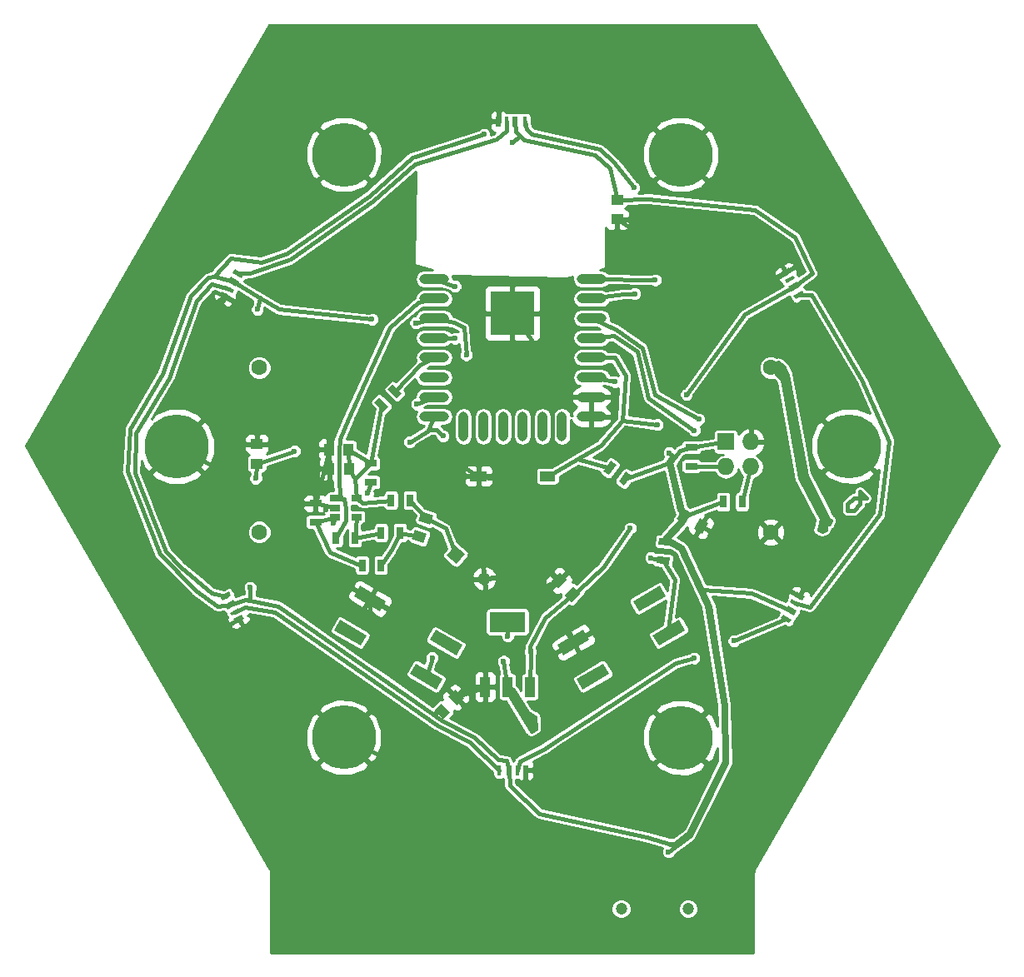
<source format=gtl>
G04 #@! TF.FileFunction,Copper,L1,Top,Signal*
%FSLAX46Y46*%
G04 Gerber Fmt 4.6, Leading zero omitted, Abs format (unit mm)*
G04 Created by KiCad (PCBNEW 4.0.2+dfsg1-stable) date Tue 23 Oct 2018 01:13:40 AM EDT*
%MOMM*%
G01*
G04 APERTURE LIST*
%ADD10C,0.100000*%
%ADD11C,1.600000*%
%ADD12O,3.000000X1.000000*%
%ADD13O,1.000000X3.000000*%
%ADD14C,6.500000*%
%ADD15R,1.000000X1.250000*%
%ADD16R,0.700000X1.300000*%
%ADD17R,1.300000X0.700000*%
%ADD18C,1.200000*%
%ADD19R,1.060000X0.650000*%
%ADD20R,3.657600X2.032000*%
%ADD21R,1.016000X2.032000*%
%ADD22C,1.300000*%
%ADD23R,1.250000X1.000000*%
%ADD24R,4.470400X4.470400*%
%ADD25R,0.450000X1.000000*%
%ADD26R,0.600000X1.000000*%
%ADD27R,0.350000X1.000000*%
%ADD28R,0.500000X1.000000*%
%ADD29R,1.600000X1.000000*%
%ADD30R,1.700000X1.000000*%
%ADD31R,1.727200X1.727200*%
%ADD32O,1.727200X1.727200*%
%ADD33C,0.600000*%
%ADD34C,0.381000*%
%ADD35C,0.254000*%
G04 APERTURE END LIST*
D10*
G36*
X93160482Y-93879936D02*
X93760482Y-94919166D01*
X91075804Y-96469166D01*
X90475804Y-95429936D01*
X93160482Y-93879936D01*
X93160482Y-93879936D01*
G37*
G36*
X91160482Y-90415834D02*
X91760482Y-91455064D01*
X89075804Y-93005064D01*
X88475804Y-91965834D01*
X91160482Y-90415834D01*
X91160482Y-90415834D01*
G37*
G36*
X83444196Y-94870834D02*
X84044196Y-95910064D01*
X81359518Y-97460064D01*
X80759518Y-96420834D01*
X83444196Y-94870834D01*
X83444196Y-94870834D01*
G37*
G36*
X85444196Y-98334936D02*
X86044196Y-99374166D01*
X83359518Y-100924166D01*
X82759518Y-99884936D01*
X85444196Y-98334936D01*
X85444196Y-98334936D01*
G37*
G36*
X69100482Y-99884936D02*
X68500482Y-100924166D01*
X65815804Y-99374166D01*
X66415804Y-98334936D01*
X69100482Y-99884936D01*
X69100482Y-99884936D01*
G37*
G36*
X71100482Y-96420834D02*
X70500482Y-97460064D01*
X67815804Y-95910064D01*
X68415804Y-94870834D01*
X71100482Y-96420834D01*
X71100482Y-96420834D01*
G37*
G36*
X63384196Y-91965834D02*
X62784196Y-93005064D01*
X60099518Y-91455064D01*
X60699518Y-90415834D01*
X63384196Y-91965834D01*
X63384196Y-91965834D01*
G37*
G36*
X61384196Y-95429936D02*
X60784196Y-96469166D01*
X58099518Y-94919166D01*
X58699518Y-93879936D01*
X61384196Y-95429936D01*
X61384196Y-95429936D01*
G37*
D11*
X102480000Y-68240000D03*
X50480000Y-68240000D03*
D12*
X68250000Y-59210000D03*
X68250000Y-61210000D03*
X68250000Y-63210000D03*
X68250000Y-65210000D03*
X68250000Y-67210000D03*
X68250000Y-69210000D03*
X68250000Y-71210000D03*
X68250000Y-73210000D03*
D13*
X71250000Y-74210000D03*
X73250000Y-74210000D03*
X75250000Y-74210000D03*
X77250000Y-74210000D03*
X79250000Y-74210000D03*
X81250000Y-74210000D03*
D12*
X84250000Y-73210000D03*
X84250000Y-71210000D03*
X84250000Y-69210000D03*
X84250000Y-67210000D03*
X84250000Y-65210000D03*
X84250000Y-63210000D03*
X84250000Y-61210000D03*
X84250000Y-59210000D03*
D14*
X59080000Y-46570000D03*
D10*
G36*
X92908462Y-83621266D02*
X93533462Y-82538734D01*
X94399488Y-83038734D01*
X93774488Y-84121266D01*
X92908462Y-83621266D01*
X92908462Y-83621266D01*
G37*
G36*
X94640512Y-84621266D02*
X95265512Y-83538734D01*
X96131538Y-84038734D01*
X95506538Y-85121266D01*
X94640512Y-84621266D01*
X94640512Y-84621266D01*
G37*
G36*
X67164278Y-86083302D02*
X65989662Y-85655777D01*
X66331682Y-84716084D01*
X67506298Y-85143609D01*
X67164278Y-86083302D01*
X67164278Y-86083302D01*
G37*
G36*
X67848318Y-84203916D02*
X66673702Y-83776391D01*
X67015722Y-82836698D01*
X68190338Y-83264223D01*
X67848318Y-84203916D01*
X67848318Y-84203916D01*
G37*
D15*
X59570000Y-76550000D03*
X57570000Y-76550000D03*
D10*
G36*
X88337722Y-79173200D02*
X87592073Y-80238098D01*
X87018666Y-79836594D01*
X87764315Y-78771696D01*
X88337722Y-79173200D01*
X88337722Y-79173200D01*
G37*
G36*
X86781334Y-78083406D02*
X86035685Y-79148304D01*
X85462278Y-78746800D01*
X86207927Y-77681902D01*
X86781334Y-78083406D01*
X86781334Y-78083406D01*
G37*
G36*
X91085776Y-85538296D02*
X92380829Y-85651598D01*
X92319820Y-86348934D01*
X91024767Y-86235632D01*
X91085776Y-85538296D01*
X91085776Y-85538296D01*
G37*
G36*
X90920180Y-87431066D02*
X92215233Y-87544368D01*
X92154224Y-88241704D01*
X90859171Y-88128402D01*
X90920180Y-87431066D01*
X90920180Y-87431066D01*
G37*
D16*
X62872000Y-85008000D03*
X64772000Y-85008000D03*
X60940000Y-88320000D03*
X62840000Y-88320000D03*
X58300000Y-85516000D03*
X60200000Y-85516000D03*
X63888000Y-81706000D03*
X65788000Y-81706000D03*
D17*
X61790000Y-77962000D03*
X61790000Y-79862000D03*
X56202000Y-83926000D03*
X56202000Y-82026000D03*
D18*
X94070000Y-123250000D03*
X87270000Y-123250000D03*
D19*
X58150000Y-81518000D03*
X58150000Y-82468000D03*
X58150000Y-83418000D03*
X60350000Y-83418000D03*
X60350000Y-81518000D03*
D20*
X75710000Y-94067999D03*
D21*
X75710000Y-100672001D03*
X77996001Y-100672000D03*
X73423999Y-100672000D03*
D10*
G36*
X69524259Y-87310117D02*
X70359883Y-86314259D01*
X71355741Y-87149883D01*
X70520117Y-88145741D01*
X69524259Y-87310117D01*
X69524259Y-87310117D01*
G37*
D22*
X73350969Y-89672593D03*
D23*
X86870000Y-51160000D03*
X86870000Y-53160000D03*
D11*
X50480000Y-84950000D03*
X102460000Y-84950000D03*
D23*
X50250000Y-78000000D03*
X50250000Y-76000000D03*
D14*
X93300000Y-105840000D03*
X42105000Y-76245000D03*
X110420000Y-76210000D03*
X59070000Y-105830000D03*
X93310000Y-46570000D03*
D24*
X76210000Y-62700000D03*
D10*
G36*
X83132602Y-91188719D02*
X82248719Y-92072602D01*
X81541612Y-91365495D01*
X82425495Y-90481612D01*
X83132602Y-91188719D01*
X83132602Y-91188719D01*
G37*
G36*
X81718388Y-89774505D02*
X80834505Y-90658388D01*
X80127398Y-89951281D01*
X81011281Y-89067398D01*
X81718388Y-89774505D01*
X81718388Y-89774505D01*
G37*
D17*
X94410000Y-76340000D03*
X94410000Y-78240000D03*
D10*
G36*
X48020000Y-58220962D02*
X48886026Y-58720962D01*
X48661026Y-59110674D01*
X47795000Y-58610674D01*
X48020000Y-58220962D01*
X48020000Y-58220962D01*
G37*
G36*
X47570000Y-59000384D02*
X48436026Y-59500384D01*
X48136026Y-60020000D01*
X47270000Y-59520000D01*
X47570000Y-59000384D01*
X47570000Y-59000384D01*
G37*
G36*
X47070000Y-59866411D02*
X47936026Y-60366411D01*
X47761026Y-60669519D01*
X46895000Y-60169519D01*
X47070000Y-59866411D01*
X47070000Y-59866411D01*
G37*
G36*
X46695000Y-60515930D02*
X47561026Y-61015930D01*
X47311026Y-61448942D01*
X46445000Y-60948942D01*
X46695000Y-60515930D01*
X46695000Y-60515930D01*
G37*
G36*
X46530000Y-91510962D02*
X47396026Y-91010962D01*
X47621026Y-91400674D01*
X46755000Y-91900674D01*
X46530000Y-91510962D01*
X46530000Y-91510962D01*
G37*
G36*
X46980000Y-92290384D02*
X47846026Y-91790384D01*
X48146026Y-92310000D01*
X47280000Y-92810000D01*
X46980000Y-92290384D01*
X46980000Y-92290384D01*
G37*
G36*
X47480000Y-93156411D02*
X48346026Y-92656411D01*
X48521026Y-92959519D01*
X47655000Y-93459519D01*
X47480000Y-93156411D01*
X47480000Y-93156411D01*
G37*
G36*
X47855000Y-93805930D02*
X48721026Y-93305930D01*
X48971026Y-93738942D01*
X48105000Y-94238942D01*
X47855000Y-93805930D01*
X47855000Y-93805930D01*
G37*
D25*
X74865000Y-109140000D03*
D26*
X75840000Y-109140000D03*
D27*
X76715000Y-109140000D03*
D28*
X77540000Y-109140000D03*
D10*
G36*
X104340000Y-94219038D02*
X103473974Y-93719038D01*
X103698974Y-93329326D01*
X104565000Y-93829326D01*
X104340000Y-94219038D01*
X104340000Y-94219038D01*
G37*
G36*
X104790000Y-93439616D02*
X103923974Y-92939616D01*
X104223974Y-92420000D01*
X105090000Y-92920000D01*
X104790000Y-93439616D01*
X104790000Y-93439616D01*
G37*
G36*
X105290000Y-92573589D02*
X104423974Y-92073589D01*
X104598974Y-91770481D01*
X105465000Y-92270481D01*
X105290000Y-92573589D01*
X105290000Y-92573589D01*
G37*
G36*
X105665000Y-91924070D02*
X104798974Y-91424070D01*
X105048974Y-90991058D01*
X105915000Y-91491058D01*
X105665000Y-91924070D01*
X105665000Y-91924070D01*
G37*
G36*
X105880000Y-60799038D02*
X105013974Y-61299038D01*
X104788974Y-60909326D01*
X105655000Y-60409326D01*
X105880000Y-60799038D01*
X105880000Y-60799038D01*
G37*
G36*
X105430000Y-60019616D02*
X104563974Y-60519616D01*
X104263974Y-60000000D01*
X105130000Y-59500000D01*
X105430000Y-60019616D01*
X105430000Y-60019616D01*
G37*
G36*
X104930000Y-59153589D02*
X104063974Y-59653589D01*
X103888974Y-59350481D01*
X104755000Y-58850481D01*
X104930000Y-59153589D01*
X104930000Y-59153589D01*
G37*
G36*
X104555000Y-58504070D02*
X103688974Y-59004070D01*
X103438974Y-58571058D01*
X104305000Y-58071058D01*
X104555000Y-58504070D01*
X104555000Y-58504070D01*
G37*
D25*
X77485000Y-43190000D03*
D26*
X76510000Y-43190000D03*
D27*
X75635000Y-43190000D03*
D28*
X74810000Y-43190000D03*
D15*
X59600000Y-78500000D03*
X57600000Y-78500000D03*
D10*
G36*
X64039619Y-69921142D02*
X64958858Y-70840381D01*
X64463883Y-71335356D01*
X63544644Y-70416117D01*
X64039619Y-69921142D01*
X64039619Y-69921142D01*
G37*
G36*
X62696117Y-71264644D02*
X63615356Y-72183883D01*
X63120381Y-72678858D01*
X62201142Y-71759619D01*
X62696117Y-71264644D01*
X62696117Y-71264644D01*
G37*
D16*
X97650000Y-81860000D03*
X99550000Y-81860000D03*
D29*
X79780000Y-79270000D03*
D30*
X72780000Y-79270000D03*
D31*
X97900000Y-75770000D03*
D32*
X100440000Y-75770000D03*
X97900000Y-78310000D03*
X100440000Y-78310000D03*
D10*
G36*
X69151281Y-103962602D02*
X68267398Y-103078719D01*
X68974505Y-102371612D01*
X69858388Y-103255495D01*
X69151281Y-103962602D01*
X69151281Y-103962602D01*
G37*
G36*
X70565495Y-102548388D02*
X69681612Y-101664505D01*
X70388719Y-100957398D01*
X71272602Y-101841281D01*
X70565495Y-102548388D01*
X70565495Y-102548388D01*
G37*
D33*
X71522000Y-66946000D03*
X69161237Y-75172213D03*
X65780000Y-75780000D03*
X92140000Y-76890000D03*
X54070000Y-76710000D03*
X73320000Y-44520000D03*
X76200000Y-45340000D03*
X66380000Y-63680000D03*
X92380000Y-116690000D03*
X92070000Y-117450000D03*
X92320000Y-77880000D03*
X93900000Y-70960000D03*
X50290000Y-62310000D03*
X50140000Y-79480000D03*
X49560000Y-90570000D03*
X61940000Y-63310000D03*
X80390000Y-110990000D03*
X72420000Y-112680000D03*
X67670000Y-89330000D03*
X80240000Y-68340000D03*
X62540000Y-97280000D03*
X79400000Y-90480000D03*
X74630000Y-79510000D03*
X45510000Y-61960000D03*
X40980000Y-60910000D03*
X89040000Y-54570000D03*
X62240000Y-83000000D03*
X63950000Y-74860000D03*
X81550000Y-94030000D03*
X56240000Y-80930000D03*
X51640000Y-79110000D03*
X58180000Y-74630000D03*
X60340000Y-73550000D03*
X57250000Y-82710000D03*
X96830000Y-85090000D03*
X88540000Y-49940000D03*
X88630000Y-60730000D03*
X94660000Y-97760000D03*
X98740000Y-96010000D03*
X70390000Y-59950000D03*
X70390000Y-65250000D03*
X90280000Y-87550000D03*
X86670000Y-69680000D03*
X90930000Y-74030000D03*
X94700000Y-74600000D03*
X58010000Y-84010000D03*
X61510000Y-81010000D03*
X90720000Y-59320000D03*
X78040000Y-97090000D03*
X88190000Y-84550000D03*
X78180000Y-103990000D03*
X78210000Y-104760000D03*
X75320000Y-98080000D03*
X75730000Y-95510000D03*
X107700000Y-84510000D03*
X108170000Y-83880000D03*
X66490000Y-71930000D03*
X68050000Y-97720000D03*
X95140000Y-73470000D03*
D34*
X110265000Y-82750000D02*
X110265000Y-82115000D01*
X110265000Y-82115000D02*
X110900000Y-81480000D01*
X110900000Y-81480000D02*
X111535000Y-81480000D01*
X111535000Y-81480000D02*
X111535000Y-80845000D01*
X111535000Y-80845000D02*
X112170000Y-81480000D01*
X112170000Y-81480000D02*
X111535000Y-81480000D01*
X111535000Y-81480000D02*
X111535000Y-82115000D01*
X111535000Y-82115000D02*
X110900000Y-82750000D01*
X110900000Y-82750000D02*
X110265000Y-82750000D01*
X70252000Y-63644000D02*
X68250000Y-63210000D01*
X71268000Y-64152000D02*
X70252000Y-63644000D01*
X71522000Y-66946000D02*
X71268000Y-64152000D01*
X68861238Y-74872214D02*
X69161237Y-75172213D01*
X68551084Y-74562060D02*
X68861238Y-74872214D01*
X67819818Y-74562060D02*
X68551084Y-74562060D01*
X65780000Y-75780000D02*
X67819818Y-74562060D01*
X99840000Y-62790000D02*
X93900000Y-70960000D01*
X92702479Y-77360000D02*
X92140000Y-76890000D01*
X92320000Y-77880000D02*
X92010000Y-77730000D01*
X92010000Y-77730000D02*
X92420000Y-77360000D01*
X92420000Y-77360000D02*
X92702479Y-77360000D01*
X87678194Y-79504897D02*
X92320000Y-77880000D01*
X69062893Y-103167107D02*
X68058265Y-103387390D01*
X50250000Y-78000000D02*
X54070000Y-76710000D01*
X50250000Y-78000000D02*
X50140000Y-79480000D01*
X47563013Y-92300192D02*
X49010000Y-91810000D01*
X61070000Y-98500000D02*
X68058265Y-103387390D01*
X68058265Y-103387390D02*
X69020000Y-104060000D01*
X69020000Y-104060000D02*
X72310000Y-105790000D01*
X72310000Y-105790000D02*
X74790000Y-108100000D01*
X74790000Y-108100000D02*
X75660000Y-108190000D01*
X75660000Y-108190000D02*
X75840000Y-109140000D01*
X45877241Y-58978150D02*
X47610000Y-57100000D01*
X47610000Y-57100000D02*
X50720000Y-57510000D01*
X50720000Y-57510000D02*
X53370000Y-56560000D01*
X53370000Y-56560000D02*
X61700000Y-50730000D01*
X61700000Y-50730000D02*
X66060000Y-46830000D01*
X66060000Y-46830000D02*
X73320000Y-44520000D01*
X76200000Y-45340000D02*
X76974732Y-44665693D01*
X66380000Y-63680000D02*
X68250000Y-63210000D01*
X75840000Y-109140000D02*
X75940000Y-110730000D01*
X75940000Y-110730000D02*
X78940000Y-113580000D01*
X78940000Y-113580000D02*
X89870000Y-115950000D01*
X89870000Y-115950000D02*
X92380000Y-116690000D01*
X86870000Y-51160000D02*
X90000000Y-51060000D01*
X90000000Y-51060000D02*
X100870000Y-52180000D01*
X100870000Y-52180000D02*
X104950000Y-54990000D01*
X104950000Y-54990000D02*
X106680000Y-58640000D01*
X106680000Y-58640000D02*
X104846987Y-60009808D01*
X104846987Y-60009808D02*
X99840000Y-62790000D01*
X104506987Y-92929808D02*
X100520000Y-91180000D01*
X100520000Y-91180000D02*
X95531224Y-90801903D01*
X95531224Y-90801903D02*
X95531224Y-90801904D01*
X92320000Y-77880000D02*
X92702479Y-77360000D01*
X92702479Y-77360000D02*
X93210000Y-76670000D01*
X93210000Y-76670000D02*
X94410000Y-76340000D01*
X94410000Y-76340000D02*
X97900000Y-75770000D01*
X93653975Y-83330000D02*
X97650000Y-81860000D01*
X93653975Y-83330000D02*
X93190000Y-82650000D01*
X93190000Y-82650000D02*
X92130000Y-78270000D01*
X92130000Y-78270000D02*
X92320000Y-77880000D01*
X91702798Y-85943615D02*
X93490000Y-84050000D01*
X93490000Y-84050000D02*
X93653975Y-83330000D01*
X92380000Y-116690000D02*
X92770000Y-116550000D01*
X92770000Y-116550000D02*
X94120000Y-115560000D01*
X94120000Y-115560000D02*
X97700000Y-108260000D01*
X97700000Y-108260000D02*
X97600000Y-102560000D01*
X97600000Y-102560000D02*
X95940000Y-92420000D01*
X95940000Y-92420000D02*
X93250000Y-86660000D01*
X93250000Y-86660000D02*
X91900000Y-85890000D01*
X91900000Y-85890000D02*
X91717798Y-85458615D01*
X91717798Y-85458615D02*
X93480000Y-86490000D01*
X93480000Y-86490000D02*
X95531224Y-90801904D01*
X95531224Y-90801904D02*
X96320000Y-92460000D01*
X96320000Y-92460000D02*
X97900000Y-102580000D01*
X97900000Y-102580000D02*
X98000000Y-108430000D01*
X98000000Y-108430000D02*
X94330000Y-115780000D01*
X94330000Y-115780000D02*
X92070000Y-117450000D01*
X47563013Y-92300192D02*
X46240000Y-92480000D01*
X46240000Y-92480000D02*
X44040000Y-90920000D01*
X44040000Y-90920000D02*
X40370000Y-87190000D01*
X40370000Y-87190000D02*
X37080000Y-78760000D01*
X37080000Y-78760000D02*
X37340000Y-74480000D01*
X37340000Y-74480000D02*
X40660000Y-68880000D01*
X40660000Y-68880000D02*
X43540000Y-60930000D01*
X43540000Y-60930000D02*
X45310000Y-59090000D01*
X45310000Y-59090000D02*
X45877241Y-58978150D01*
X45877241Y-58978150D02*
X46020000Y-58950000D01*
X46020000Y-58950000D02*
X47853013Y-59510192D01*
X67701035Y-74561545D02*
X67819818Y-74562060D01*
X50490000Y-61103588D02*
X47853013Y-59510192D01*
X67701035Y-74561545D02*
X68250000Y-73210000D01*
X86870000Y-51160000D02*
X86140000Y-47950000D01*
X86140000Y-47950000D02*
X84630000Y-46630000D01*
X84630000Y-46630000D02*
X77370000Y-45100000D01*
X77370000Y-45100000D02*
X76974732Y-44665693D01*
X76974732Y-44665693D02*
X76560000Y-44210000D01*
X76560000Y-44210000D02*
X76510000Y-43190000D01*
X93653975Y-83330000D02*
X92320000Y-77880000D01*
X91717798Y-85458615D02*
X93653975Y-83330000D01*
X50290000Y-62310000D02*
X50523667Y-61123931D01*
X50523667Y-61123931D02*
X50490000Y-61130000D01*
X50490000Y-61130000D02*
X50490000Y-61103588D01*
X49560000Y-90570000D02*
X49579355Y-91917270D01*
X49010000Y-91810000D02*
X49579355Y-91917270D01*
X49579355Y-91917270D02*
X52460000Y-92460000D01*
X52460000Y-92460000D02*
X61070000Y-98500000D01*
X52470000Y-62300000D02*
X61940000Y-63310000D01*
X52470000Y-62300000D02*
X50490000Y-61103588D01*
X61741857Y-91710449D02*
X61741857Y-92979857D01*
X62540000Y-93778000D02*
X62540000Y-97280000D01*
X61741857Y-92979857D02*
X62540000Y-93778000D01*
X80390000Y-110990000D02*
X80390000Y-110950000D01*
X59070000Y-105830000D02*
X72420000Y-112680000D01*
X70477107Y-101752893D02*
X73423999Y-100672000D01*
X76210000Y-62700000D02*
X80240000Y-68340000D01*
X62540000Y-97280000D02*
X62530000Y-97260000D01*
X80922893Y-89862893D02*
X79400000Y-90480000D01*
X72780000Y-79270000D02*
X74630000Y-79510000D01*
X47003013Y-60982436D02*
X45510000Y-61960000D01*
X40980000Y-60910000D02*
X40910000Y-60910000D01*
X47003013Y-60982436D02*
X45950000Y-60510000D01*
X72780000Y-79270000D02*
X70010000Y-77500000D01*
X70010000Y-77500000D02*
X68540000Y-77420000D01*
X86870000Y-53160000D02*
X89040000Y-54570000D01*
X62240000Y-83000000D02*
X63800000Y-83420000D01*
X63950000Y-74860000D02*
X63950000Y-74830000D01*
X82331857Y-95790449D02*
X81550000Y-94030000D01*
X56202000Y-82026000D02*
X56240000Y-80930000D01*
X51640000Y-79110000D02*
X50138000Y-80573000D01*
X57570000Y-76550000D02*
X58180000Y-74630000D01*
X60340000Y-73550000D02*
X61425000Y-73070000D01*
X57570000Y-76550000D02*
X56202000Y-82026000D01*
X42105000Y-76245000D02*
X50138000Y-80573000D01*
X57221530Y-82257331D02*
X57250000Y-82710000D01*
X58150000Y-82468000D02*
X57221530Y-82257331D01*
X57221530Y-82257331D02*
X56202000Y-82026000D01*
X96830000Y-85090000D02*
X95386025Y-84330000D01*
X62840000Y-88320000D02*
X63930000Y-86730000D01*
X63930000Y-86730000D02*
X64772000Y-85008000D01*
X64772000Y-85008000D02*
X66747980Y-85399693D01*
X70440000Y-87230000D02*
X69400000Y-84580000D01*
X69400000Y-84580000D02*
X67432020Y-83520307D01*
X67432020Y-83520307D02*
X65788000Y-81706000D01*
X59600000Y-78500000D02*
X59570000Y-76550000D01*
X59600000Y-78500000D02*
X60230000Y-79570000D01*
X62908249Y-71971751D02*
X61790000Y-77962000D01*
X59570000Y-76550000D02*
X61002731Y-77461269D01*
X61002731Y-77461269D02*
X61790000Y-77962000D01*
X60350000Y-81518000D02*
X60990000Y-82010000D01*
X60990000Y-82010000D02*
X63888000Y-81706000D01*
X60350000Y-81518000D02*
X60230000Y-79570000D01*
X60230000Y-79570000D02*
X61790000Y-77962000D01*
X88540000Y-49940000D02*
X86570000Y-47380000D01*
X86570000Y-47380000D02*
X85070000Y-46010000D01*
X85070000Y-46010000D02*
X78200000Y-44470000D01*
X78200000Y-44470000D02*
X77640000Y-43980000D01*
X77640000Y-43980000D02*
X77485000Y-43190000D01*
X84250000Y-61210000D02*
X87500000Y-60750000D01*
X87500000Y-60750000D02*
X88630000Y-60730000D01*
X75635000Y-43190000D02*
X75580000Y-44140000D01*
X75580000Y-44140000D02*
X74580000Y-45040000D01*
X74580000Y-45040000D02*
X66310000Y-47500000D01*
X66310000Y-47500000D02*
X62100000Y-51240000D01*
X62100000Y-51240000D02*
X53700000Y-57170000D01*
X53700000Y-57170000D02*
X49510000Y-58650000D01*
X49510000Y-58650000D02*
X48340513Y-58665818D01*
X47415513Y-60267965D02*
X45640000Y-59760000D01*
X45640000Y-59760000D02*
X44110000Y-61460000D01*
X44110000Y-61460000D02*
X41320000Y-69270000D01*
X41320000Y-69270000D02*
X37930000Y-74890000D01*
X37930000Y-74890000D02*
X37870000Y-78980000D01*
X37870000Y-78980000D02*
X40960000Y-86890000D01*
X40960000Y-86890000D02*
X42550000Y-88510000D01*
X42550000Y-88510000D02*
X45610000Y-91140000D01*
X45610000Y-91140000D02*
X47075513Y-91455818D01*
X74865000Y-109140000D02*
X71870000Y-106280000D01*
X71870000Y-106280000D02*
X68610000Y-104580000D01*
X68610000Y-104580000D02*
X52060000Y-93060000D01*
X52060000Y-93060000D02*
X49010000Y-92570000D01*
X49010000Y-92570000D02*
X48000513Y-93057965D01*
X76715000Y-109140000D02*
X76980000Y-108220000D01*
X76980000Y-108220000D02*
X79340000Y-107030000D01*
X79340000Y-107030000D02*
X92830000Y-98250000D01*
X92830000Y-98250000D02*
X94660000Y-97760000D01*
X98740000Y-96010000D02*
X104019487Y-93774182D01*
X104944487Y-92172035D02*
X106480000Y-92560000D01*
X106480000Y-92560000D02*
X113570000Y-83130000D01*
X113570000Y-83130000D02*
X114480000Y-75730000D01*
X114480000Y-75730000D02*
X111700000Y-69430000D01*
X111700000Y-69430000D02*
X106580000Y-60820000D01*
X106580000Y-60820000D02*
X105334487Y-60854182D01*
X68250000Y-59210000D02*
X70390000Y-59950000D01*
X70390000Y-65250000D02*
X68250000Y-65210000D01*
X58570000Y-76722857D02*
X58570000Y-80090000D01*
X58570000Y-80090000D02*
X58803675Y-81573835D01*
X63750000Y-64140000D02*
X66650000Y-61630000D01*
X66650000Y-61630000D02*
X68250000Y-61210000D01*
X63750000Y-64140000D02*
X63680000Y-64293735D01*
X63680000Y-64293735D02*
X59520000Y-73430000D01*
X59520000Y-73430000D02*
X58670000Y-75480000D01*
X58670000Y-75480000D02*
X58570000Y-76722857D01*
X58570000Y-76722857D02*
X58600000Y-76350000D01*
X58300000Y-85516000D02*
X59260000Y-83780000D01*
X59260000Y-83780000D02*
X59260000Y-82530000D01*
X59260000Y-82530000D02*
X59110000Y-81600000D01*
X59110000Y-81600000D02*
X58803675Y-81573835D01*
X58803675Y-81573835D02*
X58150000Y-81518000D01*
X91537202Y-87836385D02*
X90280000Y-87550000D01*
X86670000Y-69680000D02*
X84250000Y-69210000D01*
X91537202Y-87836385D02*
X92690000Y-89780000D01*
X92690000Y-89780000D02*
X92048143Y-94799551D01*
X82800000Y-77519519D02*
X86121806Y-78415103D01*
X90930000Y-74030000D02*
X87420000Y-73590000D01*
X79780000Y-79270000D02*
X82800000Y-77519519D01*
X82800000Y-77519519D02*
X85180000Y-76140000D01*
X85180000Y-76140000D02*
X87420000Y-73590000D01*
X87420000Y-73590000D02*
X87710000Y-69020000D01*
X87710000Y-69020000D02*
X86670000Y-67220000D01*
X86670000Y-67220000D02*
X84250000Y-67210000D01*
X94700000Y-74600000D02*
X90050000Y-71310000D01*
X90050000Y-71310000D02*
X88890000Y-66630000D01*
X88890000Y-66630000D02*
X86530000Y-65010000D01*
X86530000Y-65010000D02*
X84250000Y-65210000D01*
X97900000Y-78310000D02*
X94410000Y-78240000D01*
X60200000Y-85516000D02*
X62872000Y-85008000D01*
X60200000Y-85516000D02*
X60350000Y-83418000D01*
X60840000Y-88310000D02*
X57670000Y-87000000D01*
X57670000Y-87000000D02*
X56202000Y-83926000D01*
X58150000Y-83418000D02*
X58010000Y-84010000D01*
X61510000Y-81010000D02*
X61790000Y-79862000D01*
X56202000Y-83926000D02*
X58150000Y-83418000D01*
X84250000Y-59210000D02*
X90720000Y-59320000D01*
X81640053Y-91923232D02*
X82337107Y-91277107D01*
X78040000Y-97090000D02*
X77996001Y-100672000D01*
X78040000Y-97090000D02*
X78010000Y-96580000D01*
X88190000Y-84550000D02*
X85409293Y-88510676D01*
X85409293Y-88510676D02*
X85409295Y-88510673D01*
X79520000Y-93650000D02*
X81640053Y-91923232D01*
X81640053Y-91923232D02*
X82970000Y-90840000D01*
X82970000Y-90840000D02*
X85409295Y-88510673D01*
X85409295Y-88510673D02*
X85410000Y-88510000D01*
X78010000Y-96580000D02*
X78010000Y-96579998D01*
X79520000Y-93650000D02*
X78010000Y-96579998D01*
X78180000Y-103990000D02*
X78210000Y-104760000D01*
X75710000Y-100672001D02*
X76010000Y-101740000D01*
X76010000Y-101740000D02*
X78120000Y-105180000D01*
X78120000Y-105180000D02*
X78560000Y-104940000D01*
X78560000Y-104940000D02*
X78520000Y-103740000D01*
X78520000Y-103740000D02*
X78090000Y-103490000D01*
X78090000Y-103490000D02*
X77727477Y-103279231D01*
X78180000Y-103990000D02*
X77727477Y-103279231D01*
X77727477Y-103279231D02*
X76270000Y-100990000D01*
X76270000Y-100990000D02*
X75710000Y-100672001D01*
X75710000Y-100672001D02*
X78210000Y-104760000D01*
X75710000Y-100672001D02*
X75320000Y-98080000D01*
X75730000Y-95510000D02*
X75710000Y-94067999D01*
X102480000Y-68240000D02*
X103230000Y-67730000D01*
X103230000Y-67730000D02*
X103780000Y-68240000D01*
X103717117Y-68547796D02*
X102480000Y-68240000D01*
X103717117Y-68547796D02*
X103330000Y-67930000D01*
X103330000Y-67930000D02*
X103825675Y-68325641D01*
X103825675Y-68325641D02*
X102480000Y-68240000D01*
X103658282Y-68835778D02*
X102480000Y-68240000D01*
X103636446Y-69428842D02*
X102480000Y-68240000D01*
X108170000Y-83880000D02*
X108530000Y-83750000D01*
X108530000Y-83750000D02*
X108400000Y-84120000D01*
X108400000Y-84120000D02*
X108010000Y-84240000D01*
X108010000Y-84240000D02*
X108020000Y-84680000D01*
X108020000Y-84680000D02*
X107730000Y-84860000D01*
X107730000Y-84860000D02*
X107330000Y-84720000D01*
X107330000Y-84720000D02*
X107647484Y-83635264D01*
X108170000Y-83880000D02*
X108330000Y-83580000D01*
X108330000Y-83580000D02*
X106070000Y-79240000D01*
X106070000Y-79240000D02*
X104180000Y-68990000D01*
X104180000Y-68990000D02*
X103825675Y-68325641D01*
X103825675Y-68325641D02*
X103780000Y-68240000D01*
X103780000Y-68240000D02*
X103717117Y-68547796D01*
X103717117Y-68547796D02*
X103658282Y-68835778D01*
X103658282Y-68835778D02*
X103590000Y-69170000D01*
X103590000Y-69170000D02*
X103636446Y-69428842D01*
X103636446Y-69428842D02*
X105440000Y-79480000D01*
X105440000Y-79480000D02*
X107647484Y-83635264D01*
X107647484Y-83635264D02*
X107820000Y-83960000D01*
X107820000Y-83960000D02*
X107700000Y-84510000D01*
X108170000Y-83880000D02*
X105750000Y-79290000D01*
X105750000Y-79290000D02*
X103780000Y-68240000D01*
X68250000Y-71210000D02*
X66490000Y-71930000D01*
X68050000Y-97720000D02*
X67458143Y-99629551D01*
X64251751Y-70628249D02*
X66830000Y-67970000D01*
X66830000Y-67970000D02*
X68250000Y-67210000D01*
X100440000Y-78310000D02*
X99550000Y-81860000D01*
X95140000Y-73470000D02*
X90670000Y-70960000D01*
X90670000Y-70960000D02*
X89450000Y-66270000D01*
X89450000Y-66270000D02*
X86790000Y-64390000D01*
X86790000Y-64390000D02*
X84250000Y-63210000D01*
D35*
G36*
X125649208Y-76200000D02*
X100786906Y-119262770D01*
X100776792Y-119292565D01*
X100759309Y-119318730D01*
X100747137Y-119379924D01*
X100727080Y-119439009D01*
X100729138Y-119470411D01*
X100723000Y-119501270D01*
X100723000Y-127684524D01*
X51677000Y-127684524D01*
X51677000Y-123453387D01*
X86242822Y-123453387D01*
X86398844Y-123830989D01*
X86687492Y-124120140D01*
X87064821Y-124276821D01*
X87473387Y-124277178D01*
X87850989Y-124121156D01*
X88140140Y-123832508D01*
X88296821Y-123455179D01*
X88296822Y-123453387D01*
X93042822Y-123453387D01*
X93198844Y-123830989D01*
X93487492Y-124120140D01*
X93864821Y-124276821D01*
X94273387Y-124277178D01*
X94650989Y-124121156D01*
X94940140Y-123832508D01*
X95096821Y-123455179D01*
X95097178Y-123046613D01*
X94941156Y-122669011D01*
X94652508Y-122379860D01*
X94275179Y-122223179D01*
X93866613Y-122222822D01*
X93489011Y-122378844D01*
X93199860Y-122667492D01*
X93043179Y-123044821D01*
X93042822Y-123453387D01*
X88296822Y-123453387D01*
X88297178Y-123046613D01*
X88141156Y-122669011D01*
X87852508Y-122379860D01*
X87475179Y-122223179D01*
X87066613Y-122222822D01*
X86689011Y-122378844D01*
X86399860Y-122667492D01*
X86243179Y-123044821D01*
X86242822Y-123453387D01*
X51677000Y-123453387D01*
X51677000Y-119501270D01*
X51670862Y-119470411D01*
X51672920Y-119439009D01*
X51652863Y-119379924D01*
X51640691Y-119318730D01*
X51623208Y-119292565D01*
X51613094Y-119262770D01*
X45460971Y-108606978D01*
X56472627Y-108606978D01*
X56845658Y-109107608D01*
X58269262Y-109709333D01*
X59814772Y-109720466D01*
X61246896Y-109139311D01*
X61294342Y-109107608D01*
X61667373Y-108606978D01*
X59070000Y-106009605D01*
X56472627Y-108606978D01*
X45460971Y-108606978D01*
X44287676Y-106574772D01*
X55179534Y-106574772D01*
X55760689Y-108006896D01*
X55792392Y-108054342D01*
X56293022Y-108427373D01*
X58890395Y-105830000D01*
X59249605Y-105830000D01*
X61846978Y-108427373D01*
X62347608Y-108054342D01*
X62949333Y-106630738D01*
X62960466Y-105085228D01*
X62379311Y-103653104D01*
X62347608Y-103605658D01*
X61846978Y-103232627D01*
X59249605Y-105830000D01*
X58890395Y-105830000D01*
X56293022Y-103232627D01*
X55792392Y-103605658D01*
X55190667Y-105029262D01*
X55179534Y-106574772D01*
X44287676Y-106574772D01*
X42254393Y-103053022D01*
X56472627Y-103053022D01*
X59070000Y-105650395D01*
X61667373Y-103053022D01*
X61294342Y-102552392D01*
X59870738Y-101950667D01*
X58325228Y-101939534D01*
X56893104Y-102520689D01*
X56845658Y-102552392D01*
X56472627Y-103053022D01*
X42254393Y-103053022D01*
X37365765Y-94585671D01*
X47571949Y-94585671D01*
X47618229Y-94665829D01*
X47818644Y-94819613D01*
X48062655Y-94884997D01*
X48313113Y-94852023D01*
X48531887Y-94725714D01*
X48608046Y-94681743D01*
X48666153Y-94464887D01*
X48365528Y-93944189D01*
X47630056Y-94368814D01*
X47571949Y-94585671D01*
X37365765Y-94585671D01*
X28221464Y-78747277D01*
X36462631Y-78747277D01*
X36481572Y-78853941D01*
X36496225Y-78961280D01*
X36502559Y-78972131D01*
X36504756Y-78984502D01*
X39794756Y-87414502D01*
X39796872Y-87417814D01*
X39797607Y-87421674D01*
X39861629Y-87519192D01*
X39924457Y-87617549D01*
X39927680Y-87619800D01*
X39929836Y-87623084D01*
X43599836Y-91353084D01*
X43645156Y-91383900D01*
X43682820Y-91423715D01*
X45882820Y-92983715D01*
X45983537Y-93028747D01*
X46082674Y-93077123D01*
X46093173Y-93077767D01*
X46102772Y-93082059D01*
X46213030Y-93085119D01*
X46323159Y-93091875D01*
X46895143Y-93014138D01*
X46902963Y-93027682D01*
X47007866Y-93149832D01*
X47050884Y-93171978D01*
X47047977Y-93210255D01*
X47102963Y-93374094D01*
X47246633Y-93622936D01*
X47208946Y-93763586D01*
X47241920Y-94014043D01*
X47288199Y-94094201D01*
X47505056Y-94152308D01*
X48240528Y-93727683D01*
X48229528Y-93708630D01*
X48449498Y-93581630D01*
X48460498Y-93600683D01*
X48477819Y-93590683D01*
X48602819Y-93807189D01*
X48585498Y-93817189D01*
X48886123Y-94337887D01*
X49102980Y-94395993D01*
X49179139Y-94352023D01*
X49397913Y-94225713D01*
X49551698Y-94025298D01*
X49617080Y-93781286D01*
X49584106Y-93530829D01*
X49537827Y-93450671D01*
X49323705Y-93393297D01*
X49459453Y-93314923D01*
X49429354Y-93262790D01*
X51822898Y-93647326D01*
X68257224Y-105086809D01*
X68293568Y-105102680D01*
X68324480Y-105127526D01*
X71506858Y-106787048D01*
X74204635Y-109363223D01*
X74204635Y-109640000D01*
X74234409Y-109798237D01*
X74327927Y-109943567D01*
X74470619Y-110041064D01*
X74640000Y-110075365D01*
X75090000Y-110075365D01*
X75248237Y-110045591D01*
X75277069Y-110027038D01*
X75323718Y-110768760D01*
X75351708Y-110874333D01*
X75375749Y-110980853D01*
X75382474Y-110990379D01*
X75385462Y-111001651D01*
X75451718Y-111088470D01*
X75514697Y-111177687D01*
X78514697Y-114027687D01*
X78555022Y-114053161D01*
X78588166Y-114087464D01*
X78655931Y-114116907D01*
X78718393Y-114156365D01*
X78765397Y-114164468D01*
X78809146Y-114183476D01*
X89717063Y-116548688D01*
X91445480Y-117058261D01*
X91343126Y-117304756D01*
X91342874Y-117593975D01*
X91453320Y-117861275D01*
X91657650Y-118065961D01*
X91924756Y-118176874D01*
X92213975Y-118177126D01*
X92481275Y-118066680D01*
X92685961Y-117862350D01*
X92745693Y-117718501D01*
X94696975Y-116276625D01*
X94713505Y-116258450D01*
X94734841Y-116246273D01*
X94794059Y-116169885D01*
X94859090Y-116098386D01*
X94867406Y-116075271D01*
X94882459Y-116055854D01*
X98552459Y-108705854D01*
X98559661Y-108679498D01*
X98574452Y-108656522D01*
X98591204Y-108564071D01*
X98615971Y-108473439D01*
X98612539Y-108446331D01*
X98617410Y-108419446D01*
X98517410Y-102569446D01*
X98508332Y-102527563D01*
X98510109Y-102484746D01*
X96930109Y-92364746D01*
X96899460Y-92281100D01*
X96877620Y-92194734D01*
X96546223Y-91498100D01*
X100368298Y-91787773D01*
X103339488Y-93091769D01*
X103321937Y-93111644D01*
X103102342Y-93491994D01*
X98872928Y-95283115D01*
X98596025Y-95282874D01*
X98328725Y-95393320D01*
X98124039Y-95597650D01*
X98013126Y-95864756D01*
X98012874Y-96153975D01*
X98123320Y-96421275D01*
X98327650Y-96625961D01*
X98594756Y-96736874D01*
X98883975Y-96737126D01*
X99151275Y-96626680D01*
X99355961Y-96422350D01*
X99357278Y-96419179D01*
X103927632Y-94483673D01*
X104122318Y-94596075D01*
X104274242Y-94649408D01*
X104446861Y-94641085D01*
X104602641Y-94566259D01*
X104717037Y-94436720D01*
X104942037Y-94047008D01*
X104995370Y-93895084D01*
X104991565Y-93816174D01*
X105052641Y-93786837D01*
X105167037Y-93657298D01*
X105467037Y-93137682D01*
X105520370Y-92985758D01*
X105518842Y-92954057D01*
X106328735Y-93158686D01*
X106447758Y-93164778D01*
X106566602Y-93171396D01*
X106567937Y-93170928D01*
X106569357Y-93171001D01*
X106681684Y-93131068D01*
X106793982Y-93091716D01*
X106795040Y-93090770D01*
X106796375Y-93090295D01*
X106884788Y-93010491D01*
X106973560Y-92931086D01*
X114063560Y-83501086D01*
X114081048Y-83464730D01*
X114107389Y-83434171D01*
X114132819Y-83357101D01*
X114167999Y-83283962D01*
X114170242Y-83243678D01*
X114182883Y-83205368D01*
X115092883Y-75805368D01*
X115089546Y-75760348D01*
X115097339Y-75715878D01*
X115080721Y-75641294D01*
X115075073Y-75565091D01*
X115054760Y-75524771D01*
X115044942Y-75480708D01*
X112264942Y-69180708D01*
X112243312Y-69149886D01*
X112230749Y-69114386D01*
X107110749Y-60504386D01*
X107053751Y-60441057D01*
X107004495Y-60371548D01*
X106973819Y-60352246D01*
X106949568Y-60325302D01*
X106872677Y-60288608D01*
X106800567Y-60243236D01*
X106764833Y-60237142D01*
X106732123Y-60221532D01*
X106647051Y-60217056D01*
X106563060Y-60202732D01*
X106046622Y-60216905D01*
X106032037Y-60191644D01*
X105927134Y-60069494D01*
X105856891Y-60033333D01*
X105857483Y-60025541D01*
X107049645Y-59134640D01*
X107089746Y-59090071D01*
X107137879Y-59054312D01*
X107169545Y-59001382D01*
X107210798Y-58955532D01*
X107230792Y-58899004D01*
X107261574Y-58847551D01*
X107270575Y-58786531D01*
X107291141Y-58728385D01*
X107287982Y-58668515D01*
X107296732Y-58609193D01*
X107281696Y-58549375D01*
X107278446Y-58487784D01*
X107252612Y-58433673D01*
X107237996Y-58375526D01*
X105507996Y-54725525D01*
X105483434Y-54692464D01*
X105468209Y-54654193D01*
X105412214Y-54596600D01*
X105364311Y-54532121D01*
X105328966Y-54510976D01*
X105300255Y-54481445D01*
X101220255Y-51671445D01*
X101189406Y-51658155D01*
X101163535Y-51636728D01*
X101079620Y-51610860D01*
X100998978Y-51576120D01*
X100965391Y-51575648D01*
X100933290Y-51565752D01*
X90063290Y-50445752D01*
X90021596Y-50449669D01*
X89980282Y-50442815D01*
X89035088Y-50473013D01*
X89155961Y-50352350D01*
X89266874Y-50085244D01*
X89267126Y-49796025D01*
X89156680Y-49528725D01*
X88975250Y-49346978D01*
X90712627Y-49346978D01*
X91085658Y-49847608D01*
X92509262Y-50449333D01*
X94054772Y-50460466D01*
X95486896Y-49879311D01*
X95534342Y-49847608D01*
X95907373Y-49346978D01*
X93310000Y-46749605D01*
X90712627Y-49346978D01*
X88975250Y-49346978D01*
X88952350Y-49324039D01*
X88794839Y-49258634D01*
X87298977Y-47314772D01*
X89419534Y-47314772D01*
X90000689Y-48746896D01*
X90032392Y-48794342D01*
X90533022Y-49167373D01*
X93130395Y-46570000D01*
X93489605Y-46570000D01*
X96086978Y-49167373D01*
X96587608Y-48794342D01*
X97189333Y-47370738D01*
X97200466Y-45825228D01*
X96619311Y-44393104D01*
X96587608Y-44345658D01*
X96086978Y-43972627D01*
X93489605Y-46570000D01*
X93130395Y-46570000D01*
X90533022Y-43972627D01*
X90032392Y-44345658D01*
X89430667Y-45769262D01*
X89419534Y-47314772D01*
X87298977Y-47314772D01*
X87059374Y-47003411D01*
X87018562Y-46967720D01*
X86986433Y-46924051D01*
X85486433Y-45554051D01*
X85452627Y-45533612D01*
X85425372Y-45505007D01*
X85350403Y-45471809D01*
X85280250Y-45429396D01*
X85241195Y-45423450D01*
X85205069Y-45407453D01*
X78488382Y-43901820D01*
X78364042Y-43793022D01*
X90712627Y-43793022D01*
X93310000Y-46390395D01*
X95907373Y-43793022D01*
X95534342Y-43292392D01*
X94110738Y-42690667D01*
X92565228Y-42679534D01*
X91133104Y-43260689D01*
X91085658Y-43292392D01*
X90712627Y-43793022D01*
X78364042Y-43793022D01*
X78205343Y-43654160D01*
X78145365Y-43348468D01*
X78145365Y-42690000D01*
X78115591Y-42531763D01*
X78022073Y-42386433D01*
X77879381Y-42288936D01*
X77710000Y-42254635D01*
X77260000Y-42254635D01*
X77101763Y-42284409D01*
X77035325Y-42327161D01*
X76979381Y-42288936D01*
X76810000Y-42254635D01*
X76210000Y-42254635D01*
X76051763Y-42284409D01*
X76011075Y-42310591D01*
X75979381Y-42288936D01*
X75810000Y-42254635D01*
X75522661Y-42254635D01*
X75419698Y-42151673D01*
X75186309Y-42055000D01*
X75093750Y-42055000D01*
X74935000Y-42213750D01*
X74935000Y-43063000D01*
X74957000Y-43063000D01*
X74957000Y-43317000D01*
X74935000Y-43317000D01*
X74935000Y-43337000D01*
X74685000Y-43337000D01*
X74685000Y-43317000D01*
X74083750Y-43317000D01*
X73925000Y-43475750D01*
X73925000Y-43816310D01*
X74021673Y-44049699D01*
X74200302Y-44228327D01*
X74433691Y-44325000D01*
X74451376Y-44325000D01*
X74270442Y-44487841D01*
X74046971Y-44554315D01*
X74047126Y-44376025D01*
X73936680Y-44108725D01*
X73732350Y-43904039D01*
X73465244Y-43793126D01*
X73176025Y-43792874D01*
X72908725Y-43903320D01*
X72762366Y-44049424D01*
X65872772Y-46241568D01*
X65864799Y-46245970D01*
X65855780Y-46247247D01*
X65759612Y-46304036D01*
X65661840Y-46358009D01*
X65656157Y-46365127D01*
X65648316Y-46369758D01*
X61315761Y-50245209D01*
X53083723Y-56006648D01*
X50652418Y-56878248D01*
X47690708Y-56487797D01*
X47637662Y-56491264D01*
X47585157Y-56483001D01*
X47518608Y-56499046D01*
X47450285Y-56503512D01*
X47402606Y-56527014D01*
X47350932Y-56539473D01*
X47295582Y-56579770D01*
X47234177Y-56610038D01*
X47199123Y-56649995D01*
X47156148Y-56681282D01*
X45560050Y-58411304D01*
X45190540Y-58484165D01*
X45128364Y-58509798D01*
X45062677Y-58524193D01*
X45018062Y-58555272D01*
X44967790Y-58575997D01*
X44920159Y-58623470D01*
X44864978Y-58661909D01*
X43094979Y-60501909D01*
X43090618Y-60508718D01*
X43084103Y-60513510D01*
X43025798Y-60609920D01*
X42965030Y-60704797D01*
X42963606Y-60712758D01*
X42959422Y-60719677D01*
X40099206Y-68615064D01*
X36808832Y-74165093D01*
X36800341Y-74189188D01*
X36784882Y-74209535D01*
X36760556Y-74302086D01*
X36728754Y-74392333D01*
X36730131Y-74417847D01*
X36723636Y-74442557D01*
X36463636Y-78722557D01*
X36465336Y-78735007D01*
X36462631Y-78747277D01*
X28221464Y-78747277D01*
X26750792Y-76200000D01*
X42254391Y-49346978D01*
X56482627Y-49346978D01*
X56855658Y-49847608D01*
X58279262Y-50449333D01*
X59824772Y-50460466D01*
X61256896Y-49879311D01*
X61304342Y-49847608D01*
X61677373Y-49346978D01*
X59080000Y-46749605D01*
X56482627Y-49346978D01*
X42254391Y-49346978D01*
X43427686Y-47314772D01*
X55189534Y-47314772D01*
X55770689Y-48746896D01*
X55802392Y-48794342D01*
X56303022Y-49167373D01*
X58900395Y-46570000D01*
X59259605Y-46570000D01*
X61856978Y-49167373D01*
X62357608Y-48794342D01*
X62959333Y-47370738D01*
X62970466Y-45825228D01*
X62389311Y-44393104D01*
X62357608Y-44345658D01*
X61856978Y-43972627D01*
X59259605Y-46570000D01*
X58900395Y-46570000D01*
X56303022Y-43972627D01*
X55802392Y-44345658D01*
X55200667Y-45769262D01*
X55189534Y-47314772D01*
X43427686Y-47314772D01*
X45460969Y-43793022D01*
X56482627Y-43793022D01*
X59080000Y-46390395D01*
X61677373Y-43793022D01*
X61304342Y-43292392D01*
X59880738Y-42690667D01*
X58335228Y-42679534D01*
X56903104Y-43260689D01*
X56855658Y-43292392D01*
X56482627Y-43793022D01*
X45460969Y-43793022D01*
X46170724Y-42563690D01*
X73925000Y-42563690D01*
X73925000Y-42904250D01*
X74083750Y-43063000D01*
X74685000Y-43063000D01*
X74685000Y-42213750D01*
X74526250Y-42055000D01*
X74433691Y-42055000D01*
X74200302Y-42151673D01*
X74021673Y-42330301D01*
X73925000Y-42563690D01*
X46170724Y-42563690D01*
X51475396Y-33375730D01*
X100924604Y-33375730D01*
X125649208Y-76200000D01*
X125649208Y-76200000D01*
G37*
X125649208Y-76200000D02*
X100786906Y-119262770D01*
X100776792Y-119292565D01*
X100759309Y-119318730D01*
X100747137Y-119379924D01*
X100727080Y-119439009D01*
X100729138Y-119470411D01*
X100723000Y-119501270D01*
X100723000Y-127684524D01*
X51677000Y-127684524D01*
X51677000Y-123453387D01*
X86242822Y-123453387D01*
X86398844Y-123830989D01*
X86687492Y-124120140D01*
X87064821Y-124276821D01*
X87473387Y-124277178D01*
X87850989Y-124121156D01*
X88140140Y-123832508D01*
X88296821Y-123455179D01*
X88296822Y-123453387D01*
X93042822Y-123453387D01*
X93198844Y-123830989D01*
X93487492Y-124120140D01*
X93864821Y-124276821D01*
X94273387Y-124277178D01*
X94650989Y-124121156D01*
X94940140Y-123832508D01*
X95096821Y-123455179D01*
X95097178Y-123046613D01*
X94941156Y-122669011D01*
X94652508Y-122379860D01*
X94275179Y-122223179D01*
X93866613Y-122222822D01*
X93489011Y-122378844D01*
X93199860Y-122667492D01*
X93043179Y-123044821D01*
X93042822Y-123453387D01*
X88296822Y-123453387D01*
X88297178Y-123046613D01*
X88141156Y-122669011D01*
X87852508Y-122379860D01*
X87475179Y-122223179D01*
X87066613Y-122222822D01*
X86689011Y-122378844D01*
X86399860Y-122667492D01*
X86243179Y-123044821D01*
X86242822Y-123453387D01*
X51677000Y-123453387D01*
X51677000Y-119501270D01*
X51670862Y-119470411D01*
X51672920Y-119439009D01*
X51652863Y-119379924D01*
X51640691Y-119318730D01*
X51623208Y-119292565D01*
X51613094Y-119262770D01*
X45460971Y-108606978D01*
X56472627Y-108606978D01*
X56845658Y-109107608D01*
X58269262Y-109709333D01*
X59814772Y-109720466D01*
X61246896Y-109139311D01*
X61294342Y-109107608D01*
X61667373Y-108606978D01*
X59070000Y-106009605D01*
X56472627Y-108606978D01*
X45460971Y-108606978D01*
X44287676Y-106574772D01*
X55179534Y-106574772D01*
X55760689Y-108006896D01*
X55792392Y-108054342D01*
X56293022Y-108427373D01*
X58890395Y-105830000D01*
X59249605Y-105830000D01*
X61846978Y-108427373D01*
X62347608Y-108054342D01*
X62949333Y-106630738D01*
X62960466Y-105085228D01*
X62379311Y-103653104D01*
X62347608Y-103605658D01*
X61846978Y-103232627D01*
X59249605Y-105830000D01*
X58890395Y-105830000D01*
X56293022Y-103232627D01*
X55792392Y-103605658D01*
X55190667Y-105029262D01*
X55179534Y-106574772D01*
X44287676Y-106574772D01*
X42254393Y-103053022D01*
X56472627Y-103053022D01*
X59070000Y-105650395D01*
X61667373Y-103053022D01*
X61294342Y-102552392D01*
X59870738Y-101950667D01*
X58325228Y-101939534D01*
X56893104Y-102520689D01*
X56845658Y-102552392D01*
X56472627Y-103053022D01*
X42254393Y-103053022D01*
X37365765Y-94585671D01*
X47571949Y-94585671D01*
X47618229Y-94665829D01*
X47818644Y-94819613D01*
X48062655Y-94884997D01*
X48313113Y-94852023D01*
X48531887Y-94725714D01*
X48608046Y-94681743D01*
X48666153Y-94464887D01*
X48365528Y-93944189D01*
X47630056Y-94368814D01*
X47571949Y-94585671D01*
X37365765Y-94585671D01*
X28221464Y-78747277D01*
X36462631Y-78747277D01*
X36481572Y-78853941D01*
X36496225Y-78961280D01*
X36502559Y-78972131D01*
X36504756Y-78984502D01*
X39794756Y-87414502D01*
X39796872Y-87417814D01*
X39797607Y-87421674D01*
X39861629Y-87519192D01*
X39924457Y-87617549D01*
X39927680Y-87619800D01*
X39929836Y-87623084D01*
X43599836Y-91353084D01*
X43645156Y-91383900D01*
X43682820Y-91423715D01*
X45882820Y-92983715D01*
X45983537Y-93028747D01*
X46082674Y-93077123D01*
X46093173Y-93077767D01*
X46102772Y-93082059D01*
X46213030Y-93085119D01*
X46323159Y-93091875D01*
X46895143Y-93014138D01*
X46902963Y-93027682D01*
X47007866Y-93149832D01*
X47050884Y-93171978D01*
X47047977Y-93210255D01*
X47102963Y-93374094D01*
X47246633Y-93622936D01*
X47208946Y-93763586D01*
X47241920Y-94014043D01*
X47288199Y-94094201D01*
X47505056Y-94152308D01*
X48240528Y-93727683D01*
X48229528Y-93708630D01*
X48449498Y-93581630D01*
X48460498Y-93600683D01*
X48477819Y-93590683D01*
X48602819Y-93807189D01*
X48585498Y-93817189D01*
X48886123Y-94337887D01*
X49102980Y-94395993D01*
X49179139Y-94352023D01*
X49397913Y-94225713D01*
X49551698Y-94025298D01*
X49617080Y-93781286D01*
X49584106Y-93530829D01*
X49537827Y-93450671D01*
X49323705Y-93393297D01*
X49459453Y-93314923D01*
X49429354Y-93262790D01*
X51822898Y-93647326D01*
X68257224Y-105086809D01*
X68293568Y-105102680D01*
X68324480Y-105127526D01*
X71506858Y-106787048D01*
X74204635Y-109363223D01*
X74204635Y-109640000D01*
X74234409Y-109798237D01*
X74327927Y-109943567D01*
X74470619Y-110041064D01*
X74640000Y-110075365D01*
X75090000Y-110075365D01*
X75248237Y-110045591D01*
X75277069Y-110027038D01*
X75323718Y-110768760D01*
X75351708Y-110874333D01*
X75375749Y-110980853D01*
X75382474Y-110990379D01*
X75385462Y-111001651D01*
X75451718Y-111088470D01*
X75514697Y-111177687D01*
X78514697Y-114027687D01*
X78555022Y-114053161D01*
X78588166Y-114087464D01*
X78655931Y-114116907D01*
X78718393Y-114156365D01*
X78765397Y-114164468D01*
X78809146Y-114183476D01*
X89717063Y-116548688D01*
X91445480Y-117058261D01*
X91343126Y-117304756D01*
X91342874Y-117593975D01*
X91453320Y-117861275D01*
X91657650Y-118065961D01*
X91924756Y-118176874D01*
X92213975Y-118177126D01*
X92481275Y-118066680D01*
X92685961Y-117862350D01*
X92745693Y-117718501D01*
X94696975Y-116276625D01*
X94713505Y-116258450D01*
X94734841Y-116246273D01*
X94794059Y-116169885D01*
X94859090Y-116098386D01*
X94867406Y-116075271D01*
X94882459Y-116055854D01*
X98552459Y-108705854D01*
X98559661Y-108679498D01*
X98574452Y-108656522D01*
X98591204Y-108564071D01*
X98615971Y-108473439D01*
X98612539Y-108446331D01*
X98617410Y-108419446D01*
X98517410Y-102569446D01*
X98508332Y-102527563D01*
X98510109Y-102484746D01*
X96930109Y-92364746D01*
X96899460Y-92281100D01*
X96877620Y-92194734D01*
X96546223Y-91498100D01*
X100368298Y-91787773D01*
X103339488Y-93091769D01*
X103321937Y-93111644D01*
X103102342Y-93491994D01*
X98872928Y-95283115D01*
X98596025Y-95282874D01*
X98328725Y-95393320D01*
X98124039Y-95597650D01*
X98013126Y-95864756D01*
X98012874Y-96153975D01*
X98123320Y-96421275D01*
X98327650Y-96625961D01*
X98594756Y-96736874D01*
X98883975Y-96737126D01*
X99151275Y-96626680D01*
X99355961Y-96422350D01*
X99357278Y-96419179D01*
X103927632Y-94483673D01*
X104122318Y-94596075D01*
X104274242Y-94649408D01*
X104446861Y-94641085D01*
X104602641Y-94566259D01*
X104717037Y-94436720D01*
X104942037Y-94047008D01*
X104995370Y-93895084D01*
X104991565Y-93816174D01*
X105052641Y-93786837D01*
X105167037Y-93657298D01*
X105467037Y-93137682D01*
X105520370Y-92985758D01*
X105518842Y-92954057D01*
X106328735Y-93158686D01*
X106447758Y-93164778D01*
X106566602Y-93171396D01*
X106567937Y-93170928D01*
X106569357Y-93171001D01*
X106681684Y-93131068D01*
X106793982Y-93091716D01*
X106795040Y-93090770D01*
X106796375Y-93090295D01*
X106884788Y-93010491D01*
X106973560Y-92931086D01*
X114063560Y-83501086D01*
X114081048Y-83464730D01*
X114107389Y-83434171D01*
X114132819Y-83357101D01*
X114167999Y-83283962D01*
X114170242Y-83243678D01*
X114182883Y-83205368D01*
X115092883Y-75805368D01*
X115089546Y-75760348D01*
X115097339Y-75715878D01*
X115080721Y-75641294D01*
X115075073Y-75565091D01*
X115054760Y-75524771D01*
X115044942Y-75480708D01*
X112264942Y-69180708D01*
X112243312Y-69149886D01*
X112230749Y-69114386D01*
X107110749Y-60504386D01*
X107053751Y-60441057D01*
X107004495Y-60371548D01*
X106973819Y-60352246D01*
X106949568Y-60325302D01*
X106872677Y-60288608D01*
X106800567Y-60243236D01*
X106764833Y-60237142D01*
X106732123Y-60221532D01*
X106647051Y-60217056D01*
X106563060Y-60202732D01*
X106046622Y-60216905D01*
X106032037Y-60191644D01*
X105927134Y-60069494D01*
X105856891Y-60033333D01*
X105857483Y-60025541D01*
X107049645Y-59134640D01*
X107089746Y-59090071D01*
X107137879Y-59054312D01*
X107169545Y-59001382D01*
X107210798Y-58955532D01*
X107230792Y-58899004D01*
X107261574Y-58847551D01*
X107270575Y-58786531D01*
X107291141Y-58728385D01*
X107287982Y-58668515D01*
X107296732Y-58609193D01*
X107281696Y-58549375D01*
X107278446Y-58487784D01*
X107252612Y-58433673D01*
X107237996Y-58375526D01*
X105507996Y-54725525D01*
X105483434Y-54692464D01*
X105468209Y-54654193D01*
X105412214Y-54596600D01*
X105364311Y-54532121D01*
X105328966Y-54510976D01*
X105300255Y-54481445D01*
X101220255Y-51671445D01*
X101189406Y-51658155D01*
X101163535Y-51636728D01*
X101079620Y-51610860D01*
X100998978Y-51576120D01*
X100965391Y-51575648D01*
X100933290Y-51565752D01*
X90063290Y-50445752D01*
X90021596Y-50449669D01*
X89980282Y-50442815D01*
X89035088Y-50473013D01*
X89155961Y-50352350D01*
X89266874Y-50085244D01*
X89267126Y-49796025D01*
X89156680Y-49528725D01*
X88975250Y-49346978D01*
X90712627Y-49346978D01*
X91085658Y-49847608D01*
X92509262Y-50449333D01*
X94054772Y-50460466D01*
X95486896Y-49879311D01*
X95534342Y-49847608D01*
X95907373Y-49346978D01*
X93310000Y-46749605D01*
X90712627Y-49346978D01*
X88975250Y-49346978D01*
X88952350Y-49324039D01*
X88794839Y-49258634D01*
X87298977Y-47314772D01*
X89419534Y-47314772D01*
X90000689Y-48746896D01*
X90032392Y-48794342D01*
X90533022Y-49167373D01*
X93130395Y-46570000D01*
X93489605Y-46570000D01*
X96086978Y-49167373D01*
X96587608Y-48794342D01*
X97189333Y-47370738D01*
X97200466Y-45825228D01*
X96619311Y-44393104D01*
X96587608Y-44345658D01*
X96086978Y-43972627D01*
X93489605Y-46570000D01*
X93130395Y-46570000D01*
X90533022Y-43972627D01*
X90032392Y-44345658D01*
X89430667Y-45769262D01*
X89419534Y-47314772D01*
X87298977Y-47314772D01*
X87059374Y-47003411D01*
X87018562Y-46967720D01*
X86986433Y-46924051D01*
X85486433Y-45554051D01*
X85452627Y-45533612D01*
X85425372Y-45505007D01*
X85350403Y-45471809D01*
X85280250Y-45429396D01*
X85241195Y-45423450D01*
X85205069Y-45407453D01*
X78488382Y-43901820D01*
X78364042Y-43793022D01*
X90712627Y-43793022D01*
X93310000Y-46390395D01*
X95907373Y-43793022D01*
X95534342Y-43292392D01*
X94110738Y-42690667D01*
X92565228Y-42679534D01*
X91133104Y-43260689D01*
X91085658Y-43292392D01*
X90712627Y-43793022D01*
X78364042Y-43793022D01*
X78205343Y-43654160D01*
X78145365Y-43348468D01*
X78145365Y-42690000D01*
X78115591Y-42531763D01*
X78022073Y-42386433D01*
X77879381Y-42288936D01*
X77710000Y-42254635D01*
X77260000Y-42254635D01*
X77101763Y-42284409D01*
X77035325Y-42327161D01*
X76979381Y-42288936D01*
X76810000Y-42254635D01*
X76210000Y-42254635D01*
X76051763Y-42284409D01*
X76011075Y-42310591D01*
X75979381Y-42288936D01*
X75810000Y-42254635D01*
X75522661Y-42254635D01*
X75419698Y-42151673D01*
X75186309Y-42055000D01*
X75093750Y-42055000D01*
X74935000Y-42213750D01*
X74935000Y-43063000D01*
X74957000Y-43063000D01*
X74957000Y-43317000D01*
X74935000Y-43317000D01*
X74935000Y-43337000D01*
X74685000Y-43337000D01*
X74685000Y-43317000D01*
X74083750Y-43317000D01*
X73925000Y-43475750D01*
X73925000Y-43816310D01*
X74021673Y-44049699D01*
X74200302Y-44228327D01*
X74433691Y-44325000D01*
X74451376Y-44325000D01*
X74270442Y-44487841D01*
X74046971Y-44554315D01*
X74047126Y-44376025D01*
X73936680Y-44108725D01*
X73732350Y-43904039D01*
X73465244Y-43793126D01*
X73176025Y-43792874D01*
X72908725Y-43903320D01*
X72762366Y-44049424D01*
X65872772Y-46241568D01*
X65864799Y-46245970D01*
X65855780Y-46247247D01*
X65759612Y-46304036D01*
X65661840Y-46358009D01*
X65656157Y-46365127D01*
X65648316Y-46369758D01*
X61315761Y-50245209D01*
X53083723Y-56006648D01*
X50652418Y-56878248D01*
X47690708Y-56487797D01*
X47637662Y-56491264D01*
X47585157Y-56483001D01*
X47518608Y-56499046D01*
X47450285Y-56503512D01*
X47402606Y-56527014D01*
X47350932Y-56539473D01*
X47295582Y-56579770D01*
X47234177Y-56610038D01*
X47199123Y-56649995D01*
X47156148Y-56681282D01*
X45560050Y-58411304D01*
X45190540Y-58484165D01*
X45128364Y-58509798D01*
X45062677Y-58524193D01*
X45018062Y-58555272D01*
X44967790Y-58575997D01*
X44920159Y-58623470D01*
X44864978Y-58661909D01*
X43094979Y-60501909D01*
X43090618Y-60508718D01*
X43084103Y-60513510D01*
X43025798Y-60609920D01*
X42965030Y-60704797D01*
X42963606Y-60712758D01*
X42959422Y-60719677D01*
X40099206Y-68615064D01*
X36808832Y-74165093D01*
X36800341Y-74189188D01*
X36784882Y-74209535D01*
X36760556Y-74302086D01*
X36728754Y-74392333D01*
X36730131Y-74417847D01*
X36723636Y-74442557D01*
X36463636Y-78722557D01*
X36465336Y-78735007D01*
X36462631Y-78747277D01*
X28221464Y-78747277D01*
X26750792Y-76200000D01*
X42254391Y-49346978D01*
X56482627Y-49346978D01*
X56855658Y-49847608D01*
X58279262Y-50449333D01*
X59824772Y-50460466D01*
X61256896Y-49879311D01*
X61304342Y-49847608D01*
X61677373Y-49346978D01*
X59080000Y-46749605D01*
X56482627Y-49346978D01*
X42254391Y-49346978D01*
X43427686Y-47314772D01*
X55189534Y-47314772D01*
X55770689Y-48746896D01*
X55802392Y-48794342D01*
X56303022Y-49167373D01*
X58900395Y-46570000D01*
X59259605Y-46570000D01*
X61856978Y-49167373D01*
X62357608Y-48794342D01*
X62959333Y-47370738D01*
X62970466Y-45825228D01*
X62389311Y-44393104D01*
X62357608Y-44345658D01*
X61856978Y-43972627D01*
X59259605Y-46570000D01*
X58900395Y-46570000D01*
X56303022Y-43972627D01*
X55802392Y-44345658D01*
X55200667Y-45769262D01*
X55189534Y-47314772D01*
X43427686Y-47314772D01*
X45460969Y-43793022D01*
X56482627Y-43793022D01*
X59080000Y-46390395D01*
X61677373Y-43793022D01*
X61304342Y-43292392D01*
X59880738Y-42690667D01*
X58335228Y-42679534D01*
X56903104Y-43260689D01*
X56855658Y-43292392D01*
X56482627Y-43793022D01*
X45460969Y-43793022D01*
X46170724Y-42563690D01*
X73925000Y-42563690D01*
X73925000Y-42904250D01*
X74083750Y-43063000D01*
X74685000Y-43063000D01*
X74685000Y-42213750D01*
X74526250Y-42055000D01*
X74433691Y-42055000D01*
X74200302Y-42151673D01*
X74021673Y-42330301D01*
X73925000Y-42563690D01*
X46170724Y-42563690D01*
X51475396Y-33375730D01*
X100924604Y-33375730D01*
X125649208Y-76200000D01*
G36*
X66233011Y-57638355D02*
X66247244Y-57698439D01*
X66278864Y-57737703D01*
X66323268Y-57761572D01*
X68049056Y-58283000D01*
X67212248Y-58283000D01*
X66857500Y-58353564D01*
X66556760Y-58554512D01*
X66355812Y-58855252D01*
X66285248Y-59210000D01*
X66355812Y-59564748D01*
X66556760Y-59865488D01*
X66857500Y-60066436D01*
X67212248Y-60137000D01*
X69041290Y-60137000D01*
X69817313Y-60405345D01*
X69977650Y-60565961D01*
X70244756Y-60676874D01*
X70533975Y-60677126D01*
X70801275Y-60566680D01*
X71005961Y-60362350D01*
X71015868Y-60338490D01*
X73339800Y-60338490D01*
X73339800Y-62414250D01*
X73498550Y-62573000D01*
X76083000Y-62573000D01*
X76083000Y-59988550D01*
X76337000Y-59988550D01*
X76337000Y-62573000D01*
X78921450Y-62573000D01*
X79080200Y-62414250D01*
X79080200Y-61210000D01*
X82285248Y-61210000D01*
X82355812Y-61564748D01*
X82556760Y-61865488D01*
X82857500Y-62066436D01*
X83212248Y-62137000D01*
X85287752Y-62137000D01*
X85642500Y-62066436D01*
X85943240Y-61865488D01*
X86143593Y-61565638D01*
X87548918Y-61366731D01*
X88238285Y-61354529D01*
X88484756Y-61456874D01*
X88773975Y-61457126D01*
X89041275Y-61346680D01*
X89245961Y-61142350D01*
X89356874Y-60875244D01*
X89357126Y-60586025D01*
X89246680Y-60318725D01*
X89042350Y-60114039D01*
X88775244Y-60003126D01*
X88486025Y-60002874D01*
X88218725Y-60113320D01*
X88212236Y-60119798D01*
X87489073Y-60132597D01*
X87451675Y-60140726D01*
X87413462Y-60138594D01*
X85686576Y-60383015D01*
X85642500Y-60353564D01*
X85287752Y-60283000D01*
X83212248Y-60283000D01*
X82857500Y-60353564D01*
X82556760Y-60554512D01*
X82355812Y-60855252D01*
X82285248Y-61210000D01*
X79080200Y-61210000D01*
X79080200Y-60338490D01*
X78983527Y-60105101D01*
X78804898Y-59926473D01*
X78571509Y-59829800D01*
X76495750Y-59829800D01*
X76337000Y-59988550D01*
X76083000Y-59988550D01*
X75924250Y-59829800D01*
X73848491Y-59829800D01*
X73615102Y-59926473D01*
X73436473Y-60105101D01*
X73339800Y-60338490D01*
X71015868Y-60338490D01*
X71116874Y-60095244D01*
X71117126Y-59806025D01*
X71006680Y-59538725D01*
X70802350Y-59334039D01*
X70535244Y-59223126D01*
X70246025Y-59222874D01*
X70214451Y-59235920D01*
X70209909Y-59234349D01*
X70214752Y-59210000D01*
X70152744Y-58898266D01*
X81657035Y-59166965D01*
X81691916Y-59162924D01*
X82327434Y-58997918D01*
X82285248Y-59210000D01*
X82355812Y-59564748D01*
X82556760Y-59865488D01*
X82857500Y-60066436D01*
X83212248Y-60137000D01*
X85287752Y-60137000D01*
X85642500Y-60066436D01*
X85943240Y-59865488D01*
X85949259Y-59856479D01*
X90302184Y-59930486D01*
X90307650Y-59935961D01*
X90574756Y-60046874D01*
X90863975Y-60047126D01*
X91131275Y-59936680D01*
X91335961Y-59732350D01*
X91446874Y-59465244D01*
X91447126Y-59176025D01*
X91336680Y-58908725D01*
X91132350Y-58704039D01*
X90865244Y-58593126D01*
X90576025Y-58592874D01*
X90327093Y-58695731D01*
X85988310Y-58621964D01*
X85943240Y-58554512D01*
X85904631Y-58528714D01*
X102792920Y-58528714D01*
X102825894Y-58779171D01*
X102872173Y-58859329D01*
X103089030Y-58917436D01*
X103824502Y-58492811D01*
X103523877Y-57972113D01*
X103307020Y-57914007D01*
X103230861Y-57957977D01*
X103012087Y-58084287D01*
X102858302Y-58284702D01*
X102792920Y-58528714D01*
X85904631Y-58528714D01*
X85642500Y-58353564D01*
X85287752Y-58283000D01*
X85080930Y-58283000D01*
X85581916Y-58152924D01*
X85638553Y-58121035D01*
X85666994Y-58079410D01*
X85677000Y-58030000D01*
X85677000Y-57845113D01*
X103743847Y-57845113D01*
X104044472Y-58365811D01*
X104779944Y-57941186D01*
X104838051Y-57724329D01*
X104791771Y-57644171D01*
X104591356Y-57490387D01*
X104347345Y-57425003D01*
X104096887Y-57457977D01*
X103878113Y-57584286D01*
X103801954Y-57628257D01*
X103743847Y-57845113D01*
X85677000Y-57845113D01*
X85677000Y-53948061D01*
X85706673Y-54019698D01*
X85885301Y-54198327D01*
X86118690Y-54295000D01*
X86584250Y-54295000D01*
X86743000Y-54136250D01*
X86743000Y-53287000D01*
X86997000Y-53287000D01*
X86997000Y-54136250D01*
X87155750Y-54295000D01*
X87621310Y-54295000D01*
X87854699Y-54198327D01*
X88033327Y-54019698D01*
X88130000Y-53786309D01*
X88130000Y-53445750D01*
X87971250Y-53287000D01*
X86997000Y-53287000D01*
X86743000Y-53287000D01*
X86723000Y-53287000D01*
X86723000Y-53033000D01*
X86743000Y-53033000D01*
X86743000Y-53013000D01*
X86997000Y-53013000D01*
X86997000Y-53033000D01*
X87971250Y-53033000D01*
X88130000Y-52874250D01*
X88130000Y-52533691D01*
X88033327Y-52300302D01*
X87854699Y-52121673D01*
X87679110Y-52048942D01*
X87798567Y-51972073D01*
X87896064Y-51829381D01*
X87913256Y-51744484D01*
X89978115Y-51678514D01*
X100649720Y-52778072D01*
X104463078Y-55404428D01*
X105905576Y-58447850D01*
X105290594Y-58907426D01*
X105163367Y-58687064D01*
X105201054Y-58546414D01*
X105168080Y-58295957D01*
X105121801Y-58215799D01*
X104904944Y-58157692D01*
X104169472Y-58582317D01*
X104180472Y-58601370D01*
X103960502Y-58728370D01*
X103949502Y-58709317D01*
X103214030Y-59133942D01*
X103155923Y-59350799D01*
X103202203Y-59430957D01*
X103402618Y-59584741D01*
X103543267Y-59622429D01*
X103686937Y-59871272D01*
X103731342Y-59922977D01*
X99540236Y-62250141D01*
X99530057Y-62258771D01*
X99517532Y-62263387D01*
X99438520Y-62336377D01*
X99356459Y-62405949D01*
X99350355Y-62417822D01*
X99340553Y-62426877D01*
X93626201Y-70286516D01*
X93488725Y-70343320D01*
X93284039Y-70547650D01*
X93173126Y-70814756D01*
X93172874Y-71103975D01*
X93283320Y-71371275D01*
X93487650Y-71575961D01*
X93754756Y-71686874D01*
X94043975Y-71687126D01*
X94311275Y-71576680D01*
X94515961Y-71372350D01*
X94626874Y-71105244D01*
X94626957Y-71010201D01*
X96464363Y-68482995D01*
X101252788Y-68482995D01*
X101439194Y-68934131D01*
X101784053Y-69279593D01*
X102234864Y-69466786D01*
X102722995Y-69467212D01*
X102786703Y-69440888D01*
X103062034Y-69723932D01*
X104832207Y-79589061D01*
X104867144Y-79678105D01*
X104894676Y-79769703D01*
X106984248Y-83703017D01*
X106737362Y-84546545D01*
X106728118Y-84650867D01*
X106713468Y-84754577D01*
X106717531Y-84770333D01*
X106716095Y-84786541D01*
X106747479Y-84886466D01*
X106773632Y-84987881D01*
X106783415Y-85000883D01*
X106788291Y-85016407D01*
X106855523Y-85096713D01*
X106918496Y-85180403D01*
X106932511Y-85188671D01*
X106942956Y-85201148D01*
X107035803Y-85249613D01*
X107126009Y-85302833D01*
X107526008Y-85442832D01*
X107558970Y-85447488D01*
X107589281Y-85461252D01*
X107677338Y-85464208D01*
X107764576Y-85476531D01*
X107796809Y-85468219D01*
X107830082Y-85469336D01*
X107912575Y-85438366D01*
X107997880Y-85416368D01*
X108024477Y-85396355D01*
X108055647Y-85384653D01*
X108345647Y-85204653D01*
X108402610Y-85151390D01*
X108466446Y-85106605D01*
X108489816Y-85069848D01*
X108521634Y-85040097D01*
X108553876Y-84969094D01*
X108595718Y-84903284D01*
X108603244Y-84860376D01*
X108621252Y-84820718D01*
X108623868Y-84742785D01*
X108633965Y-84685221D01*
X108667211Y-84676690D01*
X108727397Y-84631517D01*
X108793632Y-84595774D01*
X108822868Y-84559859D01*
X108859908Y-84532058D01*
X108898232Y-84467278D01*
X108945738Y-84408920D01*
X108959004Y-84364556D01*
X108982587Y-84324693D01*
X109112586Y-83954693D01*
X109125263Y-83865724D01*
X109146842Y-83778494D01*
X109142129Y-83747352D01*
X109146573Y-83716166D01*
X109124237Y-83629119D01*
X109110792Y-83540270D01*
X109094519Y-83513299D01*
X109086690Y-83482789D01*
X109032749Y-83410922D01*
X108986322Y-83333975D01*
X108960966Y-83315285D01*
X108942058Y-83290093D01*
X108864715Y-83244337D01*
X108843128Y-83228424D01*
X108263327Y-82115000D01*
X109647500Y-82115000D01*
X109647500Y-82750000D01*
X109694504Y-82986307D01*
X109828362Y-83186638D01*
X110028693Y-83320496D01*
X110265000Y-83367500D01*
X110900000Y-83367500D01*
X111136307Y-83320496D01*
X111336638Y-83186638D01*
X111971639Y-82551638D01*
X112105496Y-82351307D01*
X112152500Y-82115000D01*
X112152500Y-82097500D01*
X112170000Y-82097500D01*
X112406308Y-82050496D01*
X112606639Y-81916639D01*
X112740496Y-81716308D01*
X112787500Y-81480000D01*
X112740496Y-81243693D01*
X112606639Y-81043362D01*
X111971638Y-80408362D01*
X111771307Y-80274504D01*
X111535000Y-80227500D01*
X111298693Y-80274504D01*
X111098362Y-80408362D01*
X110964504Y-80608693D01*
X110917500Y-80845000D01*
X110917500Y-80862500D01*
X110900000Y-80862500D01*
X110663693Y-80909504D01*
X110463362Y-81043361D01*
X109828363Y-81678361D01*
X109828362Y-81678362D01*
X109694504Y-81878693D01*
X109647500Y-82115000D01*
X108263327Y-82115000D01*
X106660469Y-79036945D01*
X106651256Y-78986978D01*
X107822627Y-78986978D01*
X108195658Y-79487608D01*
X109619262Y-80089333D01*
X111164772Y-80100466D01*
X112596896Y-79519311D01*
X112644342Y-79487608D01*
X113017373Y-78986978D01*
X110420000Y-76389605D01*
X107822627Y-78986978D01*
X106651256Y-78986978D01*
X106276537Y-76954772D01*
X106529534Y-76954772D01*
X107110689Y-78386896D01*
X107142392Y-78434342D01*
X107643022Y-78807373D01*
X110240395Y-76210000D01*
X107643022Y-73612627D01*
X107142392Y-73985658D01*
X106540667Y-75409262D01*
X106529534Y-76954772D01*
X106276537Y-76954772D01*
X104787263Y-68878027D01*
X104752257Y-68790049D01*
X104724853Y-68699411D01*
X104370528Y-68035053D01*
X104324853Y-67949413D01*
X104309176Y-67930275D01*
X104300165Y-67907232D01*
X104296953Y-67903890D01*
X104295202Y-67899599D01*
X104243213Y-67847068D01*
X104199863Y-67787207D01*
X103649863Y-67277207D01*
X103605774Y-67250095D01*
X103568880Y-67213796D01*
X103504131Y-67187591D01*
X103444626Y-67150999D01*
X103393516Y-67142823D01*
X103345542Y-67123407D01*
X103275692Y-67123974D01*
X103206715Y-67112940D01*
X103156372Y-67124944D01*
X103104613Y-67125364D01*
X103050475Y-67148306D01*
X102725136Y-67013214D01*
X102237005Y-67012788D01*
X101785869Y-67199194D01*
X101440407Y-67544053D01*
X101253214Y-67994864D01*
X101252788Y-68482995D01*
X96464363Y-68482995D01*
X100259148Y-63263570D01*
X104364036Y-60984279D01*
X104411937Y-61127008D01*
X104636937Y-61516720D01*
X104741840Y-61638870D01*
X104895494Y-61717971D01*
X105067817Y-61731061D01*
X105231656Y-61676075D01*
X105597788Y-61464689D01*
X106234546Y-61447214D01*
X111150149Y-69713492D01*
X112553635Y-72894052D01*
X111220738Y-72330667D01*
X109675228Y-72319534D01*
X108243104Y-72900689D01*
X108195658Y-72932392D01*
X107822627Y-73433022D01*
X110420000Y-76030395D01*
X110434143Y-76016253D01*
X110613748Y-76195858D01*
X110599605Y-76210000D01*
X113196978Y-78807373D01*
X113507905Y-78575694D01*
X112977261Y-82890827D01*
X106556301Y-91430975D01*
X106495672Y-91204702D01*
X106341887Y-91004287D01*
X106123113Y-90877977D01*
X106046954Y-90834007D01*
X105830097Y-90892113D01*
X105529472Y-91412811D01*
X105546793Y-91422811D01*
X105421793Y-91639317D01*
X105404472Y-91629317D01*
X105393472Y-91648370D01*
X105173502Y-91521370D01*
X105184502Y-91502317D01*
X104449030Y-91077692D01*
X104232173Y-91135799D01*
X104185894Y-91215957D01*
X104152920Y-91466414D01*
X104190607Y-91607064D01*
X104046937Y-91855906D01*
X103993604Y-92007831D01*
X103994703Y-92030625D01*
X100835990Y-90644329D01*
X104515923Y-90644329D01*
X104574030Y-90861186D01*
X105309502Y-91285811D01*
X105610127Y-90765113D01*
X105552020Y-90548257D01*
X105475861Y-90504286D01*
X105257087Y-90377977D01*
X105006629Y-90345003D01*
X104762618Y-90410387D01*
X104562203Y-90564171D01*
X104515923Y-90644329D01*
X100835990Y-90644329D01*
X100768160Y-90614560D01*
X100666723Y-90592172D01*
X100566666Y-90564266D01*
X95934997Y-90213234D01*
X94037620Y-86224734D01*
X93999787Y-86173960D01*
X93972116Y-86117000D01*
X93928501Y-86078291D01*
X93893661Y-86031534D01*
X93839276Y-85999103D01*
X93792677Y-85957745D01*
X101631861Y-85957745D01*
X101705995Y-86203864D01*
X102243223Y-86396965D01*
X102813454Y-86369778D01*
X103214005Y-86203864D01*
X103288139Y-85957745D01*
X102460000Y-85129605D01*
X101631861Y-85957745D01*
X93792677Y-85957745D01*
X93791915Y-85957069D01*
X92984953Y-85484769D01*
X93114781Y-85347210D01*
X94945385Y-85347210D01*
X95003492Y-85564067D01*
X95298425Y-85734347D01*
X95548882Y-85767320D01*
X95792893Y-85701938D01*
X95993309Y-85548154D01*
X96119618Y-85329379D01*
X96226089Y-85144967D01*
X96167982Y-84928110D01*
X95830428Y-84733223D01*
X101013035Y-84733223D01*
X101040222Y-85303454D01*
X101206136Y-85704005D01*
X101452255Y-85778139D01*
X102280395Y-84950000D01*
X102639605Y-84950000D01*
X103467745Y-85778139D01*
X103713864Y-85704005D01*
X103906965Y-85166777D01*
X103879778Y-84596546D01*
X103713864Y-84195995D01*
X103467745Y-84121861D01*
X102639605Y-84950000D01*
X102280395Y-84950000D01*
X101452255Y-84121861D01*
X101206136Y-84195995D01*
X101013035Y-84733223D01*
X95830428Y-84733223D01*
X95432510Y-84503485D01*
X94945385Y-85347210D01*
X93114781Y-85347210D01*
X93873129Y-84543709D01*
X93881349Y-84543313D01*
X94019000Y-84477195D01*
X93994458Y-84663611D01*
X94059841Y-84907622D01*
X94213625Y-85108038D01*
X94508558Y-85278317D01*
X94725415Y-85220210D01*
X95212540Y-84376485D01*
X95195219Y-84366485D01*
X95243121Y-84283515D01*
X95559510Y-84283515D01*
X96294982Y-84708140D01*
X96511839Y-84650033D01*
X96618309Y-84465621D01*
X96744619Y-84246846D01*
X96777592Y-83996389D01*
X96763087Y-83942255D01*
X101631861Y-83942255D01*
X102460000Y-84770395D01*
X103288139Y-83942255D01*
X103214005Y-83696136D01*
X102676777Y-83503035D01*
X102106546Y-83530222D01*
X101705995Y-83696136D01*
X101631861Y-83942255D01*
X96763087Y-83942255D01*
X96712209Y-83752378D01*
X96558425Y-83551962D01*
X96263492Y-83381683D01*
X96046635Y-83439790D01*
X95559510Y-84283515D01*
X95243121Y-84283515D01*
X95322219Y-84146515D01*
X95339540Y-84156515D01*
X95826665Y-83312790D01*
X95796398Y-83199833D01*
X96960841Y-82771474D01*
X96987927Y-82813567D01*
X97130619Y-82911064D01*
X97300000Y-82945365D01*
X98000000Y-82945365D01*
X98158237Y-82915591D01*
X98303567Y-82822073D01*
X98401064Y-82679381D01*
X98435365Y-82510000D01*
X98435365Y-81210000D01*
X98405591Y-81051763D01*
X98312073Y-80906433D01*
X98169381Y-80808936D01*
X98000000Y-80774635D01*
X97300000Y-80774635D01*
X97141763Y-80804409D01*
X96996433Y-80897927D01*
X96898936Y-81040619D01*
X96864635Y-81210000D01*
X96864635Y-81490952D01*
X94253253Y-82451590D01*
X94045313Y-82331535D01*
X93011896Y-78109479D01*
X93046874Y-78025244D01*
X93046954Y-77933833D01*
X93199911Y-77725880D01*
X93580421Y-77208558D01*
X93882941Y-77125365D01*
X95060000Y-77125365D01*
X95218237Y-77095591D01*
X95363567Y-77002073D01*
X95461064Y-76859381D01*
X95474753Y-76791782D01*
X96601035Y-76607833D01*
X96601035Y-76633600D01*
X96630809Y-76791837D01*
X96724327Y-76937167D01*
X96867019Y-77034664D01*
X97036400Y-77068965D01*
X97625536Y-77068965D01*
X97380825Y-77117641D01*
X96962124Y-77397408D01*
X96780042Y-77669912D01*
X95408084Y-77642394D01*
X95372073Y-77586433D01*
X95229381Y-77488936D01*
X95060000Y-77454635D01*
X93760000Y-77454635D01*
X93601763Y-77484409D01*
X93456433Y-77577927D01*
X93358936Y-77720619D01*
X93324635Y-77890000D01*
X93324635Y-78590000D01*
X93354409Y-78748237D01*
X93447927Y-78893567D01*
X93590619Y-78991064D01*
X93760000Y-79025365D01*
X95060000Y-79025365D01*
X95218237Y-78995591D01*
X95363567Y-78902073D01*
X95380635Y-78877093D01*
X96749616Y-78904551D01*
X96962124Y-79222592D01*
X97380825Y-79502359D01*
X97874716Y-79600600D01*
X97925284Y-79600600D01*
X98419175Y-79502359D01*
X98837876Y-79222592D01*
X99117643Y-78803891D01*
X99170000Y-78540675D01*
X99222357Y-78803891D01*
X99502124Y-79222592D01*
X99564200Y-79264070D01*
X99184777Y-80777499D01*
X99041763Y-80804409D01*
X98896433Y-80897927D01*
X98798936Y-81040619D01*
X98764635Y-81210000D01*
X98764635Y-82510000D01*
X98794409Y-82668237D01*
X98887927Y-82813567D01*
X99030619Y-82911064D01*
X99200000Y-82945365D01*
X99900000Y-82945365D01*
X100058237Y-82915591D01*
X100203567Y-82822073D01*
X100301064Y-82679381D01*
X100335365Y-82510000D01*
X100335365Y-81266653D01*
X100768155Y-79540355D01*
X100959175Y-79502359D01*
X101377876Y-79222592D01*
X101657643Y-78803891D01*
X101755884Y-78310000D01*
X101657643Y-77816109D01*
X101377876Y-77397408D01*
X100987560Y-77136607D01*
X101328490Y-76976821D01*
X101722688Y-76544947D01*
X101894958Y-76129026D01*
X101773817Y-75897000D01*
X100567000Y-75897000D01*
X100567000Y-75917000D01*
X100313000Y-75917000D01*
X100313000Y-75897000D01*
X100293000Y-75897000D01*
X100293000Y-75643000D01*
X100313000Y-75643000D01*
X100313000Y-74435531D01*
X100567000Y-74435531D01*
X100567000Y-75643000D01*
X101773817Y-75643000D01*
X101894958Y-75410974D01*
X101722688Y-74995053D01*
X101328490Y-74563179D01*
X100799027Y-74315032D01*
X100567000Y-74435531D01*
X100313000Y-74435531D01*
X100080973Y-74315032D01*
X99551510Y-74563179D01*
X99198965Y-74949419D01*
X99198965Y-74906400D01*
X99169191Y-74748163D01*
X99075673Y-74602833D01*
X98932981Y-74505336D01*
X98763600Y-74471035D01*
X97036400Y-74471035D01*
X96878163Y-74500809D01*
X96732833Y-74594327D01*
X96635336Y-74737019D01*
X96601035Y-74906400D01*
X96601035Y-75356471D01*
X95206306Y-75584263D01*
X95060000Y-75554635D01*
X93760000Y-75554635D01*
X93601763Y-75584409D01*
X93456433Y-75677927D01*
X93358936Y-75820619D01*
X93324635Y-75990000D01*
X93324635Y-75998052D01*
X93046266Y-76074603D01*
X92970322Y-76112677D01*
X92890449Y-76141612D01*
X92863505Y-76166227D01*
X92830881Y-76182583D01*
X92775292Y-76246817D01*
X92712568Y-76304120D01*
X92657337Y-76379209D01*
X92552350Y-76274039D01*
X92285244Y-76163126D01*
X91996025Y-76162874D01*
X91728725Y-76273320D01*
X91524039Y-76477650D01*
X91413126Y-76744756D01*
X91412874Y-77033975D01*
X91523320Y-77301275D01*
X91552438Y-77330444D01*
X91525525Y-77366569D01*
X91454152Y-77461041D01*
X91453620Y-77463087D01*
X91452355Y-77464785D01*
X91434414Y-77535765D01*
X88316838Y-78627094D01*
X88014030Y-78415066D01*
X87867332Y-78348695D01*
X87694645Y-78341942D01*
X87532935Y-78402906D01*
X87407685Y-78521981D01*
X86662036Y-79586879D01*
X86595665Y-79733576D01*
X86588912Y-79906264D01*
X86649876Y-80067973D01*
X86768951Y-80193224D01*
X87342358Y-80594728D01*
X87489056Y-80661099D01*
X87661743Y-80667852D01*
X87823453Y-80606888D01*
X87948703Y-80487813D01*
X88341405Y-79926976D01*
X91618087Y-78779950D01*
X92589826Y-82795248D01*
X92636460Y-82895921D01*
X92679923Y-82998034D01*
X92726315Y-83066025D01*
X92531425Y-83403584D01*
X92478092Y-83555508D01*
X92484940Y-83697526D01*
X91261000Y-85043114D01*
X91227717Y-85098419D01*
X91215143Y-85112586D01*
X91123720Y-85104588D01*
X90963491Y-85120457D01*
X90810563Y-85200953D01*
X90701000Y-85334604D01*
X90652068Y-85500351D01*
X90591059Y-86197687D01*
X90606928Y-86357917D01*
X90687424Y-86510845D01*
X90821075Y-86620408D01*
X90986823Y-86669340D01*
X92207218Y-86776110D01*
X92773563Y-87099137D01*
X95344398Y-92603975D01*
X96983380Y-102615586D01*
X97019491Y-104673899D01*
X96609311Y-103663104D01*
X96577608Y-103615658D01*
X96076978Y-103242627D01*
X93479605Y-105840000D01*
X96076978Y-108437373D01*
X96577608Y-108064342D01*
X97058992Y-106925450D01*
X97079982Y-108121871D01*
X93632420Y-115151814D01*
X92525782Y-115963349D01*
X92525244Y-115963126D01*
X92236025Y-115962874D01*
X92178254Y-115986744D01*
X90044621Y-115357705D01*
X90021837Y-115355641D01*
X90000854Y-115346524D01*
X79239898Y-113013179D01*
X76541065Y-110449287D01*
X76517258Y-110070760D01*
X76540000Y-110075365D01*
X76827339Y-110075365D01*
X76930302Y-110178327D01*
X77163691Y-110275000D01*
X77256250Y-110275000D01*
X77415000Y-110116250D01*
X77415000Y-109267000D01*
X77665000Y-109267000D01*
X77665000Y-110116250D01*
X77823750Y-110275000D01*
X77916309Y-110275000D01*
X78149698Y-110178327D01*
X78328327Y-109999699D01*
X78425000Y-109766310D01*
X78425000Y-109425750D01*
X78266250Y-109267000D01*
X77665000Y-109267000D01*
X77415000Y-109267000D01*
X77393000Y-109267000D01*
X77393000Y-109017124D01*
X77394188Y-109013000D01*
X77415000Y-109013000D01*
X77415000Y-108993000D01*
X77665000Y-108993000D01*
X77665000Y-109013000D01*
X78266250Y-109013000D01*
X78425000Y-108854250D01*
X78425000Y-108616978D01*
X90702627Y-108616978D01*
X91075658Y-109117608D01*
X92499262Y-109719333D01*
X94044772Y-109730466D01*
X95476896Y-109149311D01*
X95524342Y-109117608D01*
X95897373Y-108616978D01*
X93300000Y-106019605D01*
X90702627Y-108616978D01*
X78425000Y-108616978D01*
X78425000Y-108513690D01*
X78328327Y-108280301D01*
X78296006Y-108247980D01*
X79618021Y-107581371D01*
X79645023Y-107560269D01*
X79676840Y-107547537D01*
X81156076Y-106584772D01*
X89409534Y-106584772D01*
X89990689Y-108016896D01*
X90022392Y-108064342D01*
X90523022Y-108437373D01*
X93120395Y-105840000D01*
X90523022Y-103242627D01*
X90022392Y-103615658D01*
X89420667Y-105039262D01*
X89409534Y-106584772D01*
X81156076Y-106584772D01*
X86567056Y-103063022D01*
X90702627Y-103063022D01*
X93300000Y-105660395D01*
X95897373Y-103063022D01*
X95524342Y-102562392D01*
X94100738Y-101960667D01*
X92555228Y-101949534D01*
X91123104Y-102530689D01*
X91075658Y-102562392D01*
X90702627Y-103063022D01*
X86567056Y-103063022D01*
X93084554Y-98821093D01*
X94443407Y-98457247D01*
X94514756Y-98486874D01*
X94803975Y-98487126D01*
X95071275Y-98376680D01*
X95275961Y-98172350D01*
X95386874Y-97905244D01*
X95387126Y-97616025D01*
X95276680Y-97348725D01*
X95072350Y-97144039D01*
X94805244Y-97033126D01*
X94516025Y-97032874D01*
X94248725Y-97143320D01*
X94128876Y-97262961D01*
X92670285Y-97653513D01*
X92583249Y-97696415D01*
X92493160Y-97732463D01*
X79031641Y-106493926D01*
X76701978Y-107668629D01*
X76692606Y-107675954D01*
X76681278Y-107679565D01*
X76598016Y-107749879D01*
X76512141Y-107816994D01*
X76506288Y-107827344D01*
X76497200Y-107835018D01*
X76447174Y-107931866D01*
X76393531Y-108026713D01*
X76392084Y-108038515D01*
X76386625Y-108049083D01*
X76328229Y-108251815D01*
X76309381Y-108238936D01*
X76297295Y-108236489D01*
X76266706Y-108075045D01*
X76254757Y-108045440D01*
X76251784Y-108013651D01*
X76210008Y-107934564D01*
X76176532Y-107851619D01*
X76154161Y-107828838D01*
X76139250Y-107800609D01*
X76070387Y-107743526D01*
X76007720Y-107679710D01*
X75978339Y-107667225D01*
X75953756Y-107646848D01*
X75868292Y-107620465D01*
X75785972Y-107585485D01*
X75754043Y-107585195D01*
X75723540Y-107575778D01*
X75059421Y-107507076D01*
X72730877Y-105338149D01*
X72661126Y-105295041D01*
X72597393Y-105243455D01*
X69902958Y-103826625D01*
X70166238Y-103563345D01*
X70257074Y-103430401D01*
X70293711Y-103261509D01*
X70265473Y-103111434D01*
X70439186Y-103183388D01*
X70691805Y-103183388D01*
X70925194Y-103086715D01*
X71166006Y-102845903D01*
X71166006Y-102621397D01*
X70477107Y-101932498D01*
X70462965Y-101946641D01*
X70283359Y-101767035D01*
X70297502Y-101752893D01*
X70656712Y-101752893D01*
X71345611Y-102441792D01*
X71570117Y-102441792D01*
X71810929Y-102200980D01*
X71907602Y-101967591D01*
X71907602Y-101714972D01*
X71810930Y-101481583D01*
X71632301Y-101302955D01*
X71481729Y-101152383D01*
X71257223Y-101152383D01*
X70656712Y-101752893D01*
X70297502Y-101752893D01*
X69608603Y-101063994D01*
X69384097Y-101063994D01*
X69143285Y-101304806D01*
X69046612Y-101538195D01*
X69046612Y-101790814D01*
X69119343Y-101966403D01*
X68980519Y-101936289D01*
X68810680Y-101968246D01*
X68666655Y-102063762D01*
X68080799Y-102649618D01*
X63303348Y-99308407D01*
X65385434Y-99308407D01*
X65393757Y-99481026D01*
X65468583Y-99636807D01*
X65598121Y-99751203D01*
X68282799Y-101301203D01*
X68434723Y-101354536D01*
X68607342Y-101346213D01*
X68763123Y-101271387D01*
X68877519Y-101141849D01*
X69155782Y-100659883D01*
X69788208Y-100659883D01*
X69788208Y-100884389D01*
X70477107Y-101573288D01*
X71077617Y-100972777D01*
X71077617Y-100957750D01*
X72280999Y-100957750D01*
X72280999Y-101814310D01*
X72377672Y-102047699D01*
X72556301Y-102226327D01*
X72789690Y-102323000D01*
X73138249Y-102323000D01*
X73296999Y-102164250D01*
X73296999Y-100799000D01*
X73550999Y-100799000D01*
X73550999Y-102164250D01*
X73709749Y-102323000D01*
X74058308Y-102323000D01*
X74291697Y-102226327D01*
X74470326Y-102047699D01*
X74566999Y-101814310D01*
X74566999Y-100957750D01*
X74408249Y-100799000D01*
X73550999Y-100799000D01*
X73296999Y-100799000D01*
X72439749Y-100799000D01*
X72280999Y-100957750D01*
X71077617Y-100957750D01*
X71077617Y-100748271D01*
X70927045Y-100597699D01*
X70748417Y-100419070D01*
X70515028Y-100322398D01*
X70262409Y-100322398D01*
X70029020Y-100419071D01*
X69788208Y-100659883D01*
X69155782Y-100659883D01*
X69477519Y-100102619D01*
X69530852Y-99950695D01*
X69522529Y-99778076D01*
X69447703Y-99622295D01*
X69342841Y-99529690D01*
X72280999Y-99529690D01*
X72280999Y-100386250D01*
X72439749Y-100545000D01*
X73296999Y-100545000D01*
X73296999Y-99179750D01*
X73550999Y-99179750D01*
X73550999Y-100545000D01*
X74408249Y-100545000D01*
X74566999Y-100386250D01*
X74566999Y-99529690D01*
X74470326Y-99296301D01*
X74291697Y-99117673D01*
X74058308Y-99021000D01*
X73709749Y-99021000D01*
X73550999Y-99179750D01*
X73296999Y-99179750D01*
X73138249Y-99021000D01*
X72789690Y-99021000D01*
X72556301Y-99117673D01*
X72377672Y-99296301D01*
X72280999Y-99529690D01*
X69342841Y-99529690D01*
X69318165Y-99507899D01*
X68320804Y-98932072D01*
X68525088Y-98272978D01*
X68574176Y-98223975D01*
X74592874Y-98223975D01*
X74703320Y-98491275D01*
X74767034Y-98555100D01*
X74888017Y-99359172D01*
X74800936Y-99486620D01*
X74766635Y-99656001D01*
X74766635Y-101688001D01*
X74796409Y-101846238D01*
X74889927Y-101991568D01*
X75032619Y-102089065D01*
X75202000Y-102123366D01*
X75520741Y-102123366D01*
X77593628Y-105502861D01*
X77664979Y-105579984D01*
X77732320Y-105660636D01*
X77746432Y-105668026D01*
X77757249Y-105679718D01*
X77852672Y-105723660D01*
X77945762Y-105772408D01*
X77961631Y-105773835D01*
X77976097Y-105780497D01*
X78081066Y-105784578D01*
X78185730Y-105793992D01*
X78200936Y-105789238D01*
X78216851Y-105789857D01*
X78315394Y-105753456D01*
X78415691Y-105722101D01*
X78855692Y-105482100D01*
X78931120Y-105419121D01*
X79010942Y-105361849D01*
X79023035Y-105342376D01*
X79040636Y-105327680D01*
X79086219Y-105240634D01*
X79138052Y-105157169D01*
X79141773Y-105134545D01*
X79152408Y-105114237D01*
X79161210Y-105016380D01*
X79177157Y-104919428D01*
X79137157Y-103719428D01*
X79121288Y-103651552D01*
X79116940Y-103581986D01*
X79094125Y-103535365D01*
X79082307Y-103484818D01*
X79041671Y-103428183D01*
X79011032Y-103365575D01*
X78972108Y-103331230D01*
X78941849Y-103289058D01*
X78882636Y-103252286D01*
X78830368Y-103206167D01*
X78400368Y-102956167D01*
X78167699Y-102820894D01*
X77723605Y-102123365D01*
X78504001Y-102123365D01*
X78662238Y-102093591D01*
X78807568Y-102000073D01*
X78905065Y-101857381D01*
X78939366Y-101688000D01*
X78939366Y-99938780D01*
X82327495Y-99938780D01*
X82382481Y-100102619D01*
X82982481Y-101141849D01*
X83087384Y-101263998D01*
X83241039Y-101343100D01*
X83413362Y-101356189D01*
X83577201Y-101301203D01*
X86261879Y-99751203D01*
X86384028Y-99646300D01*
X86463130Y-99492645D01*
X86476219Y-99320322D01*
X86421233Y-99156483D01*
X85821233Y-98117253D01*
X85716330Y-97995104D01*
X85562675Y-97916002D01*
X85390352Y-97902913D01*
X85226513Y-97957899D01*
X82541835Y-99507899D01*
X82419686Y-99612802D01*
X82340584Y-99766457D01*
X82327495Y-99938780D01*
X78939366Y-99938780D01*
X78939366Y-99656000D01*
X78909592Y-99497763D01*
X78816074Y-99352433D01*
X78673382Y-99254936D01*
X78631059Y-99246365D01*
X78652438Y-97505867D01*
X78652889Y-97505416D01*
X80652466Y-97505416D01*
X80746437Y-97668177D01*
X80872746Y-97886952D01*
X81073162Y-98040736D01*
X81317174Y-98106118D01*
X81567631Y-98073145D01*
X82771890Y-97377865D01*
X82829997Y-97161009D01*
X82355372Y-96338934D01*
X80710573Y-97288559D01*
X80652466Y-97505416D01*
X78652889Y-97505416D01*
X78655961Y-97502350D01*
X78766874Y-97235244D01*
X78767126Y-96946025D01*
X78656680Y-96678725D01*
X78654780Y-96676821D01*
X78808528Y-96378489D01*
X80113463Y-96378489D01*
X80146436Y-96628946D01*
X80272746Y-96847721D01*
X80366716Y-97010482D01*
X80583573Y-97068589D01*
X82067343Y-96211934D01*
X82575342Y-96211934D01*
X83049967Y-97034009D01*
X83266824Y-97092115D01*
X84471083Y-96396836D01*
X84624867Y-96196420D01*
X84690251Y-95952409D01*
X84657278Y-95701952D01*
X84530968Y-95483177D01*
X84436998Y-95320416D01*
X84220141Y-95262309D01*
X82575342Y-96211934D01*
X82067343Y-96211934D01*
X82228372Y-96118964D01*
X81753747Y-95296889D01*
X81536890Y-95238783D01*
X80332631Y-95934062D01*
X80178847Y-96134478D01*
X80113463Y-96378489D01*
X78808528Y-96378489D01*
X79431390Y-95169889D01*
X81973717Y-95169889D01*
X82448342Y-95991964D01*
X84093141Y-95042339D01*
X84151248Y-94825482D01*
X84057277Y-94662721D01*
X83930968Y-94443946D01*
X83730552Y-94290162D01*
X83486540Y-94224780D01*
X83236083Y-94257753D01*
X82031824Y-94953033D01*
X81973717Y-95169889D01*
X79431390Y-95169889D01*
X80009869Y-94047412D01*
X82003746Y-92423414D01*
X82073813Y-92471288D01*
X82242705Y-92507925D01*
X82412544Y-92475968D01*
X82556569Y-92380452D01*
X82917343Y-92019678D01*
X88043781Y-92019678D01*
X88098767Y-92183517D01*
X88698767Y-93222747D01*
X88803670Y-93344896D01*
X88957325Y-93423998D01*
X89129648Y-93437087D01*
X89293487Y-93382101D01*
X91791269Y-91940006D01*
X91483699Y-94345311D01*
X90258121Y-95052899D01*
X90135972Y-95157802D01*
X90056870Y-95311457D01*
X90043781Y-95483780D01*
X90098767Y-95647619D01*
X90698767Y-96686849D01*
X90803670Y-96808998D01*
X90957325Y-96888100D01*
X91129648Y-96901189D01*
X91293487Y-96846203D01*
X93978165Y-95296203D01*
X94100314Y-95191300D01*
X94179416Y-95037645D01*
X94192505Y-94865322D01*
X94137519Y-94701483D01*
X93537519Y-93662253D01*
X93432616Y-93540104D01*
X93278961Y-93461002D01*
X93106638Y-93447913D01*
X92942799Y-93502899D01*
X92828001Y-93569178D01*
X93302513Y-89858323D01*
X93296762Y-89775309D01*
X93301229Y-89692214D01*
X93288505Y-89656129D01*
X93285861Y-89617963D01*
X93248780Y-89543471D01*
X93221107Y-89464990D01*
X92564711Y-88358307D01*
X92587932Y-88279649D01*
X92648941Y-87582313D01*
X92633072Y-87422083D01*
X92552576Y-87269155D01*
X92418925Y-87159592D01*
X92253177Y-87110660D01*
X90958124Y-86997358D01*
X90797895Y-87013227D01*
X90780527Y-87022369D01*
X90692350Y-86934039D01*
X90425244Y-86823126D01*
X90136025Y-86822874D01*
X89868725Y-86933320D01*
X89664039Y-87137650D01*
X89553126Y-87404756D01*
X89552874Y-87693975D01*
X89663320Y-87961275D01*
X89867650Y-88165961D01*
X90134756Y-88276874D01*
X90423975Y-88277126D01*
X90449662Y-88266512D01*
X90521828Y-88403615D01*
X90655479Y-88513178D01*
X90821227Y-88562110D01*
X91273149Y-88601648D01*
X92050549Y-89912343D01*
X91927606Y-90873801D01*
X91537519Y-90198151D01*
X91432616Y-90076002D01*
X91278961Y-89996900D01*
X91106638Y-89983811D01*
X90942799Y-90038797D01*
X88258121Y-91588797D01*
X88135972Y-91693700D01*
X88056870Y-91847355D01*
X88043781Y-92019678D01*
X82917343Y-92019678D01*
X83440452Y-91496569D01*
X83531288Y-91363625D01*
X83567925Y-91194733D01*
X83556460Y-91133799D01*
X85835751Y-88957262D01*
X85836384Y-88956657D01*
X85871360Y-88906855D01*
X85914675Y-88865494D01*
X88474862Y-85218913D01*
X88601275Y-85166680D01*
X88805961Y-84962350D01*
X88916874Y-84695244D01*
X88917126Y-84406025D01*
X88806680Y-84138725D01*
X88602350Y-83934039D01*
X88335244Y-83823126D01*
X88046025Y-83822874D01*
X87778725Y-83933320D01*
X87574039Y-84137650D01*
X87463126Y-84404756D01*
X87463034Y-84510795D01*
X84938857Y-88106084D01*
X82752990Y-90193407D01*
X82733345Y-90173762D01*
X82600401Y-90082926D01*
X82431509Y-90046289D01*
X82281434Y-90074527D01*
X82353388Y-89900814D01*
X82353388Y-89648195D01*
X82256715Y-89414806D01*
X82015903Y-89173994D01*
X81791397Y-89173994D01*
X81102498Y-89862893D01*
X81116641Y-89877035D01*
X80937035Y-90056641D01*
X80922893Y-90042498D01*
X80233994Y-90731397D01*
X80233994Y-90955903D01*
X80474806Y-91196715D01*
X80708195Y-91293388D01*
X80960814Y-91293388D01*
X81136403Y-91220657D01*
X81106289Y-91359481D01*
X81138246Y-91529320D01*
X81140926Y-91533361D01*
X79130035Y-93171217D01*
X79126286Y-93175751D01*
X79121139Y-93178602D01*
X79049652Y-93268425D01*
X78976496Y-93356895D01*
X78974767Y-93362519D01*
X78971104Y-93367122D01*
X77461105Y-96297120D01*
X77453938Y-96322089D01*
X77439504Y-96343691D01*
X77435915Y-96361734D01*
X77426612Y-96377601D01*
X77415993Y-96454290D01*
X77394634Y-96528706D01*
X77397568Y-96554518D01*
X77392500Y-96579998D01*
X77392500Y-96580000D01*
X77396089Y-96598042D01*
X77393566Y-96616261D01*
X77400510Y-96734313D01*
X77313126Y-96944756D01*
X77312874Y-97233975D01*
X77417573Y-97487366D01*
X77396070Y-99237933D01*
X77329764Y-99250409D01*
X77184434Y-99343927D01*
X77086937Y-99486619D01*
X77052636Y-99656000D01*
X77052636Y-101069488D01*
X76790889Y-100658367D01*
X76770457Y-100637011D01*
X76757195Y-100610596D01*
X76687769Y-100550584D01*
X76653365Y-100514624D01*
X76653365Y-99656001D01*
X76623591Y-99497764D01*
X76530073Y-99352434D01*
X76387381Y-99254937D01*
X76218000Y-99220636D01*
X76116074Y-99220636D01*
X75987734Y-98367667D01*
X76046874Y-98225244D01*
X76047126Y-97936025D01*
X75936680Y-97668725D01*
X75732350Y-97464039D01*
X75465244Y-97353126D01*
X75176025Y-97352874D01*
X74908725Y-97463320D01*
X74704039Y-97667650D01*
X74593126Y-97934756D01*
X74592874Y-98223975D01*
X68574176Y-98223975D01*
X68665961Y-98132350D01*
X68776874Y-97865244D01*
X68777126Y-97576025D01*
X68666680Y-97308725D01*
X68462350Y-97104039D01*
X68195244Y-96993126D01*
X67906025Y-96992874D01*
X67638725Y-97103320D01*
X67434039Y-97307650D01*
X67323126Y-97574756D01*
X67322874Y-97863975D01*
X67343456Y-97913787D01*
X67224096Y-98298887D01*
X66633487Y-97957899D01*
X66481563Y-97904566D01*
X66308944Y-97912889D01*
X66153163Y-97987715D01*
X66038767Y-98117253D01*
X65438767Y-99156483D01*
X65385434Y-99308407D01*
X63303348Y-99308407D01*
X61424505Y-97994399D01*
X56947032Y-94853407D01*
X57669148Y-94853407D01*
X57677471Y-95026026D01*
X57752297Y-95181807D01*
X57881835Y-95296203D01*
X60566513Y-96846203D01*
X60718437Y-96899536D01*
X60891056Y-96891213D01*
X61046837Y-96816387D01*
X61161233Y-96686849D01*
X61647676Y-95844305D01*
X67385434Y-95844305D01*
X67393757Y-96016924D01*
X67468583Y-96172705D01*
X67598121Y-96287101D01*
X70282799Y-97837101D01*
X70434723Y-97890434D01*
X70607342Y-97882111D01*
X70763123Y-97807285D01*
X70877519Y-97677747D01*
X71477519Y-96638517D01*
X71530852Y-96486593D01*
X71522529Y-96313974D01*
X71447703Y-96158193D01*
X71318165Y-96043797D01*
X68633487Y-94493797D01*
X68481563Y-94440464D01*
X68308944Y-94448787D01*
X68153163Y-94523613D01*
X68038767Y-94653151D01*
X67438767Y-95692381D01*
X67385434Y-95844305D01*
X61647676Y-95844305D01*
X61761233Y-95647619D01*
X61814566Y-95495695D01*
X61806243Y-95323076D01*
X61731417Y-95167295D01*
X61601879Y-95052899D01*
X58917201Y-93502899D01*
X58765277Y-93449566D01*
X58592658Y-93457889D01*
X58436877Y-93532715D01*
X58322481Y-93662253D01*
X57722481Y-94701483D01*
X57669148Y-94853407D01*
X56947032Y-94853407D01*
X53885923Y-92706009D01*
X61313717Y-92706009D01*
X61371824Y-92922865D01*
X62576083Y-93618145D01*
X62826540Y-93651118D01*
X63070552Y-93585736D01*
X63270968Y-93431952D01*
X63397277Y-93213177D01*
X63490334Y-93051999D01*
X73445835Y-93051999D01*
X73445835Y-95083999D01*
X73475609Y-95242236D01*
X73569127Y-95387566D01*
X73711819Y-95485063D01*
X73881200Y-95519364D01*
X75002991Y-95519364D01*
X75002874Y-95653975D01*
X75113320Y-95921275D01*
X75317650Y-96125961D01*
X75584756Y-96236874D01*
X75873975Y-96237126D01*
X76141275Y-96126680D01*
X76345961Y-95922350D01*
X76456874Y-95655244D01*
X76456992Y-95519364D01*
X77538800Y-95519364D01*
X77697037Y-95489590D01*
X77842367Y-95396072D01*
X77939864Y-95253380D01*
X77974165Y-95083999D01*
X77974165Y-93051999D01*
X77944391Y-92893762D01*
X77850873Y-92748432D01*
X77708181Y-92650935D01*
X77538800Y-92616634D01*
X73881200Y-92616634D01*
X73722963Y-92646408D01*
X73577633Y-92739926D01*
X73480136Y-92882618D01*
X73445835Y-93051999D01*
X63490334Y-93051999D01*
X63491248Y-93050416D01*
X63433141Y-92833559D01*
X61788342Y-91883934D01*
X61313717Y-92706009D01*
X53885923Y-92706009D01*
X52814625Y-91954483D01*
X52805204Y-91950328D01*
X52797848Y-91943119D01*
X52695298Y-91901853D01*
X52594178Y-91857254D01*
X52583883Y-91857020D01*
X52574329Y-91853176D01*
X50686026Y-91497409D01*
X59453463Y-91497409D01*
X59518847Y-91741420D01*
X59672631Y-91941836D01*
X60876890Y-92637115D01*
X61093747Y-92579009D01*
X61568372Y-91756934D01*
X61407344Y-91663964D01*
X61915342Y-91663964D01*
X63560141Y-92613589D01*
X63776998Y-92555482D01*
X63870968Y-92392721D01*
X63997278Y-92173946D01*
X64030251Y-91923489D01*
X63964867Y-91679478D01*
X63811083Y-91479062D01*
X62606824Y-90783783D01*
X62389967Y-90841889D01*
X61915342Y-91663964D01*
X61407344Y-91663964D01*
X59923573Y-90807309D01*
X59706716Y-90865416D01*
X59612746Y-91028177D01*
X59486436Y-91246952D01*
X59453463Y-91497409D01*
X50686026Y-91497409D01*
X50189543Y-91403869D01*
X50183236Y-90964831D01*
X50286874Y-90715244D01*
X50287126Y-90426025D01*
X50264177Y-90370482D01*
X59992466Y-90370482D01*
X60050573Y-90587339D01*
X61695372Y-91536964D01*
X62169997Y-90714889D01*
X62111890Y-90498033D01*
X61442029Y-90111288D01*
X72116423Y-90111288D01*
X72378279Y-90550335D01*
X72788218Y-90855753D01*
X73133315Y-90964562D01*
X73324193Y-90823707D01*
X73235521Y-89810179D01*
X72221993Y-89898851D01*
X72116423Y-90111288D01*
X61442029Y-90111288D01*
X60907631Y-89802753D01*
X60795882Y-89788041D01*
X73488555Y-89788041D01*
X73577227Y-90801569D01*
X73789664Y-90907139D01*
X74228711Y-90645283D01*
X74534129Y-90235344D01*
X74642938Y-89890247D01*
X74594770Y-89824972D01*
X79492398Y-89824972D01*
X79492398Y-90077591D01*
X79589071Y-90310980D01*
X79829883Y-90551792D01*
X80054389Y-90551792D01*
X80743288Y-89862893D01*
X80142777Y-89262383D01*
X79918271Y-89262383D01*
X79767699Y-89412955D01*
X79589070Y-89591583D01*
X79492398Y-89824972D01*
X74594770Y-89824972D01*
X74502083Y-89699369D01*
X73488555Y-89788041D01*
X60795882Y-89788041D01*
X60657174Y-89769780D01*
X60413162Y-89835162D01*
X60212746Y-89988946D01*
X60086437Y-90207721D01*
X59992466Y-90370482D01*
X50264177Y-90370482D01*
X50176680Y-90158725D01*
X49972350Y-89954039D01*
X49705244Y-89843126D01*
X49416025Y-89842874D01*
X49148725Y-89953320D01*
X48944039Y-90157650D01*
X48833126Y-90424756D01*
X48832874Y-90713975D01*
X48943320Y-90981275D01*
X48948418Y-90986382D01*
X48951558Y-91204926D01*
X48883405Y-91205616D01*
X48848979Y-91220286D01*
X48811871Y-91225148D01*
X48124548Y-91457991D01*
X48118160Y-91450552D01*
X48047917Y-91414391D01*
X48053049Y-91346831D01*
X47998063Y-91182992D01*
X47773063Y-90793280D01*
X47668160Y-90671130D01*
X47514506Y-90592029D01*
X47342183Y-90578939D01*
X47178344Y-90633925D01*
X46910478Y-90788578D01*
X45893486Y-90569416D01*
X44596794Y-89454939D01*
X72059000Y-89454939D01*
X72199855Y-89645817D01*
X73213383Y-89557145D01*
X73124711Y-88543617D01*
X73080164Y-88521479D01*
X73377745Y-88521479D01*
X73466417Y-89535007D01*
X74479945Y-89446335D01*
X74585515Y-89233898D01*
X74361484Y-88858271D01*
X80322383Y-88858271D01*
X80322383Y-89082777D01*
X80922893Y-89683288D01*
X81611792Y-88994389D01*
X81611792Y-88769883D01*
X81370980Y-88529071D01*
X81137591Y-88432398D01*
X80884972Y-88432398D01*
X80651583Y-88529070D01*
X80472955Y-88707699D01*
X80322383Y-88858271D01*
X74361484Y-88858271D01*
X74323659Y-88794851D01*
X73913720Y-88489433D01*
X73568623Y-88380624D01*
X73377745Y-88521479D01*
X73080164Y-88521479D01*
X72912274Y-88438047D01*
X72473227Y-88699903D01*
X72167809Y-89109842D01*
X72059000Y-89454939D01*
X44596794Y-89454939D01*
X42972362Y-88058777D01*
X41489198Y-86547629D01*
X40960018Y-85192995D01*
X49252788Y-85192995D01*
X49439194Y-85644131D01*
X49784053Y-85989593D01*
X50234864Y-86176786D01*
X50722995Y-86177212D01*
X51174131Y-85990806D01*
X51519593Y-85645947D01*
X51706786Y-85195136D01*
X51707212Y-84707005D01*
X51520806Y-84255869D01*
X51175947Y-83910407D01*
X50725136Y-83723214D01*
X50237005Y-83722788D01*
X49785869Y-83909194D01*
X49440407Y-84254053D01*
X49253214Y-84704864D01*
X49252788Y-85192995D01*
X40960018Y-85192995D01*
X40328348Y-83576000D01*
X55116635Y-83576000D01*
X55116635Y-84276000D01*
X55146409Y-84434237D01*
X55239927Y-84579567D01*
X55382619Y-84677064D01*
X55552000Y-84711365D01*
X55892754Y-84711365D01*
X57112779Y-87266103D01*
X57175477Y-87349983D01*
X57233721Y-87436998D01*
X57247274Y-87446038D01*
X57257028Y-87459087D01*
X57347047Y-87512585D01*
X57434163Y-87570690D01*
X60154635Y-88694923D01*
X60154635Y-88970000D01*
X60184409Y-89128237D01*
X60277927Y-89273567D01*
X60420619Y-89371064D01*
X60590000Y-89405365D01*
X61290000Y-89405365D01*
X61448237Y-89375591D01*
X61593567Y-89282073D01*
X61691064Y-89139381D01*
X61725365Y-88970000D01*
X61725365Y-87670000D01*
X62054635Y-87670000D01*
X62054635Y-88970000D01*
X62084409Y-89128237D01*
X62177927Y-89273567D01*
X62320619Y-89371064D01*
X62490000Y-89405365D01*
X63190000Y-89405365D01*
X63348237Y-89375591D01*
X63493567Y-89282073D01*
X63591064Y-89139381D01*
X63625365Y-88970000D01*
X63625365Y-88266470D01*
X64439313Y-87079151D01*
X64457199Y-87037384D01*
X64484735Y-87001247D01*
X64928659Y-86093365D01*
X65122000Y-86093365D01*
X65280237Y-86063591D01*
X65425567Y-85970073D01*
X65523064Y-85827381D01*
X65531043Y-85787978D01*
X65584491Y-85798573D01*
X65592583Y-85834302D01*
X65693324Y-85974722D01*
X65840758Y-86064886D01*
X67015374Y-86492411D01*
X67174252Y-86518553D01*
X67342803Y-86480381D01*
X67483223Y-86379640D01*
X67573387Y-86232205D01*
X67915407Y-85292512D01*
X67941549Y-85133635D01*
X67903377Y-84965084D01*
X67802636Y-84824664D01*
X67655202Y-84734500D01*
X66480586Y-84306975D01*
X66321708Y-84280833D01*
X66153157Y-84319005D01*
X66012737Y-84419746D01*
X65922573Y-84567181D01*
X65909205Y-84603910D01*
X65557365Y-84534166D01*
X65557365Y-84358000D01*
X65527591Y-84199763D01*
X65434073Y-84054433D01*
X65291381Y-83956936D01*
X65122000Y-83922635D01*
X64422000Y-83922635D01*
X64263763Y-83952409D01*
X64118433Y-84045927D01*
X64020936Y-84188619D01*
X63986635Y-84358000D01*
X63986635Y-85208421D01*
X63395127Y-86418133D01*
X62835386Y-87234635D01*
X62490000Y-87234635D01*
X62331763Y-87264409D01*
X62186433Y-87357927D01*
X62088936Y-87500619D01*
X62054635Y-87670000D01*
X61725365Y-87670000D01*
X61695591Y-87511763D01*
X61602073Y-87366433D01*
X61459381Y-87268936D01*
X61290000Y-87234635D01*
X60590000Y-87234635D01*
X60431763Y-87264409D01*
X60286433Y-87357927D01*
X60257041Y-87400943D01*
X58322184Y-86601365D01*
X58650000Y-86601365D01*
X58808237Y-86571591D01*
X58953567Y-86478073D01*
X59051064Y-86335381D01*
X59085365Y-86166000D01*
X59085365Y-85371809D01*
X59443270Y-84724597D01*
X59414635Y-84866000D01*
X59414635Y-86166000D01*
X59444409Y-86324237D01*
X59537927Y-86469567D01*
X59680619Y-86567064D01*
X59850000Y-86601365D01*
X60550000Y-86601365D01*
X60708237Y-86571591D01*
X60853567Y-86478073D01*
X60951064Y-86335381D01*
X60985365Y-86166000D01*
X60985365Y-85995248D01*
X62109865Y-85781458D01*
X62116409Y-85816237D01*
X62209927Y-85961567D01*
X62352619Y-86059064D01*
X62522000Y-86093365D01*
X63222000Y-86093365D01*
X63380237Y-86063591D01*
X63525567Y-85970073D01*
X63623064Y-85827381D01*
X63657365Y-85658000D01*
X63657365Y-84358000D01*
X63627591Y-84199763D01*
X63534073Y-84054433D01*
X63391381Y-83956936D01*
X63222000Y-83922635D01*
X62522000Y-83922635D01*
X62363763Y-83952409D01*
X62218433Y-84045927D01*
X62120936Y-84188619D01*
X62086635Y-84358000D01*
X62086635Y-84528752D01*
X60962135Y-84742542D01*
X60955591Y-84707763D01*
X60884735Y-84597651D01*
X60915186Y-84171744D01*
X61038237Y-84148591D01*
X61183567Y-84055073D01*
X61281064Y-83912381D01*
X61315365Y-83743000D01*
X61315365Y-83093000D01*
X61285591Y-82934763D01*
X61192073Y-82789433D01*
X61049381Y-82691936D01*
X60880000Y-82657635D01*
X59877500Y-82657635D01*
X59877500Y-82530000D01*
X59867812Y-82481296D01*
X59869621Y-82431674D01*
X59844894Y-82278365D01*
X60325919Y-82278365D01*
X60613651Y-82499559D01*
X60714737Y-82549522D01*
X60814501Y-82602036D01*
X60822470Y-82602770D01*
X60829645Y-82606316D01*
X60942131Y-82613789D01*
X61054422Y-82624130D01*
X63112465Y-82408241D01*
X63132409Y-82514237D01*
X63225927Y-82659567D01*
X63368619Y-82757064D01*
X63538000Y-82791365D01*
X64238000Y-82791365D01*
X64396237Y-82761591D01*
X64541567Y-82668073D01*
X64639064Y-82525381D01*
X64673365Y-82356000D01*
X64673365Y-81056000D01*
X65002635Y-81056000D01*
X65002635Y-82356000D01*
X65032409Y-82514237D01*
X65125927Y-82659567D01*
X65268619Y-82757064D01*
X65438000Y-82791365D01*
X65938192Y-82791365D01*
X66388173Y-83287955D01*
X66264593Y-83627488D01*
X66238451Y-83786365D01*
X66276623Y-83954916D01*
X66377364Y-84095336D01*
X66524798Y-84185500D01*
X67699414Y-84613025D01*
X67858292Y-84639167D01*
X68026843Y-84600995D01*
X68073873Y-84567255D01*
X68907895Y-85016349D01*
X69536537Y-86618177D01*
X69190750Y-87030270D01*
X69111846Y-87170625D01*
X69090068Y-87342066D01*
X69136706Y-87508474D01*
X69244412Y-87643626D01*
X70240270Y-88479250D01*
X70380625Y-88558154D01*
X70552066Y-88579932D01*
X70718474Y-88533294D01*
X70853626Y-88425588D01*
X71689250Y-87429730D01*
X71768154Y-87289375D01*
X71789932Y-87117934D01*
X71743294Y-86951526D01*
X71635588Y-86816374D01*
X70639730Y-85980750D01*
X70605535Y-85961526D01*
X69974818Y-84354411D01*
X69923274Y-84274053D01*
X69878535Y-84189730D01*
X69858656Y-84173313D01*
X69844734Y-84151609D01*
X69766361Y-84097094D01*
X69692759Y-84036311D01*
X68588956Y-83441949D01*
X68599447Y-83413126D01*
X68625589Y-83254249D01*
X68587417Y-83085698D01*
X68486676Y-82945278D01*
X68339242Y-82855114D01*
X67329563Y-82487621D01*
X66573365Y-81653096D01*
X66573365Y-81056000D01*
X66543591Y-80897763D01*
X66450073Y-80752433D01*
X66307381Y-80654936D01*
X66138000Y-80620635D01*
X65438000Y-80620635D01*
X65279763Y-80650409D01*
X65134433Y-80743927D01*
X65036936Y-80886619D01*
X65002635Y-81056000D01*
X64673365Y-81056000D01*
X64643591Y-80897763D01*
X64550073Y-80752433D01*
X64407381Y-80654936D01*
X64238000Y-80620635D01*
X63538000Y-80620635D01*
X63379763Y-80650409D01*
X63234433Y-80743927D01*
X63136936Y-80886619D01*
X63102635Y-81056000D01*
X63102635Y-81167497D01*
X62192126Y-81263009D01*
X62236874Y-81155244D01*
X62237126Y-80866025D01*
X62201656Y-80780180D01*
X62234049Y-80647365D01*
X62440000Y-80647365D01*
X62598237Y-80617591D01*
X62743567Y-80524073D01*
X62841064Y-80381381D01*
X62875365Y-80212000D01*
X62875365Y-79555750D01*
X71295000Y-79555750D01*
X71295000Y-79896310D01*
X71391673Y-80129699D01*
X71570302Y-80308327D01*
X71803691Y-80405000D01*
X72494250Y-80405000D01*
X72653000Y-80246250D01*
X72653000Y-79397000D01*
X72907000Y-79397000D01*
X72907000Y-80246250D01*
X73065750Y-80405000D01*
X73756309Y-80405000D01*
X73989698Y-80308327D01*
X74168327Y-80129699D01*
X74265000Y-79896310D01*
X74265000Y-79555750D01*
X74106250Y-79397000D01*
X72907000Y-79397000D01*
X72653000Y-79397000D01*
X71453750Y-79397000D01*
X71295000Y-79555750D01*
X62875365Y-79555750D01*
X62875365Y-79512000D01*
X62845591Y-79353763D01*
X62752073Y-79208433D01*
X62609381Y-79110936D01*
X62440000Y-79076635D01*
X61568979Y-79076635D01*
X61888420Y-78747365D01*
X62440000Y-78747365D01*
X62598237Y-78717591D01*
X62713081Y-78643690D01*
X71295000Y-78643690D01*
X71295000Y-78984250D01*
X71453750Y-79143000D01*
X72653000Y-79143000D01*
X72653000Y-78293750D01*
X72907000Y-78293750D01*
X72907000Y-79143000D01*
X74106250Y-79143000D01*
X74265000Y-78984250D01*
X74265000Y-78770000D01*
X78544635Y-78770000D01*
X78544635Y-79770000D01*
X78574409Y-79928237D01*
X78667927Y-80073567D01*
X78810619Y-80171064D01*
X78980000Y-80205365D01*
X80580000Y-80205365D01*
X80738237Y-80175591D01*
X80883567Y-80082073D01*
X80981064Y-79939381D01*
X81015365Y-79770000D01*
X81015365Y-79267679D01*
X82887354Y-78182619D01*
X85034672Y-78761552D01*
X85032524Y-78816470D01*
X85093488Y-78978179D01*
X85212563Y-79103430D01*
X85785970Y-79504934D01*
X85932668Y-79571305D01*
X86105355Y-79578058D01*
X86267065Y-79517094D01*
X86392315Y-79398019D01*
X87137964Y-78333121D01*
X87204335Y-78186424D01*
X87211088Y-78013736D01*
X87150124Y-77852027D01*
X87031049Y-77726776D01*
X86457642Y-77325272D01*
X86310944Y-77258901D01*
X86138257Y-77252148D01*
X85976547Y-77313112D01*
X85851297Y-77432187D01*
X85692007Y-77659677D01*
X84393526Y-77309597D01*
X85489663Y-76674243D01*
X85564647Y-76608256D01*
X85643926Y-76547527D01*
X87667933Y-74243413D01*
X90465939Y-74594160D01*
X90517650Y-74645961D01*
X90784756Y-74756874D01*
X91073975Y-74757126D01*
X91341275Y-74646680D01*
X91545961Y-74442350D01*
X91656874Y-74175244D01*
X91657126Y-73886025D01*
X91546680Y-73618725D01*
X91342350Y-73414039D01*
X91075244Y-73303126D01*
X90786025Y-73302874D01*
X90624953Y-73369427D01*
X88073038Y-73049529D01*
X88326260Y-69059106D01*
X88318268Y-68999361D01*
X88322192Y-68939204D01*
X88302450Y-68881109D01*
X88294316Y-68820297D01*
X88264067Y-68768156D01*
X88244672Y-68711079D01*
X87204672Y-66911079D01*
X87152289Y-66851387D01*
X87108439Y-66785170D01*
X87073526Y-66761632D01*
X87045753Y-66729984D01*
X86974519Y-66694884D01*
X86908663Y-66650485D01*
X86867395Y-66642099D01*
X86829629Y-66623490D01*
X86750384Y-66618321D01*
X86672552Y-66602505D01*
X85973377Y-66599616D01*
X85943240Y-66554512D01*
X85642500Y-66353564D01*
X85287752Y-66283000D01*
X83212248Y-66283000D01*
X82857500Y-66353564D01*
X82556760Y-66554512D01*
X82355812Y-66855252D01*
X82285248Y-67210000D01*
X82355812Y-67564748D01*
X82556760Y-67865488D01*
X82857500Y-68066436D01*
X83212248Y-68137000D01*
X85287752Y-68137000D01*
X85642500Y-68066436D01*
X85943240Y-67865488D01*
X85963887Y-67834588D01*
X86312768Y-67836029D01*
X87003325Y-69031225D01*
X86815244Y-68953126D01*
X86526025Y-68952874D01*
X86410574Y-69000577D01*
X86163552Y-68952602D01*
X86144188Y-68855252D01*
X85943240Y-68554512D01*
X85642500Y-68353564D01*
X85287752Y-68283000D01*
X83212248Y-68283000D01*
X82857500Y-68353564D01*
X82556760Y-68554512D01*
X82355812Y-68855252D01*
X82285248Y-69210000D01*
X82355812Y-69564748D01*
X82556760Y-69865488D01*
X82857500Y-70066436D01*
X83037381Y-70102217D01*
X82698322Y-70209998D01*
X82357632Y-70497237D01*
X82155881Y-70908126D01*
X82282046Y-71083000D01*
X84123000Y-71083000D01*
X84123000Y-71063000D01*
X84377000Y-71063000D01*
X84377000Y-71083000D01*
X86217954Y-71083000D01*
X86344119Y-70908126D01*
X86142368Y-70497237D01*
X85801678Y-70209998D01*
X85462619Y-70102217D01*
X85533002Y-70088217D01*
X86174672Y-70212838D01*
X86257650Y-70295961D01*
X86524756Y-70406874D01*
X86813975Y-70407126D01*
X87008331Y-70326820D01*
X86817078Y-73340704D01*
X84782830Y-75656479D01*
X82490337Y-76985276D01*
X82490334Y-76985279D01*
X80162369Y-78334635D01*
X78980000Y-78334635D01*
X78821763Y-78364409D01*
X78676433Y-78457927D01*
X78578936Y-78600619D01*
X78544635Y-78770000D01*
X74265000Y-78770000D01*
X74265000Y-78643690D01*
X74168327Y-78410301D01*
X73989698Y-78231673D01*
X73756309Y-78135000D01*
X73065750Y-78135000D01*
X72907000Y-78293750D01*
X72653000Y-78293750D01*
X72494250Y-78135000D01*
X71803691Y-78135000D01*
X71570302Y-78231673D01*
X71391673Y-78410301D01*
X71295000Y-78643690D01*
X62713081Y-78643690D01*
X62743567Y-78624073D01*
X62841064Y-78481381D01*
X62875365Y-78312000D01*
X62875365Y-77612000D01*
X62845591Y-77453763D01*
X62752073Y-77308433D01*
X62609381Y-77210936D01*
X62560233Y-77200983D01*
X62798622Y-75923975D01*
X65052874Y-75923975D01*
X65163320Y-76191275D01*
X65367650Y-76395961D01*
X65634756Y-76506874D01*
X65923975Y-76507126D01*
X66191275Y-76396680D01*
X66395961Y-76192350D01*
X66429604Y-76111330D01*
X67990142Y-75179560D01*
X68295308Y-75179560D01*
X68435643Y-75319895D01*
X68544557Y-75583488D01*
X68748887Y-75788174D01*
X69015993Y-75899087D01*
X69305212Y-75899339D01*
X69572512Y-75788893D01*
X69777198Y-75584563D01*
X69888111Y-75317457D01*
X69888363Y-75028238D01*
X69777917Y-74760938D01*
X69573587Y-74556252D01*
X69308461Y-74446161D01*
X68999300Y-74137000D01*
X69287752Y-74137000D01*
X69642500Y-74066436D01*
X69943240Y-73865488D01*
X70144188Y-73564748D01*
X70214752Y-73210000D01*
X70207243Y-73172248D01*
X70323000Y-73172248D01*
X70323000Y-75247752D01*
X70393564Y-75602500D01*
X70594512Y-75903240D01*
X70895252Y-76104188D01*
X71250000Y-76174752D01*
X71604748Y-76104188D01*
X71905488Y-75903240D01*
X72106436Y-75602500D01*
X72177000Y-75247752D01*
X72177000Y-73172248D01*
X72323000Y-73172248D01*
X72323000Y-75247752D01*
X72393564Y-75602500D01*
X72594512Y-75903240D01*
X72895252Y-76104188D01*
X73250000Y-76174752D01*
X73604748Y-76104188D01*
X73905488Y-75903240D01*
X74106436Y-75602500D01*
X74177000Y-75247752D01*
X74177000Y-73172248D01*
X74323000Y-73172248D01*
X74323000Y-75247752D01*
X74393564Y-75602500D01*
X74594512Y-75903240D01*
X74895252Y-76104188D01*
X75250000Y-76174752D01*
X75604748Y-76104188D01*
X75905488Y-75903240D01*
X76106436Y-75602500D01*
X76177000Y-75247752D01*
X76177000Y-73172248D01*
X76323000Y-73172248D01*
X76323000Y-75247752D01*
X76393564Y-75602500D01*
X76594512Y-75903240D01*
X76895252Y-76104188D01*
X77250000Y-76174752D01*
X77604748Y-76104188D01*
X77905488Y-75903240D01*
X78106436Y-75602500D01*
X78177000Y-75247752D01*
X78177000Y-73172248D01*
X78323000Y-73172248D01*
X78323000Y-75247752D01*
X78393564Y-75602500D01*
X78594512Y-75903240D01*
X78895252Y-76104188D01*
X79250000Y-76174752D01*
X79604748Y-76104188D01*
X79905488Y-75903240D01*
X80106436Y-75602500D01*
X80177000Y-75247752D01*
X80177000Y-73172248D01*
X80323000Y-73172248D01*
X80323000Y-75247752D01*
X80393564Y-75602500D01*
X80594512Y-75903240D01*
X80895252Y-76104188D01*
X81250000Y-76174752D01*
X81604748Y-76104188D01*
X81905488Y-75903240D01*
X82106436Y-75602500D01*
X82177000Y-75247752D01*
X82177000Y-73554885D01*
X82357632Y-73922763D01*
X82698322Y-74210002D01*
X83123000Y-74345000D01*
X84123000Y-74345000D01*
X84123000Y-73337000D01*
X84377000Y-73337000D01*
X84377000Y-74345000D01*
X85377000Y-74345000D01*
X85801678Y-74210002D01*
X86142368Y-73922763D01*
X86344119Y-73511874D01*
X86217954Y-73337000D01*
X84377000Y-73337000D01*
X84123000Y-73337000D01*
X84103000Y-73337000D01*
X84103000Y-73083000D01*
X84123000Y-73083000D01*
X84123000Y-71337000D01*
X84377000Y-71337000D01*
X84377000Y-73083000D01*
X86217954Y-73083000D01*
X86344119Y-72908126D01*
X86142368Y-72497237D01*
X85801680Y-72210000D01*
X86142368Y-71922763D01*
X86344119Y-71511874D01*
X86217954Y-71337000D01*
X84377000Y-71337000D01*
X84123000Y-71337000D01*
X82282046Y-71337000D01*
X82155881Y-71511874D01*
X82357632Y-71922763D01*
X82698320Y-72210000D01*
X82357632Y-72497237D01*
X82155881Y-72908126D01*
X82282045Y-73082998D01*
X82159247Y-73082998D01*
X82106436Y-72817500D01*
X81905488Y-72516760D01*
X81604748Y-72315812D01*
X81250000Y-72245248D01*
X80895252Y-72315812D01*
X80594512Y-72516760D01*
X80393564Y-72817500D01*
X80323000Y-73172248D01*
X80177000Y-73172248D01*
X80106436Y-72817500D01*
X79905488Y-72516760D01*
X79604748Y-72315812D01*
X79250000Y-72245248D01*
X78895252Y-72315812D01*
X78594512Y-72516760D01*
X78393564Y-72817500D01*
X78323000Y-73172248D01*
X78177000Y-73172248D01*
X78106436Y-72817500D01*
X77905488Y-72516760D01*
X77604748Y-72315812D01*
X77250000Y-72245248D01*
X76895252Y-72315812D01*
X76594512Y-72516760D01*
X76393564Y-72817500D01*
X76323000Y-73172248D01*
X76177000Y-73172248D01*
X76106436Y-72817500D01*
X75905488Y-72516760D01*
X75604748Y-72315812D01*
X75250000Y-72245248D01*
X74895252Y-72315812D01*
X74594512Y-72516760D01*
X74393564Y-72817500D01*
X74323000Y-73172248D01*
X74177000Y-73172248D01*
X74106436Y-72817500D01*
X73905488Y-72516760D01*
X73604748Y-72315812D01*
X73250000Y-72245248D01*
X72895252Y-72315812D01*
X72594512Y-72516760D01*
X72393564Y-72817500D01*
X72323000Y-73172248D01*
X72177000Y-73172248D01*
X72106436Y-72817500D01*
X71905488Y-72516760D01*
X71604748Y-72315812D01*
X71250000Y-72245248D01*
X70895252Y-72315812D01*
X70594512Y-72516760D01*
X70393564Y-72817500D01*
X70323000Y-73172248D01*
X70207243Y-73172248D01*
X70144188Y-72855252D01*
X69943240Y-72554512D01*
X69642500Y-72353564D01*
X69287752Y-72283000D01*
X67257978Y-72283000D01*
X67614867Y-72137000D01*
X69287752Y-72137000D01*
X69642500Y-72066436D01*
X69943240Y-71865488D01*
X70144188Y-71564748D01*
X70214752Y-71210000D01*
X70144188Y-70855252D01*
X69943240Y-70554512D01*
X69642500Y-70353564D01*
X69287752Y-70283000D01*
X67212248Y-70283000D01*
X66857500Y-70353564D01*
X66556760Y-70554512D01*
X66355812Y-70855252D01*
X66285248Y-71210000D01*
X66288554Y-71226620D01*
X66078725Y-71313320D01*
X65874039Y-71517650D01*
X65763126Y-71784756D01*
X65762874Y-72073975D01*
X65873320Y-72341275D01*
X66077650Y-72545961D01*
X66344756Y-72656874D01*
X66488280Y-72656999D01*
X66355812Y-72855252D01*
X66285248Y-73210000D01*
X66355812Y-73564748D01*
X66556760Y-73865488D01*
X66857500Y-74066436D01*
X67207375Y-74136031D01*
X67168493Y-74231757D01*
X65793050Y-75053011D01*
X65636025Y-75052874D01*
X65368725Y-75163320D01*
X65164039Y-75367650D01*
X65053126Y-75634756D01*
X65052874Y-75923975D01*
X62798622Y-75923975D01*
X63335461Y-73048232D01*
X63428231Y-72986708D01*
X63923206Y-72491733D01*
X64014042Y-72358789D01*
X64050679Y-72189897D01*
X64018722Y-72020058D01*
X63923206Y-71876033D01*
X63003967Y-70956794D01*
X62871023Y-70865958D01*
X62702131Y-70829321D01*
X62532292Y-70861278D01*
X62388267Y-70956794D01*
X61893292Y-71451769D01*
X61802456Y-71584713D01*
X61765819Y-71753605D01*
X61797776Y-71923444D01*
X61893292Y-72067469D01*
X62204177Y-72378354D01*
X61350617Y-76950717D01*
X61334130Y-76940231D01*
X60505365Y-76413106D01*
X60505365Y-75925000D01*
X60475591Y-75766763D01*
X60382073Y-75621433D01*
X60239381Y-75523936D01*
X60070000Y-75489635D01*
X59334482Y-75489635D01*
X60086372Y-73676254D01*
X61573543Y-70410103D01*
X63109321Y-70410103D01*
X63141278Y-70579942D01*
X63236794Y-70723967D01*
X64156033Y-71643206D01*
X64288977Y-71734042D01*
X64457869Y-71770679D01*
X64627708Y-71738722D01*
X64771733Y-71643206D01*
X65266708Y-71148231D01*
X65357544Y-71015287D01*
X65394181Y-70846395D01*
X65362224Y-70676556D01*
X65266708Y-70532531D01*
X65235294Y-70501117D01*
X66319677Y-69383086D01*
X66355812Y-69564748D01*
X66556760Y-69865488D01*
X66857500Y-70066436D01*
X67212248Y-70137000D01*
X69287752Y-70137000D01*
X69642500Y-70066436D01*
X69943240Y-69865488D01*
X70144188Y-69564748D01*
X70214752Y-69210000D01*
X70144188Y-68855252D01*
X69943240Y-68554512D01*
X69642500Y-68353564D01*
X69287752Y-68283000D01*
X67553789Y-68283000D01*
X67826578Y-68137000D01*
X69287752Y-68137000D01*
X69642500Y-68066436D01*
X69943240Y-67865488D01*
X70144188Y-67564748D01*
X70214752Y-67210000D01*
X70144188Y-66855252D01*
X69943240Y-66554512D01*
X69642500Y-66353564D01*
X69287752Y-66283000D01*
X67212248Y-66283000D01*
X66857500Y-66353564D01*
X66556760Y-66554512D01*
X66355812Y-66855252D01*
X66285248Y-67210000D01*
X66355812Y-67564748D01*
X66358670Y-67569026D01*
X64361915Y-69627738D01*
X64347469Y-69613292D01*
X64214525Y-69522456D01*
X64045633Y-69485819D01*
X63875794Y-69517776D01*
X63731769Y-69613292D01*
X63236794Y-70108267D01*
X63145958Y-70241211D01*
X63109321Y-70410103D01*
X61573543Y-70410103D01*
X64241986Y-64549623D01*
X64241987Y-64549618D01*
X64256093Y-64518638D01*
X65058691Y-63823975D01*
X65652874Y-63823975D01*
X65763320Y-64091275D01*
X65967650Y-64295961D01*
X66234756Y-64406874D01*
X66523975Y-64407126D01*
X66791275Y-64296680D01*
X66902857Y-64185292D01*
X67146796Y-64123981D01*
X67212248Y-64137000D01*
X69287752Y-64137000D01*
X69456600Y-64103414D01*
X70045295Y-64231033D01*
X70684179Y-64550475D01*
X70687438Y-64586323D01*
X70535244Y-64523126D01*
X70246025Y-64522874D01*
X69998673Y-64625078D01*
X69990286Y-64624921D01*
X69943240Y-64554512D01*
X69642500Y-64353564D01*
X69287752Y-64283000D01*
X67212248Y-64283000D01*
X66857500Y-64353564D01*
X66556760Y-64554512D01*
X66355812Y-64855252D01*
X66285248Y-65210000D01*
X66355812Y-65564748D01*
X66556760Y-65865488D01*
X66857500Y-66066436D01*
X67212248Y-66137000D01*
X69287752Y-66137000D01*
X69642500Y-66066436D01*
X69943240Y-65865488D01*
X69947352Y-65859334D01*
X69971485Y-65859785D01*
X69977650Y-65865961D01*
X70244756Y-65976874D01*
X70533975Y-65977126D01*
X70801275Y-65866680D01*
X70803621Y-65864338D01*
X70871934Y-66615783D01*
X70795126Y-66800756D01*
X70794874Y-67089975D01*
X70905320Y-67357275D01*
X71109650Y-67561961D01*
X71376756Y-67672874D01*
X71665975Y-67673126D01*
X71933275Y-67562680D01*
X72137961Y-67358350D01*
X72248874Y-67091244D01*
X72249126Y-66802025D01*
X72138680Y-66534725D01*
X72101249Y-66497229D01*
X71882964Y-64096094D01*
X71862745Y-64027592D01*
X71853812Y-63956730D01*
X71828964Y-63913140D01*
X71814759Y-63865013D01*
X71769864Y-63809463D01*
X71734493Y-63747413D01*
X71694850Y-63716646D01*
X71663313Y-63677624D01*
X71600584Y-63643486D01*
X71544155Y-63599691D01*
X70528154Y-63091691D01*
X70453660Y-63071291D01*
X70382825Y-63040518D01*
X70171947Y-62994803D01*
X70170147Y-62985750D01*
X73339800Y-62985750D01*
X73339800Y-65061510D01*
X73436473Y-65294899D01*
X73615102Y-65473527D01*
X73848491Y-65570200D01*
X75924250Y-65570200D01*
X76083000Y-65411450D01*
X76083000Y-62827000D01*
X76337000Y-62827000D01*
X76337000Y-65411450D01*
X76495750Y-65570200D01*
X78571509Y-65570200D01*
X78804898Y-65473527D01*
X78983527Y-65294899D01*
X79080200Y-65061510D01*
X79080200Y-63210000D01*
X82285248Y-63210000D01*
X82355812Y-63564748D01*
X82556760Y-63865488D01*
X82857500Y-64066436D01*
X83212248Y-64137000D01*
X84779778Y-64137000D01*
X85094049Y-64283000D01*
X83212248Y-64283000D01*
X82857500Y-64353564D01*
X82556760Y-64554512D01*
X82355812Y-64855252D01*
X82285248Y-65210000D01*
X82355812Y-65564748D01*
X82556760Y-65865488D01*
X82857500Y-66066436D01*
X83212248Y-66137000D01*
X85287752Y-66137000D01*
X85642500Y-66066436D01*
X85943240Y-65865488D01*
X86073944Y-65669876D01*
X86363221Y-65644501D01*
X88347087Y-67006307D01*
X89450637Y-71458560D01*
X89492426Y-71547483D01*
X89527588Y-71639230D01*
X89543361Y-71655869D01*
X89553112Y-71676618D01*
X89625747Y-71742777D01*
X89693345Y-71814087D01*
X94030091Y-74882452D01*
X94083320Y-75011275D01*
X94287650Y-75215961D01*
X94554756Y-75326874D01*
X94843975Y-75327126D01*
X95111275Y-75216680D01*
X95315961Y-75012350D01*
X95426874Y-74745244D01*
X95427126Y-74456025D01*
X95316680Y-74188725D01*
X95313067Y-74185106D01*
X95551275Y-74086680D01*
X95755961Y-73882350D01*
X95866874Y-73615244D01*
X95867126Y-73326025D01*
X95756680Y-73058725D01*
X95552350Y-72854039D01*
X95285244Y-72743126D01*
X95106451Y-72742970D01*
X91201459Y-70550234D01*
X90047612Y-66114544D01*
X90006254Y-66029110D01*
X89972245Y-65940505D01*
X89954109Y-65921393D01*
X89942631Y-65897682D01*
X89871739Y-65834589D01*
X89806399Y-65765732D01*
X87146400Y-63885733D01*
X87095312Y-63862986D01*
X87050166Y-63829982D01*
X86172530Y-63422262D01*
X86214752Y-63210000D01*
X86144188Y-62855252D01*
X85943240Y-62554512D01*
X85642500Y-62353564D01*
X85287752Y-62283000D01*
X83212248Y-62283000D01*
X82857500Y-62353564D01*
X82556760Y-62554512D01*
X82355812Y-62855252D01*
X82285248Y-63210000D01*
X79080200Y-63210000D01*
X79080200Y-62985750D01*
X78921450Y-62827000D01*
X76337000Y-62827000D01*
X76083000Y-62827000D01*
X73498550Y-62827000D01*
X73339800Y-62985750D01*
X70170147Y-62985750D01*
X70144188Y-62855252D01*
X69943240Y-62554512D01*
X69642500Y-62353564D01*
X69287752Y-62283000D01*
X67212248Y-62283000D01*
X66857500Y-62353564D01*
X66556760Y-62554512D01*
X66355812Y-62855252D01*
X66336376Y-62952961D01*
X66236025Y-62952874D01*
X65968725Y-63063320D01*
X65764039Y-63267650D01*
X65653126Y-63534756D01*
X65652874Y-63823975D01*
X65058691Y-63823975D01*
X66945596Y-62190826D01*
X67177204Y-62130029D01*
X67212248Y-62137000D01*
X69287752Y-62137000D01*
X69642500Y-62066436D01*
X69943240Y-61865488D01*
X70144188Y-61564748D01*
X70214752Y-61210000D01*
X70144188Y-60855252D01*
X69943240Y-60554512D01*
X69642500Y-60353564D01*
X69287752Y-60283000D01*
X67212248Y-60283000D01*
X66857500Y-60353564D01*
X66556760Y-60554512D01*
X66355812Y-60855252D01*
X66301990Y-61125831D01*
X66276589Y-61138197D01*
X66263304Y-61153191D01*
X66245887Y-61163096D01*
X63345887Y-63673096D01*
X63338687Y-63682354D01*
X63328717Y-63688528D01*
X63264985Y-63777119D01*
X63197972Y-63863284D01*
X63194863Y-63874593D01*
X63188015Y-63884112D01*
X63118015Y-64037847D01*
X58958015Y-73174112D01*
X58955558Y-73184562D01*
X58949589Y-73193488D01*
X58099589Y-75243488D01*
X58090320Y-75290000D01*
X57855750Y-75290000D01*
X57697000Y-75448750D01*
X57697000Y-76423000D01*
X57717000Y-76423000D01*
X57717000Y-76677000D01*
X57697000Y-76677000D01*
X57697000Y-77651250D01*
X57727000Y-77681250D01*
X57727000Y-78373000D01*
X57747000Y-78373000D01*
X57747000Y-78627000D01*
X57727000Y-78627000D01*
X57727000Y-79601250D01*
X57885750Y-79760000D01*
X57952500Y-79760000D01*
X57952500Y-80090000D01*
X57961965Y-80137582D01*
X57960017Y-80186060D01*
X58050029Y-80757635D01*
X57620000Y-80757635D01*
X57461763Y-80787409D01*
X57316433Y-80880927D01*
X57218936Y-81023619D01*
X57197067Y-81131612D01*
X56978310Y-81041000D01*
X56487750Y-81041000D01*
X56329000Y-81199750D01*
X56329000Y-81899000D01*
X56349000Y-81899000D01*
X56349000Y-82153000D01*
X56329000Y-82153000D01*
X56329000Y-82852250D01*
X56487750Y-83011000D01*
X56978310Y-83011000D01*
X57016438Y-82995207D01*
X57046438Y-83067635D01*
X56766510Y-83140635D01*
X55552000Y-83140635D01*
X55393763Y-83170409D01*
X55248433Y-83263927D01*
X55150936Y-83406619D01*
X55116635Y-83576000D01*
X40328348Y-83576000D01*
X39834475Y-82311750D01*
X54917000Y-82311750D01*
X54917000Y-82502309D01*
X55013673Y-82735698D01*
X55192301Y-82914327D01*
X55425690Y-83011000D01*
X55916250Y-83011000D01*
X56075000Y-82852250D01*
X56075000Y-82153000D01*
X55075750Y-82153000D01*
X54917000Y-82311750D01*
X39834475Y-82311750D01*
X39536781Y-81549691D01*
X54917000Y-81549691D01*
X54917000Y-81740250D01*
X55075750Y-81899000D01*
X56075000Y-81899000D01*
X56075000Y-81199750D01*
X55916250Y-81041000D01*
X55425690Y-81041000D01*
X55192301Y-81137673D01*
X55013673Y-81316302D01*
X54917000Y-81549691D01*
X39536781Y-81549691D01*
X38549343Y-79021978D01*
X39507627Y-79021978D01*
X39880658Y-79522608D01*
X41304262Y-80124333D01*
X42849772Y-80135466D01*
X44281896Y-79554311D01*
X44329342Y-79522608D01*
X44702373Y-79021978D01*
X42105000Y-76424605D01*
X39507627Y-79021978D01*
X38549343Y-79021978D01*
X38489209Y-78868044D01*
X38506219Y-77708563D01*
X38795689Y-78421896D01*
X38827392Y-78469342D01*
X39328022Y-78842373D01*
X41925395Y-76245000D01*
X42284605Y-76245000D01*
X44881978Y-78842373D01*
X45382608Y-78469342D01*
X45984333Y-77045738D01*
X45989807Y-76285750D01*
X48990000Y-76285750D01*
X48990000Y-76626309D01*
X49086673Y-76859698D01*
X49265301Y-77038327D01*
X49440890Y-77111058D01*
X49321433Y-77187927D01*
X49223936Y-77330619D01*
X49189635Y-77500000D01*
X49189635Y-78500000D01*
X49219409Y-78658237D01*
X49312927Y-78803567D01*
X49455619Y-78901064D01*
X49562222Y-78922652D01*
X49553641Y-79038099D01*
X49524039Y-79067650D01*
X49413126Y-79334756D01*
X49412874Y-79623975D01*
X49523320Y-79891275D01*
X49727650Y-80095961D01*
X49994756Y-80206874D01*
X50283975Y-80207126D01*
X50551275Y-80096680D01*
X50755961Y-79892350D01*
X50866874Y-79625244D01*
X50867126Y-79336025D01*
X50784726Y-79136601D01*
X50799682Y-78935365D01*
X50875000Y-78935365D01*
X51033237Y-78905591D01*
X51178567Y-78812073D01*
X51196552Y-78785750D01*
X56465000Y-78785750D01*
X56465000Y-79251310D01*
X56561673Y-79484699D01*
X56740302Y-79663327D01*
X56973691Y-79760000D01*
X57314250Y-79760000D01*
X57473000Y-79601250D01*
X57473000Y-78627000D01*
X56623750Y-78627000D01*
X56465000Y-78785750D01*
X51196552Y-78785750D01*
X51276064Y-78669381D01*
X51310365Y-78500000D01*
X51310365Y-78293678D01*
X53890136Y-77422499D01*
X53924756Y-77436874D01*
X54213975Y-77437126D01*
X54481275Y-77326680D01*
X54685961Y-77122350D01*
X54796874Y-76855244D01*
X54796890Y-76835750D01*
X56435000Y-76835750D01*
X56435000Y-77301310D01*
X56531673Y-77534699D01*
X56547205Y-77550231D01*
X56465000Y-77748690D01*
X56465000Y-78214250D01*
X56623750Y-78373000D01*
X57473000Y-78373000D01*
X57473000Y-77398750D01*
X57443000Y-77368750D01*
X57443000Y-76677000D01*
X56593750Y-76677000D01*
X56435000Y-76835750D01*
X54796890Y-76835750D01*
X54797126Y-76566025D01*
X54686680Y-76298725D01*
X54482350Y-76094039D01*
X54215244Y-75983126D01*
X53926025Y-75982874D01*
X53658725Y-76093320D01*
X53501576Y-76250195D01*
X51268846Y-77004180D01*
X51413327Y-76859698D01*
X51510000Y-76626309D01*
X51510000Y-76285750D01*
X51351250Y-76127000D01*
X50377000Y-76127000D01*
X50377000Y-76147000D01*
X50123000Y-76147000D01*
X50123000Y-76127000D01*
X49148750Y-76127000D01*
X48990000Y-76285750D01*
X45989807Y-76285750D01*
X45995466Y-75500228D01*
X45944118Y-75373691D01*
X48990000Y-75373691D01*
X48990000Y-75714250D01*
X49148750Y-75873000D01*
X50123000Y-75873000D01*
X50123000Y-75023750D01*
X50377000Y-75023750D01*
X50377000Y-75873000D01*
X51351250Y-75873000D01*
X51425560Y-75798690D01*
X56435000Y-75798690D01*
X56435000Y-76264250D01*
X56593750Y-76423000D01*
X57443000Y-76423000D01*
X57443000Y-75448750D01*
X57284250Y-75290000D01*
X56943691Y-75290000D01*
X56710302Y-75386673D01*
X56531673Y-75565301D01*
X56435000Y-75798690D01*
X51425560Y-75798690D01*
X51510000Y-75714250D01*
X51510000Y-75373691D01*
X51413327Y-75140302D01*
X51234699Y-74961673D01*
X51001310Y-74865000D01*
X50535750Y-74865000D01*
X50377000Y-75023750D01*
X50123000Y-75023750D01*
X49964250Y-74865000D01*
X49498690Y-74865000D01*
X49265301Y-74961673D01*
X49086673Y-75140302D01*
X48990000Y-75373691D01*
X45944118Y-75373691D01*
X45414311Y-74068104D01*
X45382608Y-74020658D01*
X44881978Y-73647627D01*
X42284605Y-76245000D01*
X41925395Y-76245000D01*
X41911253Y-76230858D01*
X42090858Y-76051253D01*
X42105000Y-76065395D01*
X44702373Y-73468022D01*
X44329342Y-72967392D01*
X42905738Y-72365667D01*
X41360228Y-72354534D01*
X39928104Y-72935689D01*
X39880658Y-72967392D01*
X39514220Y-73459174D01*
X41848753Y-69588945D01*
X41869746Y-69530789D01*
X41901509Y-69477735D01*
X42256864Y-68482995D01*
X49252788Y-68482995D01*
X49439194Y-68934131D01*
X49784053Y-69279593D01*
X50234864Y-69466786D01*
X50722995Y-69467212D01*
X51174131Y-69280806D01*
X51519593Y-68935947D01*
X51706786Y-68485136D01*
X51707212Y-67997005D01*
X51520806Y-67545869D01*
X51175947Y-67200407D01*
X50725136Y-67013214D01*
X50237005Y-67012788D01*
X49785869Y-67199194D01*
X49440407Y-67544053D01*
X49253214Y-67994864D01*
X49252788Y-68482995D01*
X42256864Y-68482995D01*
X44650511Y-61782501D01*
X44747363Y-61674887D01*
X46749873Y-61674887D01*
X46807980Y-61891743D01*
X46884139Y-61935714D01*
X47102913Y-62062023D01*
X47353371Y-62094997D01*
X47597382Y-62029613D01*
X47797797Y-61875829D01*
X47844077Y-61795671D01*
X47785970Y-61578814D01*
X47050498Y-61154189D01*
X46749873Y-61674887D01*
X44747363Y-61674887D01*
X45840968Y-60459770D01*
X45972468Y-60497392D01*
X45956573Y-60524923D01*
X46092321Y-60603297D01*
X45878199Y-60660671D01*
X45831920Y-60740829D01*
X45798946Y-60991286D01*
X45864328Y-61235298D01*
X46018113Y-61435713D01*
X46236887Y-61562023D01*
X46313046Y-61605993D01*
X46529903Y-61547887D01*
X46830528Y-61027189D01*
X46813207Y-61017189D01*
X46938207Y-60800683D01*
X46955528Y-60810683D01*
X46966528Y-60791630D01*
X47186498Y-60918630D01*
X47175498Y-60937683D01*
X47910970Y-61362308D01*
X48127827Y-61304201D01*
X48174106Y-61224043D01*
X48207080Y-60973586D01*
X48169393Y-60832936D01*
X48313063Y-60584094D01*
X48334622Y-60522680D01*
X49834232Y-61428817D01*
X49758473Y-61813363D01*
X49674039Y-61897650D01*
X49563126Y-62164756D01*
X49562874Y-62453975D01*
X49673320Y-62721275D01*
X49877650Y-62925961D01*
X50144756Y-63036874D01*
X50433975Y-63037126D01*
X50701275Y-62926680D01*
X50905961Y-62722350D01*
X51016874Y-62455244D01*
X51017126Y-62166025D01*
X51004766Y-62136111D01*
X52150649Y-62828509D01*
X52163793Y-62833265D01*
X52174524Y-62842218D01*
X52276625Y-62874093D01*
X52377210Y-62910489D01*
X52391172Y-62909853D01*
X52404513Y-62914018D01*
X61484150Y-63882385D01*
X61527650Y-63925961D01*
X61794756Y-64036874D01*
X62083975Y-64037126D01*
X62351275Y-63926680D01*
X62555961Y-63722350D01*
X62666874Y-63455244D01*
X62667126Y-63166025D01*
X62556680Y-62898725D01*
X62352350Y-62694039D01*
X62085244Y-62583126D01*
X61796025Y-62582874D01*
X61621418Y-62655020D01*
X52671918Y-61700533D01*
X50809351Y-60575079D01*
X48936472Y-59443395D01*
X49038063Y-59328356D01*
X49069727Y-59273512D01*
X49518351Y-59267444D01*
X49616426Y-59246553D01*
X49715662Y-59232245D01*
X53905661Y-57752245D01*
X53978604Y-57708928D01*
X54056125Y-57674461D01*
X62456125Y-51744461D01*
X62480087Y-51719236D01*
X62510109Y-51701646D01*
X66354123Y-48286773D01*
X66233011Y-57638355D01*
X66233011Y-57638355D01*
G37*
X66233011Y-57638355D02*
X66247244Y-57698439D01*
X66278864Y-57737703D01*
X66323268Y-57761572D01*
X68049056Y-58283000D01*
X67212248Y-58283000D01*
X66857500Y-58353564D01*
X66556760Y-58554512D01*
X66355812Y-58855252D01*
X66285248Y-59210000D01*
X66355812Y-59564748D01*
X66556760Y-59865488D01*
X66857500Y-60066436D01*
X67212248Y-60137000D01*
X69041290Y-60137000D01*
X69817313Y-60405345D01*
X69977650Y-60565961D01*
X70244756Y-60676874D01*
X70533975Y-60677126D01*
X70801275Y-60566680D01*
X71005961Y-60362350D01*
X71015868Y-60338490D01*
X73339800Y-60338490D01*
X73339800Y-62414250D01*
X73498550Y-62573000D01*
X76083000Y-62573000D01*
X76083000Y-59988550D01*
X76337000Y-59988550D01*
X76337000Y-62573000D01*
X78921450Y-62573000D01*
X79080200Y-62414250D01*
X79080200Y-61210000D01*
X82285248Y-61210000D01*
X82355812Y-61564748D01*
X82556760Y-61865488D01*
X82857500Y-62066436D01*
X83212248Y-62137000D01*
X85287752Y-62137000D01*
X85642500Y-62066436D01*
X85943240Y-61865488D01*
X86143593Y-61565638D01*
X87548918Y-61366731D01*
X88238285Y-61354529D01*
X88484756Y-61456874D01*
X88773975Y-61457126D01*
X89041275Y-61346680D01*
X89245961Y-61142350D01*
X89356874Y-60875244D01*
X89357126Y-60586025D01*
X89246680Y-60318725D01*
X89042350Y-60114039D01*
X88775244Y-60003126D01*
X88486025Y-60002874D01*
X88218725Y-60113320D01*
X88212236Y-60119798D01*
X87489073Y-60132597D01*
X87451675Y-60140726D01*
X87413462Y-60138594D01*
X85686576Y-60383015D01*
X85642500Y-60353564D01*
X85287752Y-60283000D01*
X83212248Y-60283000D01*
X82857500Y-60353564D01*
X82556760Y-60554512D01*
X82355812Y-60855252D01*
X82285248Y-61210000D01*
X79080200Y-61210000D01*
X79080200Y-60338490D01*
X78983527Y-60105101D01*
X78804898Y-59926473D01*
X78571509Y-59829800D01*
X76495750Y-59829800D01*
X76337000Y-59988550D01*
X76083000Y-59988550D01*
X75924250Y-59829800D01*
X73848491Y-59829800D01*
X73615102Y-59926473D01*
X73436473Y-60105101D01*
X73339800Y-60338490D01*
X71015868Y-60338490D01*
X71116874Y-60095244D01*
X71117126Y-59806025D01*
X71006680Y-59538725D01*
X70802350Y-59334039D01*
X70535244Y-59223126D01*
X70246025Y-59222874D01*
X70214451Y-59235920D01*
X70209909Y-59234349D01*
X70214752Y-59210000D01*
X70152744Y-58898266D01*
X81657035Y-59166965D01*
X81691916Y-59162924D01*
X82327434Y-58997918D01*
X82285248Y-59210000D01*
X82355812Y-59564748D01*
X82556760Y-59865488D01*
X82857500Y-60066436D01*
X83212248Y-60137000D01*
X85287752Y-60137000D01*
X85642500Y-60066436D01*
X85943240Y-59865488D01*
X85949259Y-59856479D01*
X90302184Y-59930486D01*
X90307650Y-59935961D01*
X90574756Y-60046874D01*
X90863975Y-60047126D01*
X91131275Y-59936680D01*
X91335961Y-59732350D01*
X91446874Y-59465244D01*
X91447126Y-59176025D01*
X91336680Y-58908725D01*
X91132350Y-58704039D01*
X90865244Y-58593126D01*
X90576025Y-58592874D01*
X90327093Y-58695731D01*
X85988310Y-58621964D01*
X85943240Y-58554512D01*
X85904631Y-58528714D01*
X102792920Y-58528714D01*
X102825894Y-58779171D01*
X102872173Y-58859329D01*
X103089030Y-58917436D01*
X103824502Y-58492811D01*
X103523877Y-57972113D01*
X103307020Y-57914007D01*
X103230861Y-57957977D01*
X103012087Y-58084287D01*
X102858302Y-58284702D01*
X102792920Y-58528714D01*
X85904631Y-58528714D01*
X85642500Y-58353564D01*
X85287752Y-58283000D01*
X85080930Y-58283000D01*
X85581916Y-58152924D01*
X85638553Y-58121035D01*
X85666994Y-58079410D01*
X85677000Y-58030000D01*
X85677000Y-57845113D01*
X103743847Y-57845113D01*
X104044472Y-58365811D01*
X104779944Y-57941186D01*
X104838051Y-57724329D01*
X104791771Y-57644171D01*
X104591356Y-57490387D01*
X104347345Y-57425003D01*
X104096887Y-57457977D01*
X103878113Y-57584286D01*
X103801954Y-57628257D01*
X103743847Y-57845113D01*
X85677000Y-57845113D01*
X85677000Y-53948061D01*
X85706673Y-54019698D01*
X85885301Y-54198327D01*
X86118690Y-54295000D01*
X86584250Y-54295000D01*
X86743000Y-54136250D01*
X86743000Y-53287000D01*
X86997000Y-53287000D01*
X86997000Y-54136250D01*
X87155750Y-54295000D01*
X87621310Y-54295000D01*
X87854699Y-54198327D01*
X88033327Y-54019698D01*
X88130000Y-53786309D01*
X88130000Y-53445750D01*
X87971250Y-53287000D01*
X86997000Y-53287000D01*
X86743000Y-53287000D01*
X86723000Y-53287000D01*
X86723000Y-53033000D01*
X86743000Y-53033000D01*
X86743000Y-53013000D01*
X86997000Y-53013000D01*
X86997000Y-53033000D01*
X87971250Y-53033000D01*
X88130000Y-52874250D01*
X88130000Y-52533691D01*
X88033327Y-52300302D01*
X87854699Y-52121673D01*
X87679110Y-52048942D01*
X87798567Y-51972073D01*
X87896064Y-51829381D01*
X87913256Y-51744484D01*
X89978115Y-51678514D01*
X100649720Y-52778072D01*
X104463078Y-55404428D01*
X105905576Y-58447850D01*
X105290594Y-58907426D01*
X105163367Y-58687064D01*
X105201054Y-58546414D01*
X105168080Y-58295957D01*
X105121801Y-58215799D01*
X104904944Y-58157692D01*
X104169472Y-58582317D01*
X104180472Y-58601370D01*
X103960502Y-58728370D01*
X103949502Y-58709317D01*
X103214030Y-59133942D01*
X103155923Y-59350799D01*
X103202203Y-59430957D01*
X103402618Y-59584741D01*
X103543267Y-59622429D01*
X103686937Y-59871272D01*
X103731342Y-59922977D01*
X99540236Y-62250141D01*
X99530057Y-62258771D01*
X99517532Y-62263387D01*
X99438520Y-62336377D01*
X99356459Y-62405949D01*
X99350355Y-62417822D01*
X99340553Y-62426877D01*
X93626201Y-70286516D01*
X93488725Y-70343320D01*
X93284039Y-70547650D01*
X93173126Y-70814756D01*
X93172874Y-71103975D01*
X93283320Y-71371275D01*
X93487650Y-71575961D01*
X93754756Y-71686874D01*
X94043975Y-71687126D01*
X94311275Y-71576680D01*
X94515961Y-71372350D01*
X94626874Y-71105244D01*
X94626957Y-71010201D01*
X96464363Y-68482995D01*
X101252788Y-68482995D01*
X101439194Y-68934131D01*
X101784053Y-69279593D01*
X102234864Y-69466786D01*
X102722995Y-69467212D01*
X102786703Y-69440888D01*
X103062034Y-69723932D01*
X104832207Y-79589061D01*
X104867144Y-79678105D01*
X104894676Y-79769703D01*
X106984248Y-83703017D01*
X106737362Y-84546545D01*
X106728118Y-84650867D01*
X106713468Y-84754577D01*
X106717531Y-84770333D01*
X106716095Y-84786541D01*
X106747479Y-84886466D01*
X106773632Y-84987881D01*
X106783415Y-85000883D01*
X106788291Y-85016407D01*
X106855523Y-85096713D01*
X106918496Y-85180403D01*
X106932511Y-85188671D01*
X106942956Y-85201148D01*
X107035803Y-85249613D01*
X107126009Y-85302833D01*
X107526008Y-85442832D01*
X107558970Y-85447488D01*
X107589281Y-85461252D01*
X107677338Y-85464208D01*
X107764576Y-85476531D01*
X107796809Y-85468219D01*
X107830082Y-85469336D01*
X107912575Y-85438366D01*
X107997880Y-85416368D01*
X108024477Y-85396355D01*
X108055647Y-85384653D01*
X108345647Y-85204653D01*
X108402610Y-85151390D01*
X108466446Y-85106605D01*
X108489816Y-85069848D01*
X108521634Y-85040097D01*
X108553876Y-84969094D01*
X108595718Y-84903284D01*
X108603244Y-84860376D01*
X108621252Y-84820718D01*
X108623868Y-84742785D01*
X108633965Y-84685221D01*
X108667211Y-84676690D01*
X108727397Y-84631517D01*
X108793632Y-84595774D01*
X108822868Y-84559859D01*
X108859908Y-84532058D01*
X108898232Y-84467278D01*
X108945738Y-84408920D01*
X108959004Y-84364556D01*
X108982587Y-84324693D01*
X109112586Y-83954693D01*
X109125263Y-83865724D01*
X109146842Y-83778494D01*
X109142129Y-83747352D01*
X109146573Y-83716166D01*
X109124237Y-83629119D01*
X109110792Y-83540270D01*
X109094519Y-83513299D01*
X109086690Y-83482789D01*
X109032749Y-83410922D01*
X108986322Y-83333975D01*
X108960966Y-83315285D01*
X108942058Y-83290093D01*
X108864715Y-83244337D01*
X108843128Y-83228424D01*
X108263327Y-82115000D01*
X109647500Y-82115000D01*
X109647500Y-82750000D01*
X109694504Y-82986307D01*
X109828362Y-83186638D01*
X110028693Y-83320496D01*
X110265000Y-83367500D01*
X110900000Y-83367500D01*
X111136307Y-83320496D01*
X111336638Y-83186638D01*
X111971639Y-82551638D01*
X112105496Y-82351307D01*
X112152500Y-82115000D01*
X112152500Y-82097500D01*
X112170000Y-82097500D01*
X112406308Y-82050496D01*
X112606639Y-81916639D01*
X112740496Y-81716308D01*
X112787500Y-81480000D01*
X112740496Y-81243693D01*
X112606639Y-81043362D01*
X111971638Y-80408362D01*
X111771307Y-80274504D01*
X111535000Y-80227500D01*
X111298693Y-80274504D01*
X111098362Y-80408362D01*
X110964504Y-80608693D01*
X110917500Y-80845000D01*
X110917500Y-80862500D01*
X110900000Y-80862500D01*
X110663693Y-80909504D01*
X110463362Y-81043361D01*
X109828363Y-81678361D01*
X109828362Y-81678362D01*
X109694504Y-81878693D01*
X109647500Y-82115000D01*
X108263327Y-82115000D01*
X106660469Y-79036945D01*
X106651256Y-78986978D01*
X107822627Y-78986978D01*
X108195658Y-79487608D01*
X109619262Y-80089333D01*
X111164772Y-80100466D01*
X112596896Y-79519311D01*
X112644342Y-79487608D01*
X113017373Y-78986978D01*
X110420000Y-76389605D01*
X107822627Y-78986978D01*
X106651256Y-78986978D01*
X106276537Y-76954772D01*
X106529534Y-76954772D01*
X107110689Y-78386896D01*
X107142392Y-78434342D01*
X107643022Y-78807373D01*
X110240395Y-76210000D01*
X107643022Y-73612627D01*
X107142392Y-73985658D01*
X106540667Y-75409262D01*
X106529534Y-76954772D01*
X106276537Y-76954772D01*
X104787263Y-68878027D01*
X104752257Y-68790049D01*
X104724853Y-68699411D01*
X104370528Y-68035053D01*
X104324853Y-67949413D01*
X104309176Y-67930275D01*
X104300165Y-67907232D01*
X104296953Y-67903890D01*
X104295202Y-67899599D01*
X104243213Y-67847068D01*
X104199863Y-67787207D01*
X103649863Y-67277207D01*
X103605774Y-67250095D01*
X103568880Y-67213796D01*
X103504131Y-67187591D01*
X103444626Y-67150999D01*
X103393516Y-67142823D01*
X103345542Y-67123407D01*
X103275692Y-67123974D01*
X103206715Y-67112940D01*
X103156372Y-67124944D01*
X103104613Y-67125364D01*
X103050475Y-67148306D01*
X102725136Y-67013214D01*
X102237005Y-67012788D01*
X101785869Y-67199194D01*
X101440407Y-67544053D01*
X101253214Y-67994864D01*
X101252788Y-68482995D01*
X96464363Y-68482995D01*
X100259148Y-63263570D01*
X104364036Y-60984279D01*
X104411937Y-61127008D01*
X104636937Y-61516720D01*
X104741840Y-61638870D01*
X104895494Y-61717971D01*
X105067817Y-61731061D01*
X105231656Y-61676075D01*
X105597788Y-61464689D01*
X106234546Y-61447214D01*
X111150149Y-69713492D01*
X112553635Y-72894052D01*
X111220738Y-72330667D01*
X109675228Y-72319534D01*
X108243104Y-72900689D01*
X108195658Y-72932392D01*
X107822627Y-73433022D01*
X110420000Y-76030395D01*
X110434143Y-76016253D01*
X110613748Y-76195858D01*
X110599605Y-76210000D01*
X113196978Y-78807373D01*
X113507905Y-78575694D01*
X112977261Y-82890827D01*
X106556301Y-91430975D01*
X106495672Y-91204702D01*
X106341887Y-91004287D01*
X106123113Y-90877977D01*
X106046954Y-90834007D01*
X105830097Y-90892113D01*
X105529472Y-91412811D01*
X105546793Y-91422811D01*
X105421793Y-91639317D01*
X105404472Y-91629317D01*
X105393472Y-91648370D01*
X105173502Y-91521370D01*
X105184502Y-91502317D01*
X104449030Y-91077692D01*
X104232173Y-91135799D01*
X104185894Y-91215957D01*
X104152920Y-91466414D01*
X104190607Y-91607064D01*
X104046937Y-91855906D01*
X103993604Y-92007831D01*
X103994703Y-92030625D01*
X100835990Y-90644329D01*
X104515923Y-90644329D01*
X104574030Y-90861186D01*
X105309502Y-91285811D01*
X105610127Y-90765113D01*
X105552020Y-90548257D01*
X105475861Y-90504286D01*
X105257087Y-90377977D01*
X105006629Y-90345003D01*
X104762618Y-90410387D01*
X104562203Y-90564171D01*
X104515923Y-90644329D01*
X100835990Y-90644329D01*
X100768160Y-90614560D01*
X100666723Y-90592172D01*
X100566666Y-90564266D01*
X95934997Y-90213234D01*
X94037620Y-86224734D01*
X93999787Y-86173960D01*
X93972116Y-86117000D01*
X93928501Y-86078291D01*
X93893661Y-86031534D01*
X93839276Y-85999103D01*
X93792677Y-85957745D01*
X101631861Y-85957745D01*
X101705995Y-86203864D01*
X102243223Y-86396965D01*
X102813454Y-86369778D01*
X103214005Y-86203864D01*
X103288139Y-85957745D01*
X102460000Y-85129605D01*
X101631861Y-85957745D01*
X93792677Y-85957745D01*
X93791915Y-85957069D01*
X92984953Y-85484769D01*
X93114781Y-85347210D01*
X94945385Y-85347210D01*
X95003492Y-85564067D01*
X95298425Y-85734347D01*
X95548882Y-85767320D01*
X95792893Y-85701938D01*
X95993309Y-85548154D01*
X96119618Y-85329379D01*
X96226089Y-85144967D01*
X96167982Y-84928110D01*
X95830428Y-84733223D01*
X101013035Y-84733223D01*
X101040222Y-85303454D01*
X101206136Y-85704005D01*
X101452255Y-85778139D01*
X102280395Y-84950000D01*
X102639605Y-84950000D01*
X103467745Y-85778139D01*
X103713864Y-85704005D01*
X103906965Y-85166777D01*
X103879778Y-84596546D01*
X103713864Y-84195995D01*
X103467745Y-84121861D01*
X102639605Y-84950000D01*
X102280395Y-84950000D01*
X101452255Y-84121861D01*
X101206136Y-84195995D01*
X101013035Y-84733223D01*
X95830428Y-84733223D01*
X95432510Y-84503485D01*
X94945385Y-85347210D01*
X93114781Y-85347210D01*
X93873129Y-84543709D01*
X93881349Y-84543313D01*
X94019000Y-84477195D01*
X93994458Y-84663611D01*
X94059841Y-84907622D01*
X94213625Y-85108038D01*
X94508558Y-85278317D01*
X94725415Y-85220210D01*
X95212540Y-84376485D01*
X95195219Y-84366485D01*
X95243121Y-84283515D01*
X95559510Y-84283515D01*
X96294982Y-84708140D01*
X96511839Y-84650033D01*
X96618309Y-84465621D01*
X96744619Y-84246846D01*
X96777592Y-83996389D01*
X96763087Y-83942255D01*
X101631861Y-83942255D01*
X102460000Y-84770395D01*
X103288139Y-83942255D01*
X103214005Y-83696136D01*
X102676777Y-83503035D01*
X102106546Y-83530222D01*
X101705995Y-83696136D01*
X101631861Y-83942255D01*
X96763087Y-83942255D01*
X96712209Y-83752378D01*
X96558425Y-83551962D01*
X96263492Y-83381683D01*
X96046635Y-83439790D01*
X95559510Y-84283515D01*
X95243121Y-84283515D01*
X95322219Y-84146515D01*
X95339540Y-84156515D01*
X95826665Y-83312790D01*
X95796398Y-83199833D01*
X96960841Y-82771474D01*
X96987927Y-82813567D01*
X97130619Y-82911064D01*
X97300000Y-82945365D01*
X98000000Y-82945365D01*
X98158237Y-82915591D01*
X98303567Y-82822073D01*
X98401064Y-82679381D01*
X98435365Y-82510000D01*
X98435365Y-81210000D01*
X98405591Y-81051763D01*
X98312073Y-80906433D01*
X98169381Y-80808936D01*
X98000000Y-80774635D01*
X97300000Y-80774635D01*
X97141763Y-80804409D01*
X96996433Y-80897927D01*
X96898936Y-81040619D01*
X96864635Y-81210000D01*
X96864635Y-81490952D01*
X94253253Y-82451590D01*
X94045313Y-82331535D01*
X93011896Y-78109479D01*
X93046874Y-78025244D01*
X93046954Y-77933833D01*
X93199911Y-77725880D01*
X93580421Y-77208558D01*
X93882941Y-77125365D01*
X95060000Y-77125365D01*
X95218237Y-77095591D01*
X95363567Y-77002073D01*
X95461064Y-76859381D01*
X95474753Y-76791782D01*
X96601035Y-76607833D01*
X96601035Y-76633600D01*
X96630809Y-76791837D01*
X96724327Y-76937167D01*
X96867019Y-77034664D01*
X97036400Y-77068965D01*
X97625536Y-77068965D01*
X97380825Y-77117641D01*
X96962124Y-77397408D01*
X96780042Y-77669912D01*
X95408084Y-77642394D01*
X95372073Y-77586433D01*
X95229381Y-77488936D01*
X95060000Y-77454635D01*
X93760000Y-77454635D01*
X93601763Y-77484409D01*
X93456433Y-77577927D01*
X93358936Y-77720619D01*
X93324635Y-77890000D01*
X93324635Y-78590000D01*
X93354409Y-78748237D01*
X93447927Y-78893567D01*
X93590619Y-78991064D01*
X93760000Y-79025365D01*
X95060000Y-79025365D01*
X95218237Y-78995591D01*
X95363567Y-78902073D01*
X95380635Y-78877093D01*
X96749616Y-78904551D01*
X96962124Y-79222592D01*
X97380825Y-79502359D01*
X97874716Y-79600600D01*
X97925284Y-79600600D01*
X98419175Y-79502359D01*
X98837876Y-79222592D01*
X99117643Y-78803891D01*
X99170000Y-78540675D01*
X99222357Y-78803891D01*
X99502124Y-79222592D01*
X99564200Y-79264070D01*
X99184777Y-80777499D01*
X99041763Y-80804409D01*
X98896433Y-80897927D01*
X98798936Y-81040619D01*
X98764635Y-81210000D01*
X98764635Y-82510000D01*
X98794409Y-82668237D01*
X98887927Y-82813567D01*
X99030619Y-82911064D01*
X99200000Y-82945365D01*
X99900000Y-82945365D01*
X100058237Y-82915591D01*
X100203567Y-82822073D01*
X100301064Y-82679381D01*
X100335365Y-82510000D01*
X100335365Y-81266653D01*
X100768155Y-79540355D01*
X100959175Y-79502359D01*
X101377876Y-79222592D01*
X101657643Y-78803891D01*
X101755884Y-78310000D01*
X101657643Y-77816109D01*
X101377876Y-77397408D01*
X100987560Y-77136607D01*
X101328490Y-76976821D01*
X101722688Y-76544947D01*
X101894958Y-76129026D01*
X101773817Y-75897000D01*
X100567000Y-75897000D01*
X100567000Y-75917000D01*
X100313000Y-75917000D01*
X100313000Y-75897000D01*
X100293000Y-75897000D01*
X100293000Y-75643000D01*
X100313000Y-75643000D01*
X100313000Y-74435531D01*
X100567000Y-74435531D01*
X100567000Y-75643000D01*
X101773817Y-75643000D01*
X101894958Y-75410974D01*
X101722688Y-74995053D01*
X101328490Y-74563179D01*
X100799027Y-74315032D01*
X100567000Y-74435531D01*
X100313000Y-74435531D01*
X100080973Y-74315032D01*
X99551510Y-74563179D01*
X99198965Y-74949419D01*
X99198965Y-74906400D01*
X99169191Y-74748163D01*
X99075673Y-74602833D01*
X98932981Y-74505336D01*
X98763600Y-74471035D01*
X97036400Y-74471035D01*
X96878163Y-74500809D01*
X96732833Y-74594327D01*
X96635336Y-74737019D01*
X96601035Y-74906400D01*
X96601035Y-75356471D01*
X95206306Y-75584263D01*
X95060000Y-75554635D01*
X93760000Y-75554635D01*
X93601763Y-75584409D01*
X93456433Y-75677927D01*
X93358936Y-75820619D01*
X93324635Y-75990000D01*
X93324635Y-75998052D01*
X93046266Y-76074603D01*
X92970322Y-76112677D01*
X92890449Y-76141612D01*
X92863505Y-76166227D01*
X92830881Y-76182583D01*
X92775292Y-76246817D01*
X92712568Y-76304120D01*
X92657337Y-76379209D01*
X92552350Y-76274039D01*
X92285244Y-76163126D01*
X91996025Y-76162874D01*
X91728725Y-76273320D01*
X91524039Y-76477650D01*
X91413126Y-76744756D01*
X91412874Y-77033975D01*
X91523320Y-77301275D01*
X91552438Y-77330444D01*
X91525525Y-77366569D01*
X91454152Y-77461041D01*
X91453620Y-77463087D01*
X91452355Y-77464785D01*
X91434414Y-77535765D01*
X88316838Y-78627094D01*
X88014030Y-78415066D01*
X87867332Y-78348695D01*
X87694645Y-78341942D01*
X87532935Y-78402906D01*
X87407685Y-78521981D01*
X86662036Y-79586879D01*
X86595665Y-79733576D01*
X86588912Y-79906264D01*
X86649876Y-80067973D01*
X86768951Y-80193224D01*
X87342358Y-80594728D01*
X87489056Y-80661099D01*
X87661743Y-80667852D01*
X87823453Y-80606888D01*
X87948703Y-80487813D01*
X88341405Y-79926976D01*
X91618087Y-78779950D01*
X92589826Y-82795248D01*
X92636460Y-82895921D01*
X92679923Y-82998034D01*
X92726315Y-83066025D01*
X92531425Y-83403584D01*
X92478092Y-83555508D01*
X92484940Y-83697526D01*
X91261000Y-85043114D01*
X91227717Y-85098419D01*
X91215143Y-85112586D01*
X91123720Y-85104588D01*
X90963491Y-85120457D01*
X90810563Y-85200953D01*
X90701000Y-85334604D01*
X90652068Y-85500351D01*
X90591059Y-86197687D01*
X90606928Y-86357917D01*
X90687424Y-86510845D01*
X90821075Y-86620408D01*
X90986823Y-86669340D01*
X92207218Y-86776110D01*
X92773563Y-87099137D01*
X95344398Y-92603975D01*
X96983380Y-102615586D01*
X97019491Y-104673899D01*
X96609311Y-103663104D01*
X96577608Y-103615658D01*
X96076978Y-103242627D01*
X93479605Y-105840000D01*
X96076978Y-108437373D01*
X96577608Y-108064342D01*
X97058992Y-106925450D01*
X97079982Y-108121871D01*
X93632420Y-115151814D01*
X92525782Y-115963349D01*
X92525244Y-115963126D01*
X92236025Y-115962874D01*
X92178254Y-115986744D01*
X90044621Y-115357705D01*
X90021837Y-115355641D01*
X90000854Y-115346524D01*
X79239898Y-113013179D01*
X76541065Y-110449287D01*
X76517258Y-110070760D01*
X76540000Y-110075365D01*
X76827339Y-110075365D01*
X76930302Y-110178327D01*
X77163691Y-110275000D01*
X77256250Y-110275000D01*
X77415000Y-110116250D01*
X77415000Y-109267000D01*
X77665000Y-109267000D01*
X77665000Y-110116250D01*
X77823750Y-110275000D01*
X77916309Y-110275000D01*
X78149698Y-110178327D01*
X78328327Y-109999699D01*
X78425000Y-109766310D01*
X78425000Y-109425750D01*
X78266250Y-109267000D01*
X77665000Y-109267000D01*
X77415000Y-109267000D01*
X77393000Y-109267000D01*
X77393000Y-109017124D01*
X77394188Y-109013000D01*
X77415000Y-109013000D01*
X77415000Y-108993000D01*
X77665000Y-108993000D01*
X77665000Y-109013000D01*
X78266250Y-109013000D01*
X78425000Y-108854250D01*
X78425000Y-108616978D01*
X90702627Y-108616978D01*
X91075658Y-109117608D01*
X92499262Y-109719333D01*
X94044772Y-109730466D01*
X95476896Y-109149311D01*
X95524342Y-109117608D01*
X95897373Y-108616978D01*
X93300000Y-106019605D01*
X90702627Y-108616978D01*
X78425000Y-108616978D01*
X78425000Y-108513690D01*
X78328327Y-108280301D01*
X78296006Y-108247980D01*
X79618021Y-107581371D01*
X79645023Y-107560269D01*
X79676840Y-107547537D01*
X81156076Y-106584772D01*
X89409534Y-106584772D01*
X89990689Y-108016896D01*
X90022392Y-108064342D01*
X90523022Y-108437373D01*
X93120395Y-105840000D01*
X90523022Y-103242627D01*
X90022392Y-103615658D01*
X89420667Y-105039262D01*
X89409534Y-106584772D01*
X81156076Y-106584772D01*
X86567056Y-103063022D01*
X90702627Y-103063022D01*
X93300000Y-105660395D01*
X95897373Y-103063022D01*
X95524342Y-102562392D01*
X94100738Y-101960667D01*
X92555228Y-101949534D01*
X91123104Y-102530689D01*
X91075658Y-102562392D01*
X90702627Y-103063022D01*
X86567056Y-103063022D01*
X93084554Y-98821093D01*
X94443407Y-98457247D01*
X94514756Y-98486874D01*
X94803975Y-98487126D01*
X95071275Y-98376680D01*
X95275961Y-98172350D01*
X95386874Y-97905244D01*
X95387126Y-97616025D01*
X95276680Y-97348725D01*
X95072350Y-97144039D01*
X94805244Y-97033126D01*
X94516025Y-97032874D01*
X94248725Y-97143320D01*
X94128876Y-97262961D01*
X92670285Y-97653513D01*
X92583249Y-97696415D01*
X92493160Y-97732463D01*
X79031641Y-106493926D01*
X76701978Y-107668629D01*
X76692606Y-107675954D01*
X76681278Y-107679565D01*
X76598016Y-107749879D01*
X76512141Y-107816994D01*
X76506288Y-107827344D01*
X76497200Y-107835018D01*
X76447174Y-107931866D01*
X76393531Y-108026713D01*
X76392084Y-108038515D01*
X76386625Y-108049083D01*
X76328229Y-108251815D01*
X76309381Y-108238936D01*
X76297295Y-108236489D01*
X76266706Y-108075045D01*
X76254757Y-108045440D01*
X76251784Y-108013651D01*
X76210008Y-107934564D01*
X76176532Y-107851619D01*
X76154161Y-107828838D01*
X76139250Y-107800609D01*
X76070387Y-107743526D01*
X76007720Y-107679710D01*
X75978339Y-107667225D01*
X75953756Y-107646848D01*
X75868292Y-107620465D01*
X75785972Y-107585485D01*
X75754043Y-107585195D01*
X75723540Y-107575778D01*
X75059421Y-107507076D01*
X72730877Y-105338149D01*
X72661126Y-105295041D01*
X72597393Y-105243455D01*
X69902958Y-103826625D01*
X70166238Y-103563345D01*
X70257074Y-103430401D01*
X70293711Y-103261509D01*
X70265473Y-103111434D01*
X70439186Y-103183388D01*
X70691805Y-103183388D01*
X70925194Y-103086715D01*
X71166006Y-102845903D01*
X71166006Y-102621397D01*
X70477107Y-101932498D01*
X70462965Y-101946641D01*
X70283359Y-101767035D01*
X70297502Y-101752893D01*
X70656712Y-101752893D01*
X71345611Y-102441792D01*
X71570117Y-102441792D01*
X71810929Y-102200980D01*
X71907602Y-101967591D01*
X71907602Y-101714972D01*
X71810930Y-101481583D01*
X71632301Y-101302955D01*
X71481729Y-101152383D01*
X71257223Y-101152383D01*
X70656712Y-101752893D01*
X70297502Y-101752893D01*
X69608603Y-101063994D01*
X69384097Y-101063994D01*
X69143285Y-101304806D01*
X69046612Y-101538195D01*
X69046612Y-101790814D01*
X69119343Y-101966403D01*
X68980519Y-101936289D01*
X68810680Y-101968246D01*
X68666655Y-102063762D01*
X68080799Y-102649618D01*
X63303348Y-99308407D01*
X65385434Y-99308407D01*
X65393757Y-99481026D01*
X65468583Y-99636807D01*
X65598121Y-99751203D01*
X68282799Y-101301203D01*
X68434723Y-101354536D01*
X68607342Y-101346213D01*
X68763123Y-101271387D01*
X68877519Y-101141849D01*
X69155782Y-100659883D01*
X69788208Y-100659883D01*
X69788208Y-100884389D01*
X70477107Y-101573288D01*
X71077617Y-100972777D01*
X71077617Y-100957750D01*
X72280999Y-100957750D01*
X72280999Y-101814310D01*
X72377672Y-102047699D01*
X72556301Y-102226327D01*
X72789690Y-102323000D01*
X73138249Y-102323000D01*
X73296999Y-102164250D01*
X73296999Y-100799000D01*
X73550999Y-100799000D01*
X73550999Y-102164250D01*
X73709749Y-102323000D01*
X74058308Y-102323000D01*
X74291697Y-102226327D01*
X74470326Y-102047699D01*
X74566999Y-101814310D01*
X74566999Y-100957750D01*
X74408249Y-100799000D01*
X73550999Y-100799000D01*
X73296999Y-100799000D01*
X72439749Y-100799000D01*
X72280999Y-100957750D01*
X71077617Y-100957750D01*
X71077617Y-100748271D01*
X70927045Y-100597699D01*
X70748417Y-100419070D01*
X70515028Y-100322398D01*
X70262409Y-100322398D01*
X70029020Y-100419071D01*
X69788208Y-100659883D01*
X69155782Y-100659883D01*
X69477519Y-100102619D01*
X69530852Y-99950695D01*
X69522529Y-99778076D01*
X69447703Y-99622295D01*
X69342841Y-99529690D01*
X72280999Y-99529690D01*
X72280999Y-100386250D01*
X72439749Y-100545000D01*
X73296999Y-100545000D01*
X73296999Y-99179750D01*
X73550999Y-99179750D01*
X73550999Y-100545000D01*
X74408249Y-100545000D01*
X74566999Y-100386250D01*
X74566999Y-99529690D01*
X74470326Y-99296301D01*
X74291697Y-99117673D01*
X74058308Y-99021000D01*
X73709749Y-99021000D01*
X73550999Y-99179750D01*
X73296999Y-99179750D01*
X73138249Y-99021000D01*
X72789690Y-99021000D01*
X72556301Y-99117673D01*
X72377672Y-99296301D01*
X72280999Y-99529690D01*
X69342841Y-99529690D01*
X69318165Y-99507899D01*
X68320804Y-98932072D01*
X68525088Y-98272978D01*
X68574176Y-98223975D01*
X74592874Y-98223975D01*
X74703320Y-98491275D01*
X74767034Y-98555100D01*
X74888017Y-99359172D01*
X74800936Y-99486620D01*
X74766635Y-99656001D01*
X74766635Y-101688001D01*
X74796409Y-101846238D01*
X74889927Y-101991568D01*
X75032619Y-102089065D01*
X75202000Y-102123366D01*
X75520741Y-102123366D01*
X77593628Y-105502861D01*
X77664979Y-105579984D01*
X77732320Y-105660636D01*
X77746432Y-105668026D01*
X77757249Y-105679718D01*
X77852672Y-105723660D01*
X77945762Y-105772408D01*
X77961631Y-105773835D01*
X77976097Y-105780497D01*
X78081066Y-105784578D01*
X78185730Y-105793992D01*
X78200936Y-105789238D01*
X78216851Y-105789857D01*
X78315394Y-105753456D01*
X78415691Y-105722101D01*
X78855692Y-105482100D01*
X78931120Y-105419121D01*
X79010942Y-105361849D01*
X79023035Y-105342376D01*
X79040636Y-105327680D01*
X79086219Y-105240634D01*
X79138052Y-105157169D01*
X79141773Y-105134545D01*
X79152408Y-105114237D01*
X79161210Y-105016380D01*
X79177157Y-104919428D01*
X79137157Y-103719428D01*
X79121288Y-103651552D01*
X79116940Y-103581986D01*
X79094125Y-103535365D01*
X79082307Y-103484818D01*
X79041671Y-103428183D01*
X79011032Y-103365575D01*
X78972108Y-103331230D01*
X78941849Y-103289058D01*
X78882636Y-103252286D01*
X78830368Y-103206167D01*
X78400368Y-102956167D01*
X78167699Y-102820894D01*
X77723605Y-102123365D01*
X78504001Y-102123365D01*
X78662238Y-102093591D01*
X78807568Y-102000073D01*
X78905065Y-101857381D01*
X78939366Y-101688000D01*
X78939366Y-99938780D01*
X82327495Y-99938780D01*
X82382481Y-100102619D01*
X82982481Y-101141849D01*
X83087384Y-101263998D01*
X83241039Y-101343100D01*
X83413362Y-101356189D01*
X83577201Y-101301203D01*
X86261879Y-99751203D01*
X86384028Y-99646300D01*
X86463130Y-99492645D01*
X86476219Y-99320322D01*
X86421233Y-99156483D01*
X85821233Y-98117253D01*
X85716330Y-97995104D01*
X85562675Y-97916002D01*
X85390352Y-97902913D01*
X85226513Y-97957899D01*
X82541835Y-99507899D01*
X82419686Y-99612802D01*
X82340584Y-99766457D01*
X82327495Y-99938780D01*
X78939366Y-99938780D01*
X78939366Y-99656000D01*
X78909592Y-99497763D01*
X78816074Y-99352433D01*
X78673382Y-99254936D01*
X78631059Y-99246365D01*
X78652438Y-97505867D01*
X78652889Y-97505416D01*
X80652466Y-97505416D01*
X80746437Y-97668177D01*
X80872746Y-97886952D01*
X81073162Y-98040736D01*
X81317174Y-98106118D01*
X81567631Y-98073145D01*
X82771890Y-97377865D01*
X82829997Y-97161009D01*
X82355372Y-96338934D01*
X80710573Y-97288559D01*
X80652466Y-97505416D01*
X78652889Y-97505416D01*
X78655961Y-97502350D01*
X78766874Y-97235244D01*
X78767126Y-96946025D01*
X78656680Y-96678725D01*
X78654780Y-96676821D01*
X78808528Y-96378489D01*
X80113463Y-96378489D01*
X80146436Y-96628946D01*
X80272746Y-96847721D01*
X80366716Y-97010482D01*
X80583573Y-97068589D01*
X82067343Y-96211934D01*
X82575342Y-96211934D01*
X83049967Y-97034009D01*
X83266824Y-97092115D01*
X84471083Y-96396836D01*
X84624867Y-96196420D01*
X84690251Y-95952409D01*
X84657278Y-95701952D01*
X84530968Y-95483177D01*
X84436998Y-95320416D01*
X84220141Y-95262309D01*
X82575342Y-96211934D01*
X82067343Y-96211934D01*
X82228372Y-96118964D01*
X81753747Y-95296889D01*
X81536890Y-95238783D01*
X80332631Y-95934062D01*
X80178847Y-96134478D01*
X80113463Y-96378489D01*
X78808528Y-96378489D01*
X79431390Y-95169889D01*
X81973717Y-95169889D01*
X82448342Y-95991964D01*
X84093141Y-95042339D01*
X84151248Y-94825482D01*
X84057277Y-94662721D01*
X83930968Y-94443946D01*
X83730552Y-94290162D01*
X83486540Y-94224780D01*
X83236083Y-94257753D01*
X82031824Y-94953033D01*
X81973717Y-95169889D01*
X79431390Y-95169889D01*
X80009869Y-94047412D01*
X82003746Y-92423414D01*
X82073813Y-92471288D01*
X82242705Y-92507925D01*
X82412544Y-92475968D01*
X82556569Y-92380452D01*
X82917343Y-92019678D01*
X88043781Y-92019678D01*
X88098767Y-92183517D01*
X88698767Y-93222747D01*
X88803670Y-93344896D01*
X88957325Y-93423998D01*
X89129648Y-93437087D01*
X89293487Y-93382101D01*
X91791269Y-91940006D01*
X91483699Y-94345311D01*
X90258121Y-95052899D01*
X90135972Y-95157802D01*
X90056870Y-95311457D01*
X90043781Y-95483780D01*
X90098767Y-95647619D01*
X90698767Y-96686849D01*
X90803670Y-96808998D01*
X90957325Y-96888100D01*
X91129648Y-96901189D01*
X91293487Y-96846203D01*
X93978165Y-95296203D01*
X94100314Y-95191300D01*
X94179416Y-95037645D01*
X94192505Y-94865322D01*
X94137519Y-94701483D01*
X93537519Y-93662253D01*
X93432616Y-93540104D01*
X93278961Y-93461002D01*
X93106638Y-93447913D01*
X92942799Y-93502899D01*
X92828001Y-93569178D01*
X93302513Y-89858323D01*
X93296762Y-89775309D01*
X93301229Y-89692214D01*
X93288505Y-89656129D01*
X93285861Y-89617963D01*
X93248780Y-89543471D01*
X93221107Y-89464990D01*
X92564711Y-88358307D01*
X92587932Y-88279649D01*
X92648941Y-87582313D01*
X92633072Y-87422083D01*
X92552576Y-87269155D01*
X92418925Y-87159592D01*
X92253177Y-87110660D01*
X90958124Y-86997358D01*
X90797895Y-87013227D01*
X90780527Y-87022369D01*
X90692350Y-86934039D01*
X90425244Y-86823126D01*
X90136025Y-86822874D01*
X89868725Y-86933320D01*
X89664039Y-87137650D01*
X89553126Y-87404756D01*
X89552874Y-87693975D01*
X89663320Y-87961275D01*
X89867650Y-88165961D01*
X90134756Y-88276874D01*
X90423975Y-88277126D01*
X90449662Y-88266512D01*
X90521828Y-88403615D01*
X90655479Y-88513178D01*
X90821227Y-88562110D01*
X91273149Y-88601648D01*
X92050549Y-89912343D01*
X91927606Y-90873801D01*
X91537519Y-90198151D01*
X91432616Y-90076002D01*
X91278961Y-89996900D01*
X91106638Y-89983811D01*
X90942799Y-90038797D01*
X88258121Y-91588797D01*
X88135972Y-91693700D01*
X88056870Y-91847355D01*
X88043781Y-92019678D01*
X82917343Y-92019678D01*
X83440452Y-91496569D01*
X83531288Y-91363625D01*
X83567925Y-91194733D01*
X83556460Y-91133799D01*
X85835751Y-88957262D01*
X85836384Y-88956657D01*
X85871360Y-88906855D01*
X85914675Y-88865494D01*
X88474862Y-85218913D01*
X88601275Y-85166680D01*
X88805961Y-84962350D01*
X88916874Y-84695244D01*
X88917126Y-84406025D01*
X88806680Y-84138725D01*
X88602350Y-83934039D01*
X88335244Y-83823126D01*
X88046025Y-83822874D01*
X87778725Y-83933320D01*
X87574039Y-84137650D01*
X87463126Y-84404756D01*
X87463034Y-84510795D01*
X84938857Y-88106084D01*
X82752990Y-90193407D01*
X82733345Y-90173762D01*
X82600401Y-90082926D01*
X82431509Y-90046289D01*
X82281434Y-90074527D01*
X82353388Y-89900814D01*
X82353388Y-89648195D01*
X82256715Y-89414806D01*
X82015903Y-89173994D01*
X81791397Y-89173994D01*
X81102498Y-89862893D01*
X81116641Y-89877035D01*
X80937035Y-90056641D01*
X80922893Y-90042498D01*
X80233994Y-90731397D01*
X80233994Y-90955903D01*
X80474806Y-91196715D01*
X80708195Y-91293388D01*
X80960814Y-91293388D01*
X81136403Y-91220657D01*
X81106289Y-91359481D01*
X81138246Y-91529320D01*
X81140926Y-91533361D01*
X79130035Y-93171217D01*
X79126286Y-93175751D01*
X79121139Y-93178602D01*
X79049652Y-93268425D01*
X78976496Y-93356895D01*
X78974767Y-93362519D01*
X78971104Y-93367122D01*
X77461105Y-96297120D01*
X77453938Y-96322089D01*
X77439504Y-96343691D01*
X77435915Y-96361734D01*
X77426612Y-96377601D01*
X77415993Y-96454290D01*
X77394634Y-96528706D01*
X77397568Y-96554518D01*
X77392500Y-96579998D01*
X77392500Y-96580000D01*
X77396089Y-96598042D01*
X77393566Y-96616261D01*
X77400510Y-96734313D01*
X77313126Y-96944756D01*
X77312874Y-97233975D01*
X77417573Y-97487366D01*
X77396070Y-99237933D01*
X77329764Y-99250409D01*
X77184434Y-99343927D01*
X77086937Y-99486619D01*
X77052636Y-99656000D01*
X77052636Y-101069488D01*
X76790889Y-100658367D01*
X76770457Y-100637011D01*
X76757195Y-100610596D01*
X76687769Y-100550584D01*
X76653365Y-100514624D01*
X76653365Y-99656001D01*
X76623591Y-99497764D01*
X76530073Y-99352434D01*
X76387381Y-99254937D01*
X76218000Y-99220636D01*
X76116074Y-99220636D01*
X75987734Y-98367667D01*
X76046874Y-98225244D01*
X76047126Y-97936025D01*
X75936680Y-97668725D01*
X75732350Y-97464039D01*
X75465244Y-97353126D01*
X75176025Y-97352874D01*
X74908725Y-97463320D01*
X74704039Y-97667650D01*
X74593126Y-97934756D01*
X74592874Y-98223975D01*
X68574176Y-98223975D01*
X68665961Y-98132350D01*
X68776874Y-97865244D01*
X68777126Y-97576025D01*
X68666680Y-97308725D01*
X68462350Y-97104039D01*
X68195244Y-96993126D01*
X67906025Y-96992874D01*
X67638725Y-97103320D01*
X67434039Y-97307650D01*
X67323126Y-97574756D01*
X67322874Y-97863975D01*
X67343456Y-97913787D01*
X67224096Y-98298887D01*
X66633487Y-97957899D01*
X66481563Y-97904566D01*
X66308944Y-97912889D01*
X66153163Y-97987715D01*
X66038767Y-98117253D01*
X65438767Y-99156483D01*
X65385434Y-99308407D01*
X63303348Y-99308407D01*
X61424505Y-97994399D01*
X56947032Y-94853407D01*
X57669148Y-94853407D01*
X57677471Y-95026026D01*
X57752297Y-95181807D01*
X57881835Y-95296203D01*
X60566513Y-96846203D01*
X60718437Y-96899536D01*
X60891056Y-96891213D01*
X61046837Y-96816387D01*
X61161233Y-96686849D01*
X61647676Y-95844305D01*
X67385434Y-95844305D01*
X67393757Y-96016924D01*
X67468583Y-96172705D01*
X67598121Y-96287101D01*
X70282799Y-97837101D01*
X70434723Y-97890434D01*
X70607342Y-97882111D01*
X70763123Y-97807285D01*
X70877519Y-97677747D01*
X71477519Y-96638517D01*
X71530852Y-96486593D01*
X71522529Y-96313974D01*
X71447703Y-96158193D01*
X71318165Y-96043797D01*
X68633487Y-94493797D01*
X68481563Y-94440464D01*
X68308944Y-94448787D01*
X68153163Y-94523613D01*
X68038767Y-94653151D01*
X67438767Y-95692381D01*
X67385434Y-95844305D01*
X61647676Y-95844305D01*
X61761233Y-95647619D01*
X61814566Y-95495695D01*
X61806243Y-95323076D01*
X61731417Y-95167295D01*
X61601879Y-95052899D01*
X58917201Y-93502899D01*
X58765277Y-93449566D01*
X58592658Y-93457889D01*
X58436877Y-93532715D01*
X58322481Y-93662253D01*
X57722481Y-94701483D01*
X57669148Y-94853407D01*
X56947032Y-94853407D01*
X53885923Y-92706009D01*
X61313717Y-92706009D01*
X61371824Y-92922865D01*
X62576083Y-93618145D01*
X62826540Y-93651118D01*
X63070552Y-93585736D01*
X63270968Y-93431952D01*
X63397277Y-93213177D01*
X63490334Y-93051999D01*
X73445835Y-93051999D01*
X73445835Y-95083999D01*
X73475609Y-95242236D01*
X73569127Y-95387566D01*
X73711819Y-95485063D01*
X73881200Y-95519364D01*
X75002991Y-95519364D01*
X75002874Y-95653975D01*
X75113320Y-95921275D01*
X75317650Y-96125961D01*
X75584756Y-96236874D01*
X75873975Y-96237126D01*
X76141275Y-96126680D01*
X76345961Y-95922350D01*
X76456874Y-95655244D01*
X76456992Y-95519364D01*
X77538800Y-95519364D01*
X77697037Y-95489590D01*
X77842367Y-95396072D01*
X77939864Y-95253380D01*
X77974165Y-95083999D01*
X77974165Y-93051999D01*
X77944391Y-92893762D01*
X77850873Y-92748432D01*
X77708181Y-92650935D01*
X77538800Y-92616634D01*
X73881200Y-92616634D01*
X73722963Y-92646408D01*
X73577633Y-92739926D01*
X73480136Y-92882618D01*
X73445835Y-93051999D01*
X63490334Y-93051999D01*
X63491248Y-93050416D01*
X63433141Y-92833559D01*
X61788342Y-91883934D01*
X61313717Y-92706009D01*
X53885923Y-92706009D01*
X52814625Y-91954483D01*
X52805204Y-91950328D01*
X52797848Y-91943119D01*
X52695298Y-91901853D01*
X52594178Y-91857254D01*
X52583883Y-91857020D01*
X52574329Y-91853176D01*
X50686026Y-91497409D01*
X59453463Y-91497409D01*
X59518847Y-91741420D01*
X59672631Y-91941836D01*
X60876890Y-92637115D01*
X61093747Y-92579009D01*
X61568372Y-91756934D01*
X61407344Y-91663964D01*
X61915342Y-91663964D01*
X63560141Y-92613589D01*
X63776998Y-92555482D01*
X63870968Y-92392721D01*
X63997278Y-92173946D01*
X64030251Y-91923489D01*
X63964867Y-91679478D01*
X63811083Y-91479062D01*
X62606824Y-90783783D01*
X62389967Y-90841889D01*
X61915342Y-91663964D01*
X61407344Y-91663964D01*
X59923573Y-90807309D01*
X59706716Y-90865416D01*
X59612746Y-91028177D01*
X59486436Y-91246952D01*
X59453463Y-91497409D01*
X50686026Y-91497409D01*
X50189543Y-91403869D01*
X50183236Y-90964831D01*
X50286874Y-90715244D01*
X50287126Y-90426025D01*
X50264177Y-90370482D01*
X59992466Y-90370482D01*
X60050573Y-90587339D01*
X61695372Y-91536964D01*
X62169997Y-90714889D01*
X62111890Y-90498033D01*
X61442029Y-90111288D01*
X72116423Y-90111288D01*
X72378279Y-90550335D01*
X72788218Y-90855753D01*
X73133315Y-90964562D01*
X73324193Y-90823707D01*
X73235521Y-89810179D01*
X72221993Y-89898851D01*
X72116423Y-90111288D01*
X61442029Y-90111288D01*
X60907631Y-89802753D01*
X60795882Y-89788041D01*
X73488555Y-89788041D01*
X73577227Y-90801569D01*
X73789664Y-90907139D01*
X74228711Y-90645283D01*
X74534129Y-90235344D01*
X74642938Y-89890247D01*
X74594770Y-89824972D01*
X79492398Y-89824972D01*
X79492398Y-90077591D01*
X79589071Y-90310980D01*
X79829883Y-90551792D01*
X80054389Y-90551792D01*
X80743288Y-89862893D01*
X80142777Y-89262383D01*
X79918271Y-89262383D01*
X79767699Y-89412955D01*
X79589070Y-89591583D01*
X79492398Y-89824972D01*
X74594770Y-89824972D01*
X74502083Y-89699369D01*
X73488555Y-89788041D01*
X60795882Y-89788041D01*
X60657174Y-89769780D01*
X60413162Y-89835162D01*
X60212746Y-89988946D01*
X60086437Y-90207721D01*
X59992466Y-90370482D01*
X50264177Y-90370482D01*
X50176680Y-90158725D01*
X49972350Y-89954039D01*
X49705244Y-89843126D01*
X49416025Y-89842874D01*
X49148725Y-89953320D01*
X48944039Y-90157650D01*
X48833126Y-90424756D01*
X48832874Y-90713975D01*
X48943320Y-90981275D01*
X48948418Y-90986382D01*
X48951558Y-91204926D01*
X48883405Y-91205616D01*
X48848979Y-91220286D01*
X48811871Y-91225148D01*
X48124548Y-91457991D01*
X48118160Y-91450552D01*
X48047917Y-91414391D01*
X48053049Y-91346831D01*
X47998063Y-91182992D01*
X47773063Y-90793280D01*
X47668160Y-90671130D01*
X47514506Y-90592029D01*
X47342183Y-90578939D01*
X47178344Y-90633925D01*
X46910478Y-90788578D01*
X45893486Y-90569416D01*
X44596794Y-89454939D01*
X72059000Y-89454939D01*
X72199855Y-89645817D01*
X73213383Y-89557145D01*
X73124711Y-88543617D01*
X73080164Y-88521479D01*
X73377745Y-88521479D01*
X73466417Y-89535007D01*
X74479945Y-89446335D01*
X74585515Y-89233898D01*
X74361484Y-88858271D01*
X80322383Y-88858271D01*
X80322383Y-89082777D01*
X80922893Y-89683288D01*
X81611792Y-88994389D01*
X81611792Y-88769883D01*
X81370980Y-88529071D01*
X81137591Y-88432398D01*
X80884972Y-88432398D01*
X80651583Y-88529070D01*
X80472955Y-88707699D01*
X80322383Y-88858271D01*
X74361484Y-88858271D01*
X74323659Y-88794851D01*
X73913720Y-88489433D01*
X73568623Y-88380624D01*
X73377745Y-88521479D01*
X73080164Y-88521479D01*
X72912274Y-88438047D01*
X72473227Y-88699903D01*
X72167809Y-89109842D01*
X72059000Y-89454939D01*
X44596794Y-89454939D01*
X42972362Y-88058777D01*
X41489198Y-86547629D01*
X40960018Y-85192995D01*
X49252788Y-85192995D01*
X49439194Y-85644131D01*
X49784053Y-85989593D01*
X50234864Y-86176786D01*
X50722995Y-86177212D01*
X51174131Y-85990806D01*
X51519593Y-85645947D01*
X51706786Y-85195136D01*
X51707212Y-84707005D01*
X51520806Y-84255869D01*
X51175947Y-83910407D01*
X50725136Y-83723214D01*
X50237005Y-83722788D01*
X49785869Y-83909194D01*
X49440407Y-84254053D01*
X49253214Y-84704864D01*
X49252788Y-85192995D01*
X40960018Y-85192995D01*
X40328348Y-83576000D01*
X55116635Y-83576000D01*
X55116635Y-84276000D01*
X55146409Y-84434237D01*
X55239927Y-84579567D01*
X55382619Y-84677064D01*
X55552000Y-84711365D01*
X55892754Y-84711365D01*
X57112779Y-87266103D01*
X57175477Y-87349983D01*
X57233721Y-87436998D01*
X57247274Y-87446038D01*
X57257028Y-87459087D01*
X57347047Y-87512585D01*
X57434163Y-87570690D01*
X60154635Y-88694923D01*
X60154635Y-88970000D01*
X60184409Y-89128237D01*
X60277927Y-89273567D01*
X60420619Y-89371064D01*
X60590000Y-89405365D01*
X61290000Y-89405365D01*
X61448237Y-89375591D01*
X61593567Y-89282073D01*
X61691064Y-89139381D01*
X61725365Y-88970000D01*
X61725365Y-87670000D01*
X62054635Y-87670000D01*
X62054635Y-88970000D01*
X62084409Y-89128237D01*
X62177927Y-89273567D01*
X62320619Y-89371064D01*
X62490000Y-89405365D01*
X63190000Y-89405365D01*
X63348237Y-89375591D01*
X63493567Y-89282073D01*
X63591064Y-89139381D01*
X63625365Y-88970000D01*
X63625365Y-88266470D01*
X64439313Y-87079151D01*
X64457199Y-87037384D01*
X64484735Y-87001247D01*
X64928659Y-86093365D01*
X65122000Y-86093365D01*
X65280237Y-86063591D01*
X65425567Y-85970073D01*
X65523064Y-85827381D01*
X65531043Y-85787978D01*
X65584491Y-85798573D01*
X65592583Y-85834302D01*
X65693324Y-85974722D01*
X65840758Y-86064886D01*
X67015374Y-86492411D01*
X67174252Y-86518553D01*
X67342803Y-86480381D01*
X67483223Y-86379640D01*
X67573387Y-86232205D01*
X67915407Y-85292512D01*
X67941549Y-85133635D01*
X67903377Y-84965084D01*
X67802636Y-84824664D01*
X67655202Y-84734500D01*
X66480586Y-84306975D01*
X66321708Y-84280833D01*
X66153157Y-84319005D01*
X66012737Y-84419746D01*
X65922573Y-84567181D01*
X65909205Y-84603910D01*
X65557365Y-84534166D01*
X65557365Y-84358000D01*
X65527591Y-84199763D01*
X65434073Y-84054433D01*
X65291381Y-83956936D01*
X65122000Y-83922635D01*
X64422000Y-83922635D01*
X64263763Y-83952409D01*
X64118433Y-84045927D01*
X64020936Y-84188619D01*
X63986635Y-84358000D01*
X63986635Y-85208421D01*
X63395127Y-86418133D01*
X62835386Y-87234635D01*
X62490000Y-87234635D01*
X62331763Y-87264409D01*
X62186433Y-87357927D01*
X62088936Y-87500619D01*
X62054635Y-87670000D01*
X61725365Y-87670000D01*
X61695591Y-87511763D01*
X61602073Y-87366433D01*
X61459381Y-87268936D01*
X61290000Y-87234635D01*
X60590000Y-87234635D01*
X60431763Y-87264409D01*
X60286433Y-87357927D01*
X60257041Y-87400943D01*
X58322184Y-86601365D01*
X58650000Y-86601365D01*
X58808237Y-86571591D01*
X58953567Y-86478073D01*
X59051064Y-86335381D01*
X59085365Y-86166000D01*
X59085365Y-85371809D01*
X59443270Y-84724597D01*
X59414635Y-84866000D01*
X59414635Y-86166000D01*
X59444409Y-86324237D01*
X59537927Y-86469567D01*
X59680619Y-86567064D01*
X59850000Y-86601365D01*
X60550000Y-86601365D01*
X60708237Y-86571591D01*
X60853567Y-86478073D01*
X60951064Y-86335381D01*
X60985365Y-86166000D01*
X60985365Y-85995248D01*
X62109865Y-85781458D01*
X62116409Y-85816237D01*
X62209927Y-85961567D01*
X62352619Y-86059064D01*
X62522000Y-86093365D01*
X63222000Y-86093365D01*
X63380237Y-86063591D01*
X63525567Y-85970073D01*
X63623064Y-85827381D01*
X63657365Y-85658000D01*
X63657365Y-84358000D01*
X63627591Y-84199763D01*
X63534073Y-84054433D01*
X63391381Y-83956936D01*
X63222000Y-83922635D01*
X62522000Y-83922635D01*
X62363763Y-83952409D01*
X62218433Y-84045927D01*
X62120936Y-84188619D01*
X62086635Y-84358000D01*
X62086635Y-84528752D01*
X60962135Y-84742542D01*
X60955591Y-84707763D01*
X60884735Y-84597651D01*
X60915186Y-84171744D01*
X61038237Y-84148591D01*
X61183567Y-84055073D01*
X61281064Y-83912381D01*
X61315365Y-83743000D01*
X61315365Y-83093000D01*
X61285591Y-82934763D01*
X61192073Y-82789433D01*
X61049381Y-82691936D01*
X60880000Y-82657635D01*
X59877500Y-82657635D01*
X59877500Y-82530000D01*
X59867812Y-82481296D01*
X59869621Y-82431674D01*
X59844894Y-82278365D01*
X60325919Y-82278365D01*
X60613651Y-82499559D01*
X60714737Y-82549522D01*
X60814501Y-82602036D01*
X60822470Y-82602770D01*
X60829645Y-82606316D01*
X60942131Y-82613789D01*
X61054422Y-82624130D01*
X63112465Y-82408241D01*
X63132409Y-82514237D01*
X63225927Y-82659567D01*
X63368619Y-82757064D01*
X63538000Y-82791365D01*
X64238000Y-82791365D01*
X64396237Y-82761591D01*
X64541567Y-82668073D01*
X64639064Y-82525381D01*
X64673365Y-82356000D01*
X64673365Y-81056000D01*
X65002635Y-81056000D01*
X65002635Y-82356000D01*
X65032409Y-82514237D01*
X65125927Y-82659567D01*
X65268619Y-82757064D01*
X65438000Y-82791365D01*
X65938192Y-82791365D01*
X66388173Y-83287955D01*
X66264593Y-83627488D01*
X66238451Y-83786365D01*
X66276623Y-83954916D01*
X66377364Y-84095336D01*
X66524798Y-84185500D01*
X67699414Y-84613025D01*
X67858292Y-84639167D01*
X68026843Y-84600995D01*
X68073873Y-84567255D01*
X68907895Y-85016349D01*
X69536537Y-86618177D01*
X69190750Y-87030270D01*
X69111846Y-87170625D01*
X69090068Y-87342066D01*
X69136706Y-87508474D01*
X69244412Y-87643626D01*
X70240270Y-88479250D01*
X70380625Y-88558154D01*
X70552066Y-88579932D01*
X70718474Y-88533294D01*
X70853626Y-88425588D01*
X71689250Y-87429730D01*
X71768154Y-87289375D01*
X71789932Y-87117934D01*
X71743294Y-86951526D01*
X71635588Y-86816374D01*
X70639730Y-85980750D01*
X70605535Y-85961526D01*
X69974818Y-84354411D01*
X69923274Y-84274053D01*
X69878535Y-84189730D01*
X69858656Y-84173313D01*
X69844734Y-84151609D01*
X69766361Y-84097094D01*
X69692759Y-84036311D01*
X68588956Y-83441949D01*
X68599447Y-83413126D01*
X68625589Y-83254249D01*
X68587417Y-83085698D01*
X68486676Y-82945278D01*
X68339242Y-82855114D01*
X67329563Y-82487621D01*
X66573365Y-81653096D01*
X66573365Y-81056000D01*
X66543591Y-80897763D01*
X66450073Y-80752433D01*
X66307381Y-80654936D01*
X66138000Y-80620635D01*
X65438000Y-80620635D01*
X65279763Y-80650409D01*
X65134433Y-80743927D01*
X65036936Y-80886619D01*
X65002635Y-81056000D01*
X64673365Y-81056000D01*
X64643591Y-80897763D01*
X64550073Y-80752433D01*
X64407381Y-80654936D01*
X64238000Y-80620635D01*
X63538000Y-80620635D01*
X63379763Y-80650409D01*
X63234433Y-80743927D01*
X63136936Y-80886619D01*
X63102635Y-81056000D01*
X63102635Y-81167497D01*
X62192126Y-81263009D01*
X62236874Y-81155244D01*
X62237126Y-80866025D01*
X62201656Y-80780180D01*
X62234049Y-80647365D01*
X62440000Y-80647365D01*
X62598237Y-80617591D01*
X62743567Y-80524073D01*
X62841064Y-80381381D01*
X62875365Y-80212000D01*
X62875365Y-79555750D01*
X71295000Y-79555750D01*
X71295000Y-79896310D01*
X71391673Y-80129699D01*
X71570302Y-80308327D01*
X71803691Y-80405000D01*
X72494250Y-80405000D01*
X72653000Y-80246250D01*
X72653000Y-79397000D01*
X72907000Y-79397000D01*
X72907000Y-80246250D01*
X73065750Y-80405000D01*
X73756309Y-80405000D01*
X73989698Y-80308327D01*
X74168327Y-80129699D01*
X74265000Y-79896310D01*
X74265000Y-79555750D01*
X74106250Y-79397000D01*
X72907000Y-79397000D01*
X72653000Y-79397000D01*
X71453750Y-79397000D01*
X71295000Y-79555750D01*
X62875365Y-79555750D01*
X62875365Y-79512000D01*
X62845591Y-79353763D01*
X62752073Y-79208433D01*
X62609381Y-79110936D01*
X62440000Y-79076635D01*
X61568979Y-79076635D01*
X61888420Y-78747365D01*
X62440000Y-78747365D01*
X62598237Y-78717591D01*
X62713081Y-78643690D01*
X71295000Y-78643690D01*
X71295000Y-78984250D01*
X71453750Y-79143000D01*
X72653000Y-79143000D01*
X72653000Y-78293750D01*
X72907000Y-78293750D01*
X72907000Y-79143000D01*
X74106250Y-79143000D01*
X74265000Y-78984250D01*
X74265000Y-78770000D01*
X78544635Y-78770000D01*
X78544635Y-79770000D01*
X78574409Y-79928237D01*
X78667927Y-80073567D01*
X78810619Y-80171064D01*
X78980000Y-80205365D01*
X80580000Y-80205365D01*
X80738237Y-80175591D01*
X80883567Y-80082073D01*
X80981064Y-79939381D01*
X81015365Y-79770000D01*
X81015365Y-79267679D01*
X82887354Y-78182619D01*
X85034672Y-78761552D01*
X85032524Y-78816470D01*
X85093488Y-78978179D01*
X85212563Y-79103430D01*
X85785970Y-79504934D01*
X85932668Y-79571305D01*
X86105355Y-79578058D01*
X86267065Y-79517094D01*
X86392315Y-79398019D01*
X87137964Y-78333121D01*
X87204335Y-78186424D01*
X87211088Y-78013736D01*
X87150124Y-77852027D01*
X87031049Y-77726776D01*
X86457642Y-77325272D01*
X86310944Y-77258901D01*
X86138257Y-77252148D01*
X85976547Y-77313112D01*
X85851297Y-77432187D01*
X85692007Y-77659677D01*
X84393526Y-77309597D01*
X85489663Y-76674243D01*
X85564647Y-76608256D01*
X85643926Y-76547527D01*
X87667933Y-74243413D01*
X90465939Y-74594160D01*
X90517650Y-74645961D01*
X90784756Y-74756874D01*
X91073975Y-74757126D01*
X91341275Y-74646680D01*
X91545961Y-74442350D01*
X91656874Y-74175244D01*
X91657126Y-73886025D01*
X91546680Y-73618725D01*
X91342350Y-73414039D01*
X91075244Y-73303126D01*
X90786025Y-73302874D01*
X90624953Y-73369427D01*
X88073038Y-73049529D01*
X88326260Y-69059106D01*
X88318268Y-68999361D01*
X88322192Y-68939204D01*
X88302450Y-68881109D01*
X88294316Y-68820297D01*
X88264067Y-68768156D01*
X88244672Y-68711079D01*
X87204672Y-66911079D01*
X87152289Y-66851387D01*
X87108439Y-66785170D01*
X87073526Y-66761632D01*
X87045753Y-66729984D01*
X86974519Y-66694884D01*
X86908663Y-66650485D01*
X86867395Y-66642099D01*
X86829629Y-66623490D01*
X86750384Y-66618321D01*
X86672552Y-66602505D01*
X85973377Y-66599616D01*
X85943240Y-66554512D01*
X85642500Y-66353564D01*
X85287752Y-66283000D01*
X83212248Y-66283000D01*
X82857500Y-66353564D01*
X82556760Y-66554512D01*
X82355812Y-66855252D01*
X82285248Y-67210000D01*
X82355812Y-67564748D01*
X82556760Y-67865488D01*
X82857500Y-68066436D01*
X83212248Y-68137000D01*
X85287752Y-68137000D01*
X85642500Y-68066436D01*
X85943240Y-67865488D01*
X85963887Y-67834588D01*
X86312768Y-67836029D01*
X87003325Y-69031225D01*
X86815244Y-68953126D01*
X86526025Y-68952874D01*
X86410574Y-69000577D01*
X86163552Y-68952602D01*
X86144188Y-68855252D01*
X85943240Y-68554512D01*
X85642500Y-68353564D01*
X85287752Y-68283000D01*
X83212248Y-68283000D01*
X82857500Y-68353564D01*
X82556760Y-68554512D01*
X82355812Y-68855252D01*
X82285248Y-69210000D01*
X82355812Y-69564748D01*
X82556760Y-69865488D01*
X82857500Y-70066436D01*
X83037381Y-70102217D01*
X82698322Y-70209998D01*
X82357632Y-70497237D01*
X82155881Y-70908126D01*
X82282046Y-71083000D01*
X84123000Y-71083000D01*
X84123000Y-71063000D01*
X84377000Y-71063000D01*
X84377000Y-71083000D01*
X86217954Y-71083000D01*
X86344119Y-70908126D01*
X86142368Y-70497237D01*
X85801678Y-70209998D01*
X85462619Y-70102217D01*
X85533002Y-70088217D01*
X86174672Y-70212838D01*
X86257650Y-70295961D01*
X86524756Y-70406874D01*
X86813975Y-70407126D01*
X87008331Y-70326820D01*
X86817078Y-73340704D01*
X84782830Y-75656479D01*
X82490337Y-76985276D01*
X82490334Y-76985279D01*
X80162369Y-78334635D01*
X78980000Y-78334635D01*
X78821763Y-78364409D01*
X78676433Y-78457927D01*
X78578936Y-78600619D01*
X78544635Y-78770000D01*
X74265000Y-78770000D01*
X74265000Y-78643690D01*
X74168327Y-78410301D01*
X73989698Y-78231673D01*
X73756309Y-78135000D01*
X73065750Y-78135000D01*
X72907000Y-78293750D01*
X72653000Y-78293750D01*
X72494250Y-78135000D01*
X71803691Y-78135000D01*
X71570302Y-78231673D01*
X71391673Y-78410301D01*
X71295000Y-78643690D01*
X62713081Y-78643690D01*
X62743567Y-78624073D01*
X62841064Y-78481381D01*
X62875365Y-78312000D01*
X62875365Y-77612000D01*
X62845591Y-77453763D01*
X62752073Y-77308433D01*
X62609381Y-77210936D01*
X62560233Y-77200983D01*
X62798622Y-75923975D01*
X65052874Y-75923975D01*
X65163320Y-76191275D01*
X65367650Y-76395961D01*
X65634756Y-76506874D01*
X65923975Y-76507126D01*
X66191275Y-76396680D01*
X66395961Y-76192350D01*
X66429604Y-76111330D01*
X67990142Y-75179560D01*
X68295308Y-75179560D01*
X68435643Y-75319895D01*
X68544557Y-75583488D01*
X68748887Y-75788174D01*
X69015993Y-75899087D01*
X69305212Y-75899339D01*
X69572512Y-75788893D01*
X69777198Y-75584563D01*
X69888111Y-75317457D01*
X69888363Y-75028238D01*
X69777917Y-74760938D01*
X69573587Y-74556252D01*
X69308461Y-74446161D01*
X68999300Y-74137000D01*
X69287752Y-74137000D01*
X69642500Y-74066436D01*
X69943240Y-73865488D01*
X70144188Y-73564748D01*
X70214752Y-73210000D01*
X70207243Y-73172248D01*
X70323000Y-73172248D01*
X70323000Y-75247752D01*
X70393564Y-75602500D01*
X70594512Y-75903240D01*
X70895252Y-76104188D01*
X71250000Y-76174752D01*
X71604748Y-76104188D01*
X71905488Y-75903240D01*
X72106436Y-75602500D01*
X72177000Y-75247752D01*
X72177000Y-73172248D01*
X72323000Y-73172248D01*
X72323000Y-75247752D01*
X72393564Y-75602500D01*
X72594512Y-75903240D01*
X72895252Y-76104188D01*
X73250000Y-76174752D01*
X73604748Y-76104188D01*
X73905488Y-75903240D01*
X74106436Y-75602500D01*
X74177000Y-75247752D01*
X74177000Y-73172248D01*
X74323000Y-73172248D01*
X74323000Y-75247752D01*
X74393564Y-75602500D01*
X74594512Y-75903240D01*
X74895252Y-76104188D01*
X75250000Y-76174752D01*
X75604748Y-76104188D01*
X75905488Y-75903240D01*
X76106436Y-75602500D01*
X76177000Y-75247752D01*
X76177000Y-73172248D01*
X76323000Y-73172248D01*
X76323000Y-75247752D01*
X76393564Y-75602500D01*
X76594512Y-75903240D01*
X76895252Y-76104188D01*
X77250000Y-76174752D01*
X77604748Y-76104188D01*
X77905488Y-75903240D01*
X78106436Y-75602500D01*
X78177000Y-75247752D01*
X78177000Y-73172248D01*
X78323000Y-73172248D01*
X78323000Y-75247752D01*
X78393564Y-75602500D01*
X78594512Y-75903240D01*
X78895252Y-76104188D01*
X79250000Y-76174752D01*
X79604748Y-76104188D01*
X79905488Y-75903240D01*
X80106436Y-75602500D01*
X80177000Y-75247752D01*
X80177000Y-73172248D01*
X80323000Y-73172248D01*
X80323000Y-75247752D01*
X80393564Y-75602500D01*
X80594512Y-75903240D01*
X80895252Y-76104188D01*
X81250000Y-76174752D01*
X81604748Y-76104188D01*
X81905488Y-75903240D01*
X82106436Y-75602500D01*
X82177000Y-75247752D01*
X82177000Y-73554885D01*
X82357632Y-73922763D01*
X82698322Y-74210002D01*
X83123000Y-74345000D01*
X84123000Y-74345000D01*
X84123000Y-73337000D01*
X84377000Y-73337000D01*
X84377000Y-74345000D01*
X85377000Y-74345000D01*
X85801678Y-74210002D01*
X86142368Y-73922763D01*
X86344119Y-73511874D01*
X86217954Y-73337000D01*
X84377000Y-73337000D01*
X84123000Y-73337000D01*
X84103000Y-73337000D01*
X84103000Y-73083000D01*
X84123000Y-73083000D01*
X84123000Y-71337000D01*
X84377000Y-71337000D01*
X84377000Y-73083000D01*
X86217954Y-73083000D01*
X86344119Y-72908126D01*
X86142368Y-72497237D01*
X85801680Y-72210000D01*
X86142368Y-71922763D01*
X86344119Y-71511874D01*
X86217954Y-71337000D01*
X84377000Y-71337000D01*
X84123000Y-71337000D01*
X82282046Y-71337000D01*
X82155881Y-71511874D01*
X82357632Y-71922763D01*
X82698320Y-72210000D01*
X82357632Y-72497237D01*
X82155881Y-72908126D01*
X82282045Y-73082998D01*
X82159247Y-73082998D01*
X82106436Y-72817500D01*
X81905488Y-72516760D01*
X81604748Y-72315812D01*
X81250000Y-72245248D01*
X80895252Y-72315812D01*
X80594512Y-72516760D01*
X80393564Y-72817500D01*
X80323000Y-73172248D01*
X80177000Y-73172248D01*
X80106436Y-72817500D01*
X79905488Y-72516760D01*
X79604748Y-72315812D01*
X79250000Y-72245248D01*
X78895252Y-72315812D01*
X78594512Y-72516760D01*
X78393564Y-72817500D01*
X78323000Y-73172248D01*
X78177000Y-73172248D01*
X78106436Y-72817500D01*
X77905488Y-72516760D01*
X77604748Y-72315812D01*
X77250000Y-72245248D01*
X76895252Y-72315812D01*
X76594512Y-72516760D01*
X76393564Y-72817500D01*
X76323000Y-73172248D01*
X76177000Y-73172248D01*
X76106436Y-72817500D01*
X75905488Y-72516760D01*
X75604748Y-72315812D01*
X75250000Y-72245248D01*
X74895252Y-72315812D01*
X74594512Y-72516760D01*
X74393564Y-72817500D01*
X74323000Y-73172248D01*
X74177000Y-73172248D01*
X74106436Y-72817500D01*
X73905488Y-72516760D01*
X73604748Y-72315812D01*
X73250000Y-72245248D01*
X72895252Y-72315812D01*
X72594512Y-72516760D01*
X72393564Y-72817500D01*
X72323000Y-73172248D01*
X72177000Y-73172248D01*
X72106436Y-72817500D01*
X71905488Y-72516760D01*
X71604748Y-72315812D01*
X71250000Y-72245248D01*
X70895252Y-72315812D01*
X70594512Y-72516760D01*
X70393564Y-72817500D01*
X70323000Y-73172248D01*
X70207243Y-73172248D01*
X70144188Y-72855252D01*
X69943240Y-72554512D01*
X69642500Y-72353564D01*
X69287752Y-72283000D01*
X67257978Y-72283000D01*
X67614867Y-72137000D01*
X69287752Y-72137000D01*
X69642500Y-72066436D01*
X69943240Y-71865488D01*
X70144188Y-71564748D01*
X70214752Y-71210000D01*
X70144188Y-70855252D01*
X69943240Y-70554512D01*
X69642500Y-70353564D01*
X69287752Y-70283000D01*
X67212248Y-70283000D01*
X66857500Y-70353564D01*
X66556760Y-70554512D01*
X66355812Y-70855252D01*
X66285248Y-71210000D01*
X66288554Y-71226620D01*
X66078725Y-71313320D01*
X65874039Y-71517650D01*
X65763126Y-71784756D01*
X65762874Y-72073975D01*
X65873320Y-72341275D01*
X66077650Y-72545961D01*
X66344756Y-72656874D01*
X66488280Y-72656999D01*
X66355812Y-72855252D01*
X66285248Y-73210000D01*
X66355812Y-73564748D01*
X66556760Y-73865488D01*
X66857500Y-74066436D01*
X67207375Y-74136031D01*
X67168493Y-74231757D01*
X65793050Y-75053011D01*
X65636025Y-75052874D01*
X65368725Y-75163320D01*
X65164039Y-75367650D01*
X65053126Y-75634756D01*
X65052874Y-75923975D01*
X62798622Y-75923975D01*
X63335461Y-73048232D01*
X63428231Y-72986708D01*
X63923206Y-72491733D01*
X64014042Y-72358789D01*
X64050679Y-72189897D01*
X64018722Y-72020058D01*
X63923206Y-71876033D01*
X63003967Y-70956794D01*
X62871023Y-70865958D01*
X62702131Y-70829321D01*
X62532292Y-70861278D01*
X62388267Y-70956794D01*
X61893292Y-71451769D01*
X61802456Y-71584713D01*
X61765819Y-71753605D01*
X61797776Y-71923444D01*
X61893292Y-72067469D01*
X62204177Y-72378354D01*
X61350617Y-76950717D01*
X61334130Y-76940231D01*
X60505365Y-76413106D01*
X60505365Y-75925000D01*
X60475591Y-75766763D01*
X60382073Y-75621433D01*
X60239381Y-75523936D01*
X60070000Y-75489635D01*
X59334482Y-75489635D01*
X60086372Y-73676254D01*
X61573543Y-70410103D01*
X63109321Y-70410103D01*
X63141278Y-70579942D01*
X63236794Y-70723967D01*
X64156033Y-71643206D01*
X64288977Y-71734042D01*
X64457869Y-71770679D01*
X64627708Y-71738722D01*
X64771733Y-71643206D01*
X65266708Y-71148231D01*
X65357544Y-71015287D01*
X65394181Y-70846395D01*
X65362224Y-70676556D01*
X65266708Y-70532531D01*
X65235294Y-70501117D01*
X66319677Y-69383086D01*
X66355812Y-69564748D01*
X66556760Y-69865488D01*
X66857500Y-70066436D01*
X67212248Y-70137000D01*
X69287752Y-70137000D01*
X69642500Y-70066436D01*
X69943240Y-69865488D01*
X70144188Y-69564748D01*
X70214752Y-69210000D01*
X70144188Y-68855252D01*
X69943240Y-68554512D01*
X69642500Y-68353564D01*
X69287752Y-68283000D01*
X67553789Y-68283000D01*
X67826578Y-68137000D01*
X69287752Y-68137000D01*
X69642500Y-68066436D01*
X69943240Y-67865488D01*
X70144188Y-67564748D01*
X70214752Y-67210000D01*
X70144188Y-66855252D01*
X69943240Y-66554512D01*
X69642500Y-66353564D01*
X69287752Y-66283000D01*
X67212248Y-66283000D01*
X66857500Y-66353564D01*
X66556760Y-66554512D01*
X66355812Y-66855252D01*
X66285248Y-67210000D01*
X66355812Y-67564748D01*
X66358670Y-67569026D01*
X64361915Y-69627738D01*
X64347469Y-69613292D01*
X64214525Y-69522456D01*
X64045633Y-69485819D01*
X63875794Y-69517776D01*
X63731769Y-69613292D01*
X63236794Y-70108267D01*
X63145958Y-70241211D01*
X63109321Y-70410103D01*
X61573543Y-70410103D01*
X64241986Y-64549623D01*
X64241987Y-64549618D01*
X64256093Y-64518638D01*
X65058691Y-63823975D01*
X65652874Y-63823975D01*
X65763320Y-64091275D01*
X65967650Y-64295961D01*
X66234756Y-64406874D01*
X66523975Y-64407126D01*
X66791275Y-64296680D01*
X66902857Y-64185292D01*
X67146796Y-64123981D01*
X67212248Y-64137000D01*
X69287752Y-64137000D01*
X69456600Y-64103414D01*
X70045295Y-64231033D01*
X70684179Y-64550475D01*
X70687438Y-64586323D01*
X70535244Y-64523126D01*
X70246025Y-64522874D01*
X69998673Y-64625078D01*
X69990286Y-64624921D01*
X69943240Y-64554512D01*
X69642500Y-64353564D01*
X69287752Y-64283000D01*
X67212248Y-64283000D01*
X66857500Y-64353564D01*
X66556760Y-64554512D01*
X66355812Y-64855252D01*
X66285248Y-65210000D01*
X66355812Y-65564748D01*
X66556760Y-65865488D01*
X66857500Y-66066436D01*
X67212248Y-66137000D01*
X69287752Y-66137000D01*
X69642500Y-66066436D01*
X69943240Y-65865488D01*
X69947352Y-65859334D01*
X69971485Y-65859785D01*
X69977650Y-65865961D01*
X70244756Y-65976874D01*
X70533975Y-65977126D01*
X70801275Y-65866680D01*
X70803621Y-65864338D01*
X70871934Y-66615783D01*
X70795126Y-66800756D01*
X70794874Y-67089975D01*
X70905320Y-67357275D01*
X71109650Y-67561961D01*
X71376756Y-67672874D01*
X71665975Y-67673126D01*
X71933275Y-67562680D01*
X72137961Y-67358350D01*
X72248874Y-67091244D01*
X72249126Y-66802025D01*
X72138680Y-66534725D01*
X72101249Y-66497229D01*
X71882964Y-64096094D01*
X71862745Y-64027592D01*
X71853812Y-63956730D01*
X71828964Y-63913140D01*
X71814759Y-63865013D01*
X71769864Y-63809463D01*
X71734493Y-63747413D01*
X71694850Y-63716646D01*
X71663313Y-63677624D01*
X71600584Y-63643486D01*
X71544155Y-63599691D01*
X70528154Y-63091691D01*
X70453660Y-63071291D01*
X70382825Y-63040518D01*
X70171947Y-62994803D01*
X70170147Y-62985750D01*
X73339800Y-62985750D01*
X73339800Y-65061510D01*
X73436473Y-65294899D01*
X73615102Y-65473527D01*
X73848491Y-65570200D01*
X75924250Y-65570200D01*
X76083000Y-65411450D01*
X76083000Y-62827000D01*
X76337000Y-62827000D01*
X76337000Y-65411450D01*
X76495750Y-65570200D01*
X78571509Y-65570200D01*
X78804898Y-65473527D01*
X78983527Y-65294899D01*
X79080200Y-65061510D01*
X79080200Y-63210000D01*
X82285248Y-63210000D01*
X82355812Y-63564748D01*
X82556760Y-63865488D01*
X82857500Y-64066436D01*
X83212248Y-64137000D01*
X84779778Y-64137000D01*
X85094049Y-64283000D01*
X83212248Y-64283000D01*
X82857500Y-64353564D01*
X82556760Y-64554512D01*
X82355812Y-64855252D01*
X82285248Y-65210000D01*
X82355812Y-65564748D01*
X82556760Y-65865488D01*
X82857500Y-66066436D01*
X83212248Y-66137000D01*
X85287752Y-66137000D01*
X85642500Y-66066436D01*
X85943240Y-65865488D01*
X86073944Y-65669876D01*
X86363221Y-65644501D01*
X88347087Y-67006307D01*
X89450637Y-71458560D01*
X89492426Y-71547483D01*
X89527588Y-71639230D01*
X89543361Y-71655869D01*
X89553112Y-71676618D01*
X89625747Y-71742777D01*
X89693345Y-71814087D01*
X94030091Y-74882452D01*
X94083320Y-75011275D01*
X94287650Y-75215961D01*
X94554756Y-75326874D01*
X94843975Y-75327126D01*
X95111275Y-75216680D01*
X95315961Y-75012350D01*
X95426874Y-74745244D01*
X95427126Y-74456025D01*
X95316680Y-74188725D01*
X95313067Y-74185106D01*
X95551275Y-74086680D01*
X95755961Y-73882350D01*
X95866874Y-73615244D01*
X95867126Y-73326025D01*
X95756680Y-73058725D01*
X95552350Y-72854039D01*
X95285244Y-72743126D01*
X95106451Y-72742970D01*
X91201459Y-70550234D01*
X90047612Y-66114544D01*
X90006254Y-66029110D01*
X89972245Y-65940505D01*
X89954109Y-65921393D01*
X89942631Y-65897682D01*
X89871739Y-65834589D01*
X89806399Y-65765732D01*
X87146400Y-63885733D01*
X87095312Y-63862986D01*
X87050166Y-63829982D01*
X86172530Y-63422262D01*
X86214752Y-63210000D01*
X86144188Y-62855252D01*
X85943240Y-62554512D01*
X85642500Y-62353564D01*
X85287752Y-62283000D01*
X83212248Y-62283000D01*
X82857500Y-62353564D01*
X82556760Y-62554512D01*
X82355812Y-62855252D01*
X82285248Y-63210000D01*
X79080200Y-63210000D01*
X79080200Y-62985750D01*
X78921450Y-62827000D01*
X76337000Y-62827000D01*
X76083000Y-62827000D01*
X73498550Y-62827000D01*
X73339800Y-62985750D01*
X70170147Y-62985750D01*
X70144188Y-62855252D01*
X69943240Y-62554512D01*
X69642500Y-62353564D01*
X69287752Y-62283000D01*
X67212248Y-62283000D01*
X66857500Y-62353564D01*
X66556760Y-62554512D01*
X66355812Y-62855252D01*
X66336376Y-62952961D01*
X66236025Y-62952874D01*
X65968725Y-63063320D01*
X65764039Y-63267650D01*
X65653126Y-63534756D01*
X65652874Y-63823975D01*
X65058691Y-63823975D01*
X66945596Y-62190826D01*
X67177204Y-62130029D01*
X67212248Y-62137000D01*
X69287752Y-62137000D01*
X69642500Y-62066436D01*
X69943240Y-61865488D01*
X70144188Y-61564748D01*
X70214752Y-61210000D01*
X70144188Y-60855252D01*
X69943240Y-60554512D01*
X69642500Y-60353564D01*
X69287752Y-60283000D01*
X67212248Y-60283000D01*
X66857500Y-60353564D01*
X66556760Y-60554512D01*
X66355812Y-60855252D01*
X66301990Y-61125831D01*
X66276589Y-61138197D01*
X66263304Y-61153191D01*
X66245887Y-61163096D01*
X63345887Y-63673096D01*
X63338687Y-63682354D01*
X63328717Y-63688528D01*
X63264985Y-63777119D01*
X63197972Y-63863284D01*
X63194863Y-63874593D01*
X63188015Y-63884112D01*
X63118015Y-64037847D01*
X58958015Y-73174112D01*
X58955558Y-73184562D01*
X58949589Y-73193488D01*
X58099589Y-75243488D01*
X58090320Y-75290000D01*
X57855750Y-75290000D01*
X57697000Y-75448750D01*
X57697000Y-76423000D01*
X57717000Y-76423000D01*
X57717000Y-76677000D01*
X57697000Y-76677000D01*
X57697000Y-77651250D01*
X57727000Y-77681250D01*
X57727000Y-78373000D01*
X57747000Y-78373000D01*
X57747000Y-78627000D01*
X57727000Y-78627000D01*
X57727000Y-79601250D01*
X57885750Y-79760000D01*
X57952500Y-79760000D01*
X57952500Y-80090000D01*
X57961965Y-80137582D01*
X57960017Y-80186060D01*
X58050029Y-80757635D01*
X57620000Y-80757635D01*
X57461763Y-80787409D01*
X57316433Y-80880927D01*
X57218936Y-81023619D01*
X57197067Y-81131612D01*
X56978310Y-81041000D01*
X56487750Y-81041000D01*
X56329000Y-81199750D01*
X56329000Y-81899000D01*
X56349000Y-81899000D01*
X56349000Y-82153000D01*
X56329000Y-82153000D01*
X56329000Y-82852250D01*
X56487750Y-83011000D01*
X56978310Y-83011000D01*
X57016438Y-82995207D01*
X57046438Y-83067635D01*
X56766510Y-83140635D01*
X55552000Y-83140635D01*
X55393763Y-83170409D01*
X55248433Y-83263927D01*
X55150936Y-83406619D01*
X55116635Y-83576000D01*
X40328348Y-83576000D01*
X39834475Y-82311750D01*
X54917000Y-82311750D01*
X54917000Y-82502309D01*
X55013673Y-82735698D01*
X55192301Y-82914327D01*
X55425690Y-83011000D01*
X55916250Y-83011000D01*
X56075000Y-82852250D01*
X56075000Y-82153000D01*
X55075750Y-82153000D01*
X54917000Y-82311750D01*
X39834475Y-82311750D01*
X39536781Y-81549691D01*
X54917000Y-81549691D01*
X54917000Y-81740250D01*
X55075750Y-81899000D01*
X56075000Y-81899000D01*
X56075000Y-81199750D01*
X55916250Y-81041000D01*
X55425690Y-81041000D01*
X55192301Y-81137673D01*
X55013673Y-81316302D01*
X54917000Y-81549691D01*
X39536781Y-81549691D01*
X38549343Y-79021978D01*
X39507627Y-79021978D01*
X39880658Y-79522608D01*
X41304262Y-80124333D01*
X42849772Y-80135466D01*
X44281896Y-79554311D01*
X44329342Y-79522608D01*
X44702373Y-79021978D01*
X42105000Y-76424605D01*
X39507627Y-79021978D01*
X38549343Y-79021978D01*
X38489209Y-78868044D01*
X38506219Y-77708563D01*
X38795689Y-78421896D01*
X38827392Y-78469342D01*
X39328022Y-78842373D01*
X41925395Y-76245000D01*
X42284605Y-76245000D01*
X44881978Y-78842373D01*
X45382608Y-78469342D01*
X45984333Y-77045738D01*
X45989807Y-76285750D01*
X48990000Y-76285750D01*
X48990000Y-76626309D01*
X49086673Y-76859698D01*
X49265301Y-77038327D01*
X49440890Y-77111058D01*
X49321433Y-77187927D01*
X49223936Y-77330619D01*
X49189635Y-77500000D01*
X49189635Y-78500000D01*
X49219409Y-78658237D01*
X49312927Y-78803567D01*
X49455619Y-78901064D01*
X49562222Y-78922652D01*
X49553641Y-79038099D01*
X49524039Y-79067650D01*
X49413126Y-79334756D01*
X49412874Y-79623975D01*
X49523320Y-79891275D01*
X49727650Y-80095961D01*
X49994756Y-80206874D01*
X50283975Y-80207126D01*
X50551275Y-80096680D01*
X50755961Y-79892350D01*
X50866874Y-79625244D01*
X50867126Y-79336025D01*
X50784726Y-79136601D01*
X50799682Y-78935365D01*
X50875000Y-78935365D01*
X51033237Y-78905591D01*
X51178567Y-78812073D01*
X51196552Y-78785750D01*
X56465000Y-78785750D01*
X56465000Y-79251310D01*
X56561673Y-79484699D01*
X56740302Y-79663327D01*
X56973691Y-79760000D01*
X57314250Y-79760000D01*
X57473000Y-79601250D01*
X57473000Y-78627000D01*
X56623750Y-78627000D01*
X56465000Y-78785750D01*
X51196552Y-78785750D01*
X51276064Y-78669381D01*
X51310365Y-78500000D01*
X51310365Y-78293678D01*
X53890136Y-77422499D01*
X53924756Y-77436874D01*
X54213975Y-77437126D01*
X54481275Y-77326680D01*
X54685961Y-77122350D01*
X54796874Y-76855244D01*
X54796890Y-76835750D01*
X56435000Y-76835750D01*
X56435000Y-77301310D01*
X56531673Y-77534699D01*
X56547205Y-77550231D01*
X56465000Y-77748690D01*
X56465000Y-78214250D01*
X56623750Y-78373000D01*
X57473000Y-78373000D01*
X57473000Y-77398750D01*
X57443000Y-77368750D01*
X57443000Y-76677000D01*
X56593750Y-76677000D01*
X56435000Y-76835750D01*
X54796890Y-76835750D01*
X54797126Y-76566025D01*
X54686680Y-76298725D01*
X54482350Y-76094039D01*
X54215244Y-75983126D01*
X53926025Y-75982874D01*
X53658725Y-76093320D01*
X53501576Y-76250195D01*
X51268846Y-77004180D01*
X51413327Y-76859698D01*
X51510000Y-76626309D01*
X51510000Y-76285750D01*
X51351250Y-76127000D01*
X50377000Y-76127000D01*
X50377000Y-76147000D01*
X50123000Y-76147000D01*
X50123000Y-76127000D01*
X49148750Y-76127000D01*
X48990000Y-76285750D01*
X45989807Y-76285750D01*
X45995466Y-75500228D01*
X45944118Y-75373691D01*
X48990000Y-75373691D01*
X48990000Y-75714250D01*
X49148750Y-75873000D01*
X50123000Y-75873000D01*
X50123000Y-75023750D01*
X50377000Y-75023750D01*
X50377000Y-75873000D01*
X51351250Y-75873000D01*
X51425560Y-75798690D01*
X56435000Y-75798690D01*
X56435000Y-76264250D01*
X56593750Y-76423000D01*
X57443000Y-76423000D01*
X57443000Y-75448750D01*
X57284250Y-75290000D01*
X56943691Y-75290000D01*
X56710302Y-75386673D01*
X56531673Y-75565301D01*
X56435000Y-75798690D01*
X51425560Y-75798690D01*
X51510000Y-75714250D01*
X51510000Y-75373691D01*
X51413327Y-75140302D01*
X51234699Y-74961673D01*
X51001310Y-74865000D01*
X50535750Y-74865000D01*
X50377000Y-75023750D01*
X50123000Y-75023750D01*
X49964250Y-74865000D01*
X49498690Y-74865000D01*
X49265301Y-74961673D01*
X49086673Y-75140302D01*
X48990000Y-75373691D01*
X45944118Y-75373691D01*
X45414311Y-74068104D01*
X45382608Y-74020658D01*
X44881978Y-73647627D01*
X42284605Y-76245000D01*
X41925395Y-76245000D01*
X41911253Y-76230858D01*
X42090858Y-76051253D01*
X42105000Y-76065395D01*
X44702373Y-73468022D01*
X44329342Y-72967392D01*
X42905738Y-72365667D01*
X41360228Y-72354534D01*
X39928104Y-72935689D01*
X39880658Y-72967392D01*
X39514220Y-73459174D01*
X41848753Y-69588945D01*
X41869746Y-69530789D01*
X41901509Y-69477735D01*
X42256864Y-68482995D01*
X49252788Y-68482995D01*
X49439194Y-68934131D01*
X49784053Y-69279593D01*
X50234864Y-69466786D01*
X50722995Y-69467212D01*
X51174131Y-69280806D01*
X51519593Y-68935947D01*
X51706786Y-68485136D01*
X51707212Y-67997005D01*
X51520806Y-67545869D01*
X51175947Y-67200407D01*
X50725136Y-67013214D01*
X50237005Y-67012788D01*
X49785869Y-67199194D01*
X49440407Y-67544053D01*
X49253214Y-67994864D01*
X49252788Y-68482995D01*
X42256864Y-68482995D01*
X44650511Y-61782501D01*
X44747363Y-61674887D01*
X46749873Y-61674887D01*
X46807980Y-61891743D01*
X46884139Y-61935714D01*
X47102913Y-62062023D01*
X47353371Y-62094997D01*
X47597382Y-62029613D01*
X47797797Y-61875829D01*
X47844077Y-61795671D01*
X47785970Y-61578814D01*
X47050498Y-61154189D01*
X46749873Y-61674887D01*
X44747363Y-61674887D01*
X45840968Y-60459770D01*
X45972468Y-60497392D01*
X45956573Y-60524923D01*
X46092321Y-60603297D01*
X45878199Y-60660671D01*
X45831920Y-60740829D01*
X45798946Y-60991286D01*
X45864328Y-61235298D01*
X46018113Y-61435713D01*
X46236887Y-61562023D01*
X46313046Y-61605993D01*
X46529903Y-61547887D01*
X46830528Y-61027189D01*
X46813207Y-61017189D01*
X46938207Y-60800683D01*
X46955528Y-60810683D01*
X46966528Y-60791630D01*
X47186498Y-60918630D01*
X47175498Y-60937683D01*
X47910970Y-61362308D01*
X48127827Y-61304201D01*
X48174106Y-61224043D01*
X48207080Y-60973586D01*
X48169393Y-60832936D01*
X48313063Y-60584094D01*
X48334622Y-60522680D01*
X49834232Y-61428817D01*
X49758473Y-61813363D01*
X49674039Y-61897650D01*
X49563126Y-62164756D01*
X49562874Y-62453975D01*
X49673320Y-62721275D01*
X49877650Y-62925961D01*
X50144756Y-63036874D01*
X50433975Y-63037126D01*
X50701275Y-62926680D01*
X50905961Y-62722350D01*
X51016874Y-62455244D01*
X51017126Y-62166025D01*
X51004766Y-62136111D01*
X52150649Y-62828509D01*
X52163793Y-62833265D01*
X52174524Y-62842218D01*
X52276625Y-62874093D01*
X52377210Y-62910489D01*
X52391172Y-62909853D01*
X52404513Y-62914018D01*
X61484150Y-63882385D01*
X61527650Y-63925961D01*
X61794756Y-64036874D01*
X62083975Y-64037126D01*
X62351275Y-63926680D01*
X62555961Y-63722350D01*
X62666874Y-63455244D01*
X62667126Y-63166025D01*
X62556680Y-62898725D01*
X62352350Y-62694039D01*
X62085244Y-62583126D01*
X61796025Y-62582874D01*
X61621418Y-62655020D01*
X52671918Y-61700533D01*
X50809351Y-60575079D01*
X48936472Y-59443395D01*
X49038063Y-59328356D01*
X49069727Y-59273512D01*
X49518351Y-59267444D01*
X49616426Y-59246553D01*
X49715662Y-59232245D01*
X53905661Y-57752245D01*
X53978604Y-57708928D01*
X54056125Y-57674461D01*
X62456125Y-51744461D01*
X62480087Y-51719236D01*
X62510109Y-51701646D01*
X66354123Y-48286773D01*
X66233011Y-57638355D01*
G36*
X58277000Y-82341000D02*
X58297000Y-82341000D01*
X58297000Y-82595000D01*
X58277000Y-82595000D01*
X58277000Y-82615000D01*
X58023000Y-82615000D01*
X58023000Y-82595000D01*
X58003000Y-82595000D01*
X58003000Y-82341000D01*
X58023000Y-82341000D01*
X58023000Y-82321000D01*
X58277000Y-82321000D01*
X58277000Y-82341000D01*
X58277000Y-82341000D01*
G37*
X58277000Y-82341000D02*
X58297000Y-82341000D01*
X58297000Y-82595000D01*
X58277000Y-82595000D01*
X58277000Y-82615000D01*
X58023000Y-82615000D01*
X58023000Y-82595000D01*
X58003000Y-82595000D01*
X58003000Y-82341000D01*
X58023000Y-82341000D01*
X58023000Y-82321000D01*
X58277000Y-82321000D01*
X58277000Y-82341000D01*
M02*

</source>
